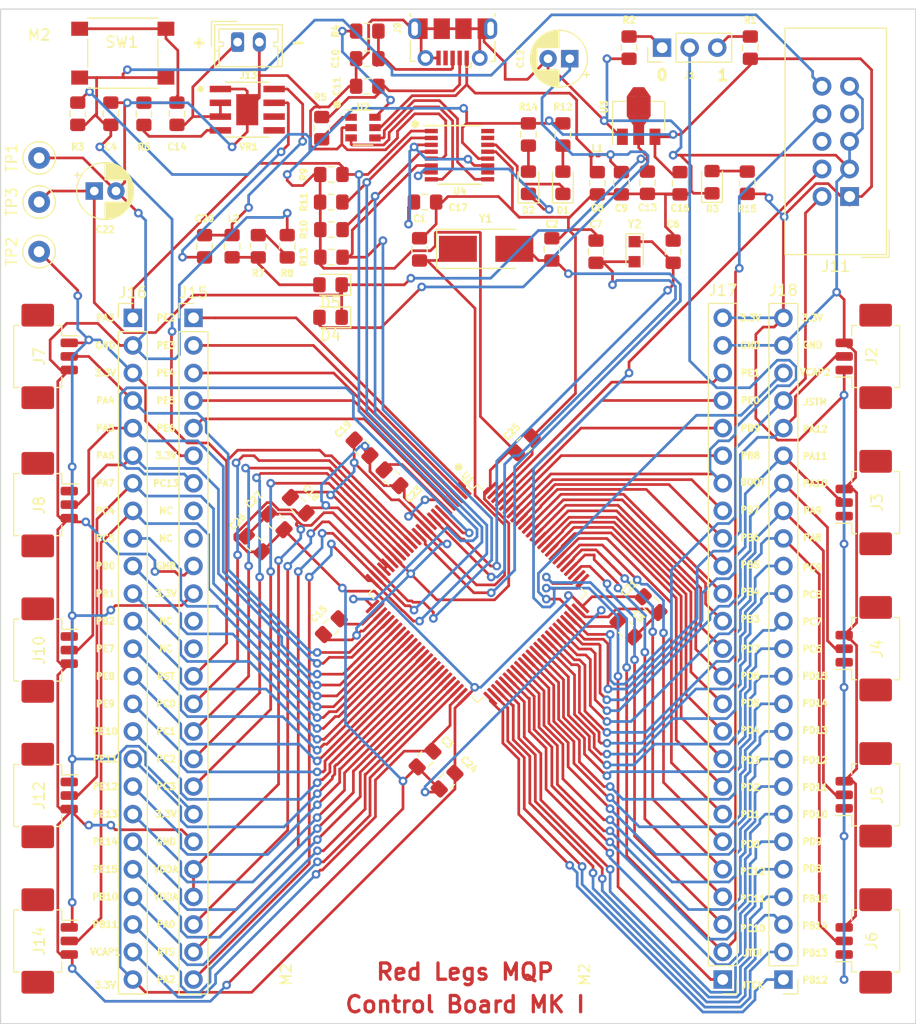
<source format=kicad_pcb>
(kicad_pcb (version 20171130) (host pcbnew "(5.1.5)-3")
  (layers (0 F.Cu signal) (31 B.Cu signal) (34 B.Paste user) (35 F.Paste user) (36 B.SilkS user) (37 F.SilkS user) (38 B.Mask user) (39 F.Mask user) (44 Edge.Cuts user))
  (net 0 "")
  (net 1 GND)
  (net 2 "Net-(C10-Pad1)")
  (net 3 "Net-(J9-Pad4)")
  (net 4 VBUS)
  (net 5 "Net-(C11-Pad1)")
  (net 6 nJRST)
  (net 7 JTDI)
  (net 8 JTDO)
  (net 9 JTCK)
  (net 10 JSTM)
  (net 11 3.3V)
  (net 12 PA12)
  (net 13 PA11)
  (net 14 PA10)
  (net 15 PA9)
  (net 16 PA8)
  (net 17 PA7)
  (net 18 PA6)
  (net 19 PA5)
  (net 20 PA4)
  (net 21 PA3-RX)
  (net 22 PA2-TX)
  (net 23 PA1-RTS)
  (net 24 PA0-CTS)
  (net 25 PD15)
  (net 26 PD14)
  (net 27 PD13)
  (net 28 PD12)
  (net 29 PD11)
  (net 30 PD10)
  (net 31 PD9)
  (net 32 PD8)
  (net 33 PD7)
  (net 34 PD6)
  (net 35 PD5)
  (net 36 PD4)
  (net 37 PD3)
  (net 38 PD2)
  (net 39 PD1)
  (net 40 PD0)
  (net 41 PC13)
  (net 42 PC12)
  (net 43 PC11)
  (net 44 PC10)
  (net 45 PC9)
  (net 46 PC8)
  (net 47 PC7)
  (net 48 PC6)
  (net 49 PC5)
  (net 50 PC4)
  (net 51 PC3)
  (net 52 PC2)
  (net 53 PC1)
  (net 54 PC0)
  (net 55 PB15)
  (net 56 PB14)
  (net 57 PB13)
  (net 58 PB12)
  (net 59 PB11)
  (net 60 PB10)
  (net 61 PB9)
  (net 62 PB8)
  (net 63 PB7)
  (net 64 PB6)
  (net 65 PB5)
  (net 66 PB4)
  (net 67 PB3)
  (net 68 PB2)
  (net 69 PB1)
  (net 70 PB0)
  (net 71 PE15)
  (net 72 PE14)
  (net 73 PE13)
  (net 74 PE12)
  (net 75 PE11)
  (net 76 PE10)
  (net 77 PE9)
  (net 78 PE8)
  (net 79 PE7)
  (net 80 PE6)
  (net 81 PE5)
  (net 82 PE4)
  (net 83 PE3)
  (net 84 PE2)
  (net 85 PE1)
  (net 86 PE0)
  (net 87 VDDA)
  (net 88 "Net-(C2-Pad1)")
  (net 89 "Net-(C1-Pad2)")
  (net 90 "Net-(C7-Pad2)")
  (net 91 "Net-(C6-Pad1)")
  (net 92 "Net-(R4-Pad1)")
  (net 93 "Net-(U2-Pad4)")
  (net 94 "Net-(U2-Pad3)")
  (net 95 "Net-(R5-Pad1)")
  (net 96 5V)
  (net 97 "Net-(U4-Pad16)")
  (net 98 "Net-(U4-Pad15)")
  (net 99 /TXLED)
  (net 100 RESET)
  (net 101 /RXLED)
  (net 102 "Net-(VR1-Pad6)")
  (net 103 "Net-(VR1-Pad5)")
  (net 104 "Net-(R6-Pad1)")
  (net 105 VCC)
  (net 106 "Net-(J1-Pad3)")
  (net 107 "Net-(J1-Pad1)")
  (net 108 "Net-(D1-Pad2)")
  (net 109 "Net-(D2-Pad2)")
  (net 110 "Net-(C12-Pad1)")
  (net 111 "Net-(J11-Pad7)")
  (net 112 VCAP1)
  (net 113 VCAP2)
  (net 114 BOOT0)
  (net 115 "Net-(J15-Pad13)")
  (net 116 "Net-(J15-Pad12)")
  (net 117 "Net-(J15-Pad9)")
  (net 118 "Net-(J15-Pad8)")
  (net 119 "Net-(C20-Pad2)")
  (net 120 "Net-(C20-Pad1)")
  (net 121 "Net-(R7-Pad2)")
  (net 122 "Net-(D3-Pad2)")
  (net 123 "Net-(D5-Pad2)")
  (module Diode_SMD:D_0805_2012Metric_Pad1.15x1.40mm_HandSolder (layer F.Cu) (at 169.6 76.2 180)
    (fp_text reference D5 (at 0 -1.65) (layer F.SilkS))
    (fp_text value SD0805)
    (pad 1 smd roundrect (at -1.025 0 180) (size 1.15 1.4) (layers F.Cu F.Paste F.Mask) (roundrect_rratio 0.217391) (net 96 5V))
    (pad 2 smd roundrect (at 1.025 0 180) (size 1.15 1.4) (layers F.Cu F.Paste F.Mask) (roundrect_rratio 0.217391) (net 123 "Net-(D5-Pad2)"))
  )
  (module Diode_SMD:D_0805_2012Metric_Pad1.15x1.40mm_HandSolder (layer F.Cu) (at 169.6 79.2 180)
    (fp_text reference D4 (at 0 -1.65) (layer F.SilkS))
    (fp_text value SD0805)
    (pad 2 smd roundrect (at 1.025 0 180) (size 1.15 1.4) (layers F.Cu F.Paste F.Mask) (roundrect_rratio 0.217391) (net 110 "Net-(C12-Pad1)"))
    (pad 1 smd roundrect (at -1.025 0 180) (size 1.15 1.4) (layers F.Cu F.Paste F.Mask) (roundrect_rratio 0.217391) (net 96 5V))
  )
  (module Resistor_SMD:R_0805_2012Metric_Pad1.15x1.40mm_HandSolder (layer F.Cu) (at 208 66.8 90)
    (fp_text reference R15 (at -2.4 0 180) (layer F.SilkS) (effects (font (size 0.6 0.6))))
    (fp_text value 220)
    (pad 2 smd roundrect (at 1.025 0 90) (size 1.15 1.4) (layers F.Cu F.Paste F.Mask) (roundrect_rratio 0.217391) (net 122 "Net-(D3-Pad2)"))
    (pad 1 smd roundrect (at -1.025 0 90) (size 1.15 1.4) (layers F.Cu F.Paste F.Mask) (roundrect_rratio 0.217391) (net 11 3.3V))
  )
  (module LED_SMD:LED_0805_2012Metric_Pad1.15x1.40mm_HandSolder (layer F.Cu) (at 204.75 66.75 90)
    (fp_text reference D3 (at -2.45 0.05 180) (layer F.SilkS) (effects (font (size 0.6 0.6))))
    (fp_text value LED)
    (pad 2 smd roundrect (at 1.025 0 90) (size 1.15 1.4) (layers F.Cu F.Paste F.Mask) (roundrect_rratio 0.217391) (net 122 "Net-(D3-Pad2)"))
    (pad 1 smd roundrect (at -1.025 0 90) (size 1.15 1.4) (layers F.Cu F.Paste F.Mask) (roundrect_rratio 0.217391) (net 1 GND))
  )
  (module MountingHole:MountingHole_2.2mm_M2 (layer F.Cu) (at 196.088 139.7)
    (fp_text reference M2 (at -3.088 0.05 90) (layer F.SilkS))
    (fp_text value MountingHole_2.2mm_M2)
    (pad 1 np_thru_hole circle (at 0 0) (size 2.2 2.2) (drill 2.2) (layers *.Cu *.Mask))
  )
  (module MountingHole:MountingHole_2.2mm_M2 (layer F.Cu) (at 168.656 139.7)
    (fp_text reference M2 (at -3.156 0.05 90) (layer F.SilkS))
    (fp_text value MountingHole_2.2mm_M2)
    (pad 1 np_thru_hole circle (at 0 0) (size 2.2 2.2) (drill 2.2) (layers *.Cu *.Mask))
  )
  (module MountingHole:MountingHole_2.2mm_M2 (layer F.Cu) (at 142.748 56.388)
    (fp_text reference M2 (at 0 -3.2) (layer F.SilkS))
    (fp_text value MountingHole_2.2mm_M2)
    (pad 1 np_thru_hole circle (at 0 0) (size 2.2 2.2) (drill 2.2) (layers *.Cu *.Mask))
  )
  (module TestPoint:TestPoint_Loop_D2.50mm_Drill1.0mm (layer F.Cu) (at 142.748 68.58)
    (fp_text reference TP3 (at -2.54 0 90) (layer F.SilkS))
    (fp_text value TestPoint)
    (pad 1 thru_hole circle (at 0 0) (size 2 2) (drill 1) (layers *.Cu *.Mask) (net 96 5V))
  )
  (module TestPoint:TestPoint_Loop_D2.50mm_Drill1.0mm (layer F.Cu) (at 142.748 73.152)
    (fp_text reference TP2 (at -2.54 0 90) (layer F.SilkS))
    (fp_text value TestPoint)
    (pad 1 thru_hole circle (at 0 0) (size 2 2) (drill 1) (layers *.Cu *.Mask) (net 11 3.3V))
  )
  (module TestPoint:TestPoint_Loop_D2.50mm_Drill1.0mm (layer F.Cu) (at 142.748 64.516)
    (fp_text reference TP1 (at -2.54 0 90) (layer F.SilkS))
    (fp_text value TestPoint)
    (pad 1 thru_hole circle (at 0 0) (size 2 2) (drill 1) (layers *.Cu *.Mask) (net 1 GND))
  )
  (module Connector_PinHeader_2.54mm:PinHeader_1x25_P2.54mm_Vertical (layer F.Cu) (at 211.328 140.208 180)
    (fp_text reference J18 (at 0 63.5) (layer F.SilkS))
    (fp_text value HEADER_R)
    (pad 25 thru_hole oval (at 0 60.96 180) (size 1.7 1.7) (drill 1) (layers *.Cu *.Mask) (net 11 3.3V))
    (pad 24 thru_hole oval (at 0 58.42 180) (size 1.7 1.7) (drill 1) (layers *.Cu *.Mask) (net 1 GND))
    (pad 23 thru_hole oval (at 0 55.88 180) (size 1.7 1.7) (drill 1) (layers *.Cu *.Mask) (net 113 VCAP2))
    (pad 22 thru_hole oval (at 0 53.34 180) (size 1.7 1.7) (drill 1) (layers *.Cu *.Mask) (net 10 JSTM))
    (pad 21 thru_hole oval (at 0 50.8 180) (size 1.7 1.7) (drill 1) (layers *.Cu *.Mask) (net 12 PA12))
    (pad 20 thru_hole oval (at 0 48.26 180) (size 1.7 1.7) (drill 1) (layers *.Cu *.Mask) (net 13 PA11))
    (pad 19 thru_hole oval (at 0 45.72 180) (size 1.7 1.7) (drill 1) (layers *.Cu *.Mask) (net 14 PA10))
    (pad 18 thru_hole oval (at 0 43.18 180) (size 1.7 1.7) (drill 1) (layers *.Cu *.Mask) (net 15 PA9))
    (pad 17 thru_hole oval (at 0 40.64 180) (size 1.7 1.7) (drill 1) (layers *.Cu *.Mask) (net 16 PA8))
    (pad 16 thru_hole oval (at 0 38.1 180) (size 1.7 1.7) (drill 1) (layers *.Cu *.Mask) (net 45 PC9))
    (pad 15 thru_hole oval (at 0 35.56 180) (size 1.7 1.7) (drill 1) (layers *.Cu *.Mask) (net 46 PC8))
    (pad 14 thru_hole oval (at 0 33.02 180) (size 1.7 1.7) (drill 1) (layers *.Cu *.Mask) (net 47 PC7))
    (pad 13 thru_hole oval (at 0 30.48 180) (size 1.7 1.7) (drill 1) (layers *.Cu *.Mask) (net 48 PC6))
    (pad 12 thru_hole oval (at 0 27.94 180) (size 1.7 1.7) (drill 1) (layers *.Cu *.Mask) (net 25 PD15))
    (pad 11 thru_hole oval (at 0 25.4 180) (size 1.7 1.7) (drill 1) (layers *.Cu *.Mask) (net 26 PD14))
    (pad 10 thru_hole oval (at 0 22.86 180) (size 1.7 1.7) (drill 1) (layers *.Cu *.Mask) (net 27 PD13))
    (pad 9 thru_hole oval (at 0 20.32 180) (size 1.7 1.7) (drill 1) (layers *.Cu *.Mask) (net 28 PD12))
    (pad 8 thru_hole oval (at 0 17.78 180) (size 1.7 1.7) (drill 1) (layers *.Cu *.Mask) (net 29 PD11))
    (pad 7 thru_hole oval (at 0 15.24 180) (size 1.7 1.7) (drill 1) (layers *.Cu *.Mask) (net 30 PD10))
    (pad 6 thru_hole oval (at 0 12.7 180) (size 1.7 1.7) (drill 1) (layers *.Cu *.Mask) (net 31 PD9))
    (pad 5 thru_hole oval (at 0 10.16 180) (size 1.7 1.7) (drill 1) (layers *.Cu *.Mask) (net 32 PD8))
    (pad 4 thru_hole oval (at 0 7.62 180) (size 1.7 1.7) (drill 1) (layers *.Cu *.Mask) (net 55 PB15))
    (pad 3 thru_hole oval (at 0 5.08 180) (size 1.7 1.7) (drill 1) (layers *.Cu *.Mask) (net 56 PB14))
    (pad 2 thru_hole oval (at 0 2.54 180) (size 1.7 1.7) (drill 1) (layers *.Cu *.Mask) (net 57 PB13))
    (pad 1 thru_hole rect (at 0 0 180) (size 1.7 1.7) (drill 1) (layers *.Cu *.Mask) (net 58 PB12))
  )
  (module Capacitor_SMD:C_0805_2012Metric_Pad1.15x1.40mm_HandSolder (layer F.Cu) (at 172.503216 91.223216 315)
    (fp_text reference C19 (at -2.458209 0.021213 225) (layer F.SilkS) (effects (font (size 0.6 0.6))))
    (fp_text value 100nF)
    (pad 2 smd roundrect (at 1.025 0 315) (size 1.15 1.4) (layers F.Cu F.Paste F.Mask) (roundrect_rratio 0.217391) (net 1 GND))
    (pad 1 smd roundrect (at -1.025 0 315) (size 1.15 1.4) (layers F.Cu F.Paste F.Mask) (roundrect_rratio 0.217391) (net 11 3.3V))
  )
  (module Capacitor_SMD:C_0805_2012Metric_Pad1.15x1.40mm_HandSolder (layer F.Cu) (at 175.26 93.98 315)
    (fp_text reference C23 (at 2.481945 -0.33234 225) (layer F.SilkS) (effects (font (size 0.6 0.6))))
    (fp_text value 100nF)
    (pad 2 smd roundrect (at 1.025 0 315) (size 1.15 1.4) (layers F.Cu F.Paste F.Mask) (roundrect_rratio 0.217391) (net 1 GND))
    (pad 1 smd roundrect (at -1.025 0 315) (size 1.15 1.4) (layers F.Cu F.Paste F.Mask) (roundrect_rratio 0.217391) (net 11 3.3V))
  )
  (module Package_QFP:LQFP-100_14x14mm_P0.5mm (layer F.Cu) (at 183.134 104.648 315)
    (fp_text reference U1 (at -8.154355 -6.904191 315) (layer F.SilkS) (effects (font (size 0.6 0.6))))
    (fp_text value STM32F427VGTx)
    (pad 100 smd roundrect (at -6 -7.675 315) (size 0.3 1.6) (layers F.Cu F.Paste F.Mask) (net 11 3.3V))
    (pad 99 smd roundrect (at -5.5 -7.675 315) (size 0.3 1.6) (layers F.Cu F.Paste F.Mask) (net 1 GND))
    (pad 98 smd roundrect (at -5 -7.675 315) (size 0.3 1.6) (layers F.Cu F.Paste F.Mask) (net 85 PE1))
    (pad 97 smd roundrect (at -4.5 -7.675 315) (size 0.3 1.6) (layers F.Cu F.Paste F.Mask) (net 86 PE0))
    (pad 96 smd roundrect (at -4 -7.675 315) (size 0.3 1.6) (layers F.Cu F.Paste F.Mask) (net 61 PB9))
    (pad 95 smd roundrect (at -3.5 -7.675 315) (size 0.3 1.6) (layers F.Cu F.Paste F.Mask) (net 62 PB8))
    (pad 94 smd roundrect (at -3 -7.675 315) (size 0.3 1.6) (layers F.Cu F.Paste F.Mask) (net 114 BOOT0))
    (pad 93 smd roundrect (at -2.5 -7.675 315) (size 0.3 1.6) (layers F.Cu F.Paste F.Mask) (net 63 PB7))
    (pad 92 smd roundrect (at -2 -7.675 315) (size 0.3 1.6) (layers F.Cu F.Paste F.Mask) (net 64 PB6))
    (pad 91 smd roundrect (at -1.5 -7.675 315) (size 0.3 1.6) (layers F.Cu F.Paste F.Mask) (net 65 PB5))
    (pad 90 smd roundrect (at -1 -7.675 315) (size 0.3 1.6) (layers F.Cu F.Paste F.Mask) (net 66 PB4))
    (pad 89 smd roundrect (at -0.5 -7.675 315) (size 0.3 1.6) (layers F.Cu F.Paste F.Mask) (net 67 PB3))
    (pad 88 smd roundrect (at 0 -7.675 315) (size 0.3 1.6) (layers F.Cu F.Paste F.Mask) (net 33 PD7))
    (pad 87 smd roundrect (at 0.5 -7.675 315) (size 0.3 1.6) (layers F.Cu F.Paste F.Mask) (net 34 PD6))
    (pad 86 smd roundrect (at 1 -7.675 315) (size 0.3 1.6) (layers F.Cu F.Paste F.Mask) (net 35 PD5))
    (pad 85 smd roundrect (at 1.5 -7.675 315) (size 0.3 1.6) (layers F.Cu F.Paste F.Mask) (net 36 PD4))
    (pad 84 smd roundrect (at 2 -7.675 315) (size 0.3 1.6) (layers F.Cu F.Paste F.Mask) (net 37 PD3))
    (pad 83 smd roundrect (at 2.5 -7.675 315) (size 0.3 1.6) (layers F.Cu F.Paste F.Mask) (net 38 PD2))
    (pad 82 smd roundrect (at 3 -7.675 315) (size 0.3 1.6) (layers F.Cu F.Paste F.Mask) (net 39 PD1))
    (pad 81 smd roundrect (at 3.5 -7.675 315) (size 0.3 1.6) (layers F.Cu F.Paste F.Mask) (net 40 PD0))
    (pad 80 smd roundrect (at 4 -7.675 315) (size 0.3 1.6) (layers F.Cu F.Paste F.Mask) (net 42 PC12))
    (pad 79 smd roundrect (at 4.5 -7.675 315) (size 0.3 1.6) (layers F.Cu F.Paste F.Mask) (net 43 PC11))
    (pad 78 smd roundrect (at 5 -7.675 315) (size 0.3 1.6) (layers F.Cu F.Paste F.Mask) (net 44 PC10))
    (pad 77 smd roundrect (at 5.5 -7.675 315) (size 0.3 1.6) (layers F.Cu F.Paste F.Mask) (net 7 JTDI))
    (pad 76 smd roundrect (at 6 -7.675 315) (size 0.3 1.6) (layers F.Cu F.Paste F.Mask) (net 9 JTCK))
    (pad 75 smd roundrect (at 7.675 -6 315) (size 1.6 0.3) (layers F.Cu F.Paste F.Mask) (net 11 3.3V))
    (pad 74 smd roundrect (at 7.675 -5.5 315) (size 1.6 0.3) (layers F.Cu F.Paste F.Mask) (net 1 GND))
    (pad 73 smd roundrect (at 7.675 -5 315) (size 1.6 0.3) (layers F.Cu F.Paste F.Mask) (net 113 VCAP2))
    (pad 72 smd roundrect (at 7.675 -4.5 315) (size 1.6 0.3) (layers F.Cu F.Paste F.Mask) (net 10 JSTM))
    (pad 71 smd roundrect (at 7.675 -4 315) (size 1.6 0.3) (layers F.Cu F.Paste F.Mask) (net 12 PA12))
    (pad 70 smd roundrect (at 7.675 -3.5 315) (size 1.6 0.3) (layers F.Cu F.Paste F.Mask) (net 13 PA11))
    (pad 69 smd roundrect (at 7.675 -3 315) (size 1.6 0.3) (layers F.Cu F.Paste F.Mask) (net 14 PA10))
    (pad 68 smd roundrect (at 7.675 -2.5 315) (size 1.6 0.3) (layers F.Cu F.Paste F.Mask) (net 15 PA9))
    (pad 67 smd roundrect (at 7.675 -2 315) (size 1.6 0.3) (layers F.Cu F.Paste F.Mask) (net 16 PA8))
    (pad 66 smd roundrect (at 7.675 -1.5 315) (size 1.6 0.3) (layers F.Cu F.Paste F.Mask) (net 45 PC9))
    (pad 65 smd roundrect (at 7.675 -1 315) (size 1.6 0.3) (layers F.Cu F.Paste F.Mask) (net 46 PC8))
    (pad 64 smd roundrect (at 7.675 -0.5 315) (size 1.6 0.3) (layers F.Cu F.Paste F.Mask) (net 47 PC7))
    (pad 63 smd roundrect (at 7.675 0 315) (size 1.6 0.3) (layers F.Cu F.Paste F.Mask) (net 48 PC6))
    (pad 62 smd roundrect (at 7.675 0.5 315) (size 1.6 0.3) (layers F.Cu F.Paste F.Mask) (net 25 PD15))
    (pad 61 smd roundrect (at 7.675 1 315) (size 1.6 0.3) (layers F.Cu F.Paste F.Mask) (net 26 PD14))
    (pad 60 smd roundrect (at 7.675 1.5 315) (size 1.6 0.3) (layers F.Cu F.Paste F.Mask) (net 27 PD13))
    (pad 59 smd roundrect (at 7.675 2 315) (size 1.6 0.3) (layers F.Cu F.Paste F.Mask) (net 28 PD12))
    (pad 58 smd roundrect (at 7.675 2.5 315) (size 1.6 0.3) (layers F.Cu F.Paste F.Mask) (net 29 PD11))
    (pad 57 smd roundrect (at 7.675 3 315) (size 1.6 0.3) (layers F.Cu F.Paste F.Mask) (net 30 PD10))
    (pad 56 smd roundrect (at 7.675 3.5 315) (size 1.6 0.3) (layers F.Cu F.Paste F.Mask) (net 31 PD9))
    (pad 55 smd roundrect (at 7.675 4 315) (size 1.6 0.3) (layers F.Cu F.Paste F.Mask) (net 32 PD8))
    (pad 54 smd roundrect (at 7.675 4.5 315) (size 1.6 0.3) (layers F.Cu F.Paste F.Mask) (net 55 PB15))
    (pad 53 smd roundrect (at 7.675 5 315) (size 1.6 0.3) (layers F.Cu F.Paste F.Mask) (net 56 PB14))
    (pad 52 smd roundrect (at 7.675 5.5 315) (size 1.6 0.3) (layers F.Cu F.Paste F.Mask) (net 57 PB13))
    (pad 51 smd roundrect (at 7.675 6 315) (size 1.6 0.3) (layers F.Cu F.Paste F.Mask) (net 58 PB12))
    (pad 50 smd roundrect (at 6 7.675 315) (size 0.3 1.6) (layers F.Cu F.Paste F.Mask) (net 11 3.3V))
    (pad 49 smd roundrect (at 5.5 7.675 315) (size 0.3 1.6) (layers F.Cu F.Paste F.Mask) (net 112 VCAP1))
    (pad 48 smd roundrect (at 5 7.675 315) (size 0.3 1.6) (layers F.Cu F.Paste F.Mask) (net 59 PB11))
    (pad 47 smd roundrect (at 4.5 7.675 315) (size 0.3 1.6) (layers F.Cu F.Paste F.Mask) (net 60 PB10))
    (pad 46 smd roundrect (at 4 7.675 315) (size 0.3 1.6) (layers F.Cu F.Paste F.Mask) (net 71 PE15))
    (pad 45 smd roundrect (at 3.5 7.675 315) (size 0.3 1.6) (layers F.Cu F.Paste F.Mask) (net 72 PE14))
    (pad 44 smd roundrect (at 3 7.675 315) (size 0.3 1.6) (layers F.Cu F.Paste F.Mask) (net 73 PE13))
    (pad 43 smd roundrect (at 2.5 7.675 315) (size 0.3 1.6) (layers F.Cu F.Paste F.Mask) (net 74 PE12))
    (pad 42 smd roundrect (at 2 7.675 315) (size 0.3 1.6) (layers F.Cu F.Paste F.Mask) (net 75 PE11))
    (pad 41 smd roundrect (at 1.5 7.675 315) (size 0.3 1.6) (layers F.Cu F.Paste F.Mask) (net 76 PE10))
    (pad 40 smd roundrect (at 1 7.675 315) (size 0.3 1.6) (layers F.Cu F.Paste F.Mask) (net 77 PE9))
    (pad 39 smd roundrect (at 0.5 7.675 315) (size 0.3 1.6) (layers F.Cu F.Paste F.Mask) (net 78 PE8))
    (pad 38 smd roundrect (at 0 7.675 315) (size 0.3 1.6) (layers F.Cu F.Paste F.Mask) (net 79 PE7))
    (pad 37 smd roundrect (at -0.5 7.675 315) (size 0.3 1.6) (layers F.Cu F.Paste F.Mask) (net 68 PB2))
    (pad 36 smd roundrect (at -1 7.675 315) (size 0.3 1.6) (layers F.Cu F.Paste F.Mask) (net 69 PB1))
    (pad 35 smd roundrect (at -1.5 7.675 315) (size 0.3 1.6) (layers F.Cu F.Paste F.Mask) (net 70 PB0))
    (pad 34 smd roundrect (at -2 7.675 315) (size 0.3 1.6) (layers F.Cu F.Paste F.Mask) (net 49 PC5))
    (pad 33 smd roundrect (at -2.5 7.675 315) (size 0.3 1.6) (layers F.Cu F.Paste F.Mask) (net 50 PC4))
    (pad 32 smd roundrect (at -3 7.675 315) (size 0.3 1.6) (layers F.Cu F.Paste F.Mask) (net 17 PA7))
    (pad 31 smd roundrect (at -3.5 7.675 315) (size 0.3 1.6) (layers F.Cu F.Paste F.Mask) (net 18 PA6))
    (pad 30 smd roundrect (at -4 7.675 315) (size 0.3 1.6) (layers F.Cu F.Paste F.Mask) (net 19 PA5))
    (pad 29 smd roundrect (at -4.5 7.675 315) (size 0.3 1.6) (layers F.Cu F.Paste F.Mask) (net 20 PA4))
    (pad 28 smd roundrect (at -5 7.675 315) (size 0.3 1.6) (layers F.Cu F.Paste F.Mask) (net 11 3.3V))
    (pad 27 smd roundrect (at -5.5 7.675 315) (size 0.3 1.6) (layers F.Cu F.Paste F.Mask) (net 1 GND))
    (pad 26 smd roundrect (at -6 7.675 315) (size 0.3 1.6) (layers F.Cu F.Paste F.Mask) (net 21 PA3-RX))
    (pad 25 smd roundrect (at -7.675 6 315) (size 1.6 0.3) (layers F.Cu F.Paste F.Mask) (net 22 PA2-TX))
    (pad 24 smd roundrect (at -7.675 5.5 315) (size 1.6 0.3) (layers F.Cu F.Paste F.Mask) (net 23 PA1-RTS))
    (pad 23 smd roundrect (at -7.675 5 315) (size 1.6 0.3) (layers F.Cu F.Paste F.Mask) (net 24 PA0-CTS))
    (pad 22 smd roundrect (at -7.675 4.5 315) (size 1.6 0.3) (layers F.Cu F.Paste F.Mask) (net 87 VDDA))
    (pad 21 smd roundrect (at -7.675 4 315) (size 1.6 0.3) (layers F.Cu F.Paste F.Mask) (net 87 VDDA))
    (pad 20 smd roundrect (at -7.675 3.5 315) (size 1.6 0.3) (layers F.Cu F.Paste F.Mask) (net 1 GND))
    (pad 19 smd roundrect (at -7.675 3 315) (size 1.6 0.3) (layers F.Cu F.Paste F.Mask) (net 11 3.3V))
    (pad 18 smd roundrect (at -7.675 2.5 315) (size 1.6 0.3) (layers F.Cu F.Paste F.Mask) (net 51 PC3))
    (pad 17 smd roundrect (at -7.675 2 315) (size 1.6 0.3) (layers F.Cu F.Paste F.Mask) (net 52 PC2))
    (pad 16 smd roundrect (at -7.675 1.5 315) (size 1.6 0.3) (layers F.Cu F.Paste F.Mask) (net 53 PC1))
    (pad 15 smd roundrect (at -7.675 1 315) (size 1.6 0.3) (layers F.Cu F.Paste F.Mask) (net 54 PC0))
    (pad 14 smd roundrect (at -7.675 0.5 315) (size 1.6 0.3) (layers F.Cu F.Paste F.Mask) (net 6 nJRST))
    (pad 13 smd roundrect (at -7.675 0 315) (size 1.6 0.3) (layers F.Cu F.Paste F.Mask) (net 88 "Net-(C2-Pad1)"))
    (pad 12 smd roundrect (at -7.675 -0.5 315) (size 1.6 0.3) (layers F.Cu F.Paste F.Mask) (net 89 "Net-(C1-Pad2)"))
    (pad 11 smd roundrect (at -7.675 -1 315) (size 1.6 0.3) (layers F.Cu F.Paste F.Mask) (net 11 3.3V))
    (pad 10 smd roundrect (at -7.675 -1.5 315) (size 1.6 0.3) (layers F.Cu F.Paste F.Mask) (net 1 GND))
    (pad 9 smd roundrect (at -7.675 -2 315) (size 1.6 0.3) (layers F.Cu F.Paste F.Mask) (net 90 "Net-(C7-Pad2)"))
    (pad 8 smd roundrect (at -7.675 -2.5 315) (size 1.6 0.3) (layers F.Cu F.Paste F.Mask) (net 91 "Net-(C6-Pad1)"))
    (pad 7 smd roundrect (at -7.675 -3 315) (size 1.6 0.3) (layers F.Cu F.Paste F.Mask) (net 41 PC13))
    (pad 6 smd roundrect (at -7.675 -3.5 315) (size 1.6 0.3) (layers F.Cu F.Paste F.Mask) (net 11 3.3V))
    (pad 5 smd roundrect (at -7.675 -4 315) (size 1.6 0.3) (layers F.Cu F.Paste F.Mask) (net 80 PE6))
    (pad 4 smd roundrect (at -7.675 -4.5 315) (size 1.6 0.3) (layers F.Cu F.Paste F.Mask) (net 81 PE5))
    (pad 3 smd roundrect (at -7.675 -5 315) (size 1.6 0.3) (layers F.Cu F.Paste F.Mask) (net 82 PE4))
    (pad 2 smd roundrect (at -7.675 -5.5 315) (size 1.6 0.3) (layers F.Cu F.Paste F.Mask) (net 83 PE3))
    (pad 1 smd roundrect (at -7.675 -6 315) (size 1.6 0.3) (layers F.Cu F.Paste F.Mask) (net 84 PE2))
  )
  (module Connector_PinHeader_2.54mm:PinHeader_1x25_P2.54mm_Vertical (layer F.Cu) (at 151.384 79.248)
    (fp_text reference J16 (at 0 -2.33) (layer F.SilkS))
    (fp_text value HEADER_D)
    (pad 25 thru_hole oval (at 0 60.96) (size 1.7 1.7) (drill 1) (layers *.Cu *.Mask) (net 11 3.3V))
    (pad 24 thru_hole oval (at 0 58.42) (size 1.7 1.7) (drill 1) (layers *.Cu *.Mask) (net 112 VCAP1))
    (pad 23 thru_hole oval (at 0 55.88) (size 1.7 1.7) (drill 1) (layers *.Cu *.Mask) (net 59 PB11))
    (pad 22 thru_hole oval (at 0 53.34) (size 1.7 1.7) (drill 1) (layers *.Cu *.Mask) (net 60 PB10))
    (pad 21 thru_hole oval (at 0 50.8) (size 1.7 1.7) (drill 1) (layers *.Cu *.Mask) (net 71 PE15))
    (pad 20 thru_hole oval (at 0 48.26) (size 1.7 1.7) (drill 1) (layers *.Cu *.Mask) (net 72 PE14))
    (pad 19 thru_hole oval (at 0 45.72) (size 1.7 1.7) (drill 1) (layers *.Cu *.Mask) (net 73 PE13))
    (pad 18 thru_hole oval (at 0 43.18) (size 1.7 1.7) (drill 1) (layers *.Cu *.Mask) (net 74 PE12))
    (pad 17 thru_hole oval (at 0 40.64) (size 1.7 1.7) (drill 1) (layers *.Cu *.Mask) (net 75 PE11))
    (pad 16 thru_hole oval (at 0 38.1) (size 1.7 1.7) (drill 1) (layers *.Cu *.Mask) (net 76 PE10))
    (pad 15 thru_hole oval (at 0 35.56) (size 1.7 1.7) (drill 1) (layers *.Cu *.Mask) (net 77 PE9))
    (pad 14 thru_hole oval (at 0 33.02) (size 1.7 1.7) (drill 1) (layers *.Cu *.Mask) (net 78 PE8))
    (pad 13 thru_hole oval (at 0 30.48) (size 1.7 1.7) (drill 1) (layers *.Cu *.Mask) (net 79 PE7))
    (pad 12 thru_hole oval (at 0 27.94) (size 1.7 1.7) (drill 1) (layers *.Cu *.Mask) (net 68 PB2))
    (pad 11 thru_hole oval (at 0 25.4) (size 1.7 1.7) (drill 1) (layers *.Cu *.Mask) (net 69 PB1))
    (pad 10 thru_hole oval (at 0 22.86) (size 1.7 1.7) (drill 1) (layers *.Cu *.Mask) (net 70 PB0))
    (pad 9 thru_hole oval (at 0 20.32) (size 1.7 1.7) (drill 1) (layers *.Cu *.Mask) (net 49 PC5))
    (pad 8 thru_hole oval (at 0 17.78) (size 1.7 1.7) (drill 1) (layers *.Cu *.Mask) (net 50 PC4))
    (pad 7 thru_hole oval (at 0 15.24) (size 1.7 1.7) (drill 1) (layers *.Cu *.Mask) (net 17 PA7))
    (pad 6 thru_hole oval (at 0 12.7) (size 1.7 1.7) (drill 1) (layers *.Cu *.Mask) (net 18 PA6))
    (pad 5 thru_hole oval (at 0 10.16) (size 1.7 1.7) (drill 1) (layers *.Cu *.Mask) (net 19 PA5))
    (pad 4 thru_hole oval (at 0 7.62) (size 1.7 1.7) (drill 1) (layers *.Cu *.Mask) (net 20 PA4))
    (pad 3 thru_hole oval (at 0 5.08) (size 1.7 1.7) (drill 1) (layers *.Cu *.Mask) (net 11 3.3V))
    (pad 2 thru_hole oval (at 0 2.54) (size 1.7 1.7) (drill 1) (layers *.Cu *.Mask) (net 1 GND))
    (pad 1 thru_hole rect (at 0 0) (size 1.7 1.7) (drill 1) (layers *.Cu *.Mask) (net 21 PA3-RX))
  )
  (module Resistor_SMD:R_0805_2012Metric_Pad1.15x1.40mm_HandSolder (layer F.Cu) (at 197.104 54.356 270)
    (fp_text reference R2 (at -2.549 0 180) (layer F.SilkS) (effects (font (size 0.6 0.6))))
    (fp_text value 10K)
    (pad 2 smd roundrect (at 1.025 0 270) (size 1.15 1.4) (layers F.Cu F.Paste F.Mask) (roundrect_rratio 0.217391) (net 1 GND))
    (pad 1 smd roundrect (at -1.025 0 270) (size 1.15 1.4) (layers F.Cu F.Paste F.Mask) (roundrect_rratio 0.217391) (net 107 "Net-(J1-Pad1)"))
  )
  (module Connector_Molex:Molex_Micro-Latch_53253-0270_1x02_P2.00mm_Vertical (layer F.Cu) (at 161.036 53.848)
    (fp_text reference J13 (at 1 3.048) (layer F.SilkS) (effects (font (size 0.6 0.6))))
    (fp_text value PWR)
    (pad 2 thru_hole oval (at 2 0) (size 1.2 1.8) (drill 0.8) (layers *.Cu *.Mask) (net 1 GND))
    (pad 1 thru_hole roundrect (at 0 0) (size 1.2 1.8) (drill 0.8) (layers *.Cu *.Mask) (roundrect_rratio 0.208333) (net 105 VCC))
  )
  (module Connector_IDC:IDC-Header_2x05_P2.54mm_Vertical (layer F.Cu) (at 217.424 68.072 180)
    (fp_text reference J11 (at 1.27 -6.428) (layer F.SilkS))
    (fp_text value JTAG-SWD)
    (pad 10 thru_hole oval (at 2.54 10.16 180) (size 1.7272 1.7272) (drill 1.016) (layers *.Cu *.Mask) (net 6 nJRST))
    (pad 9 thru_hole oval (at 0 10.16 180) (size 1.7272 1.7272) (drill 1.016) (layers *.Cu *.Mask) (net 1 GND))
    (pad 8 thru_hole oval (at 2.54 7.62 180) (size 1.7272 1.7272) (drill 1.016) (layers *.Cu *.Mask) (net 7 JTDI))
    (pad 7 thru_hole oval (at 0 7.62 180) (size 1.7272 1.7272) (drill 1.016) (layers *.Cu *.Mask) (net 111 "Net-(J11-Pad7)"))
    (pad 6 thru_hole oval (at 2.54 5.08 180) (size 1.7272 1.7272) (drill 1.016) (layers *.Cu *.Mask) (net 8 JTDO))
    (pad 5 thru_hole oval (at 0 5.08 180) (size 1.7272 1.7272) (drill 1.016) (layers *.Cu *.Mask) (net 1 GND))
    (pad 4 thru_hole oval (at 2.54 2.54 180) (size 1.7272 1.7272) (drill 1.016) (layers *.Cu *.Mask) (net 9 JTCK))
    (pad 3 thru_hole oval (at 0 2.54 180) (size 1.7272 1.7272) (drill 1.016) (layers *.Cu *.Mask) (net 1 GND))
    (pad 2 thru_hole oval (at 2.54 0 180) (size 1.7272 1.7272) (drill 1.016) (layers *.Cu *.Mask) (net 10 JSTM))
    (pad 1 thru_hole rect (at 0 0 180) (size 1.7272 1.7272) (drill 1.016) (layers *.Cu *.Mask) (net 11 3.3V))
  )
  (module Connector_PinHeader_2.54mm:PinHeader_1x25_P2.54mm_Vertical (layer F.Cu) (at 205.74 140.202 180)
    (fp_text reference J17 (at 0 63.494) (layer F.SilkS))
    (fp_text value HEADER_U)
    (pad 25 thru_hole oval (at 0 60.96 180) (size 1.7 1.7) (drill 1) (layers *.Cu *.Mask) (net 11 3.3V))
    (pad 24 thru_hole oval (at 0 58.42 180) (size 1.7 1.7) (drill 1) (layers *.Cu *.Mask) (net 1 GND))
    (pad 23 thru_hole oval (at 0 55.88 180) (size 1.7 1.7) (drill 1) (layers *.Cu *.Mask) (net 85 PE1))
    (pad 22 thru_hole oval (at 0 53.34 180) (size 1.7 1.7) (drill 1) (layers *.Cu *.Mask) (net 86 PE0))
    (pad 21 thru_hole oval (at 0 50.8 180) (size 1.7 1.7) (drill 1) (layers *.Cu *.Mask) (net 61 PB9))
    (pad 20 thru_hole oval (at 0 48.26 180) (size 1.7 1.7) (drill 1) (layers *.Cu *.Mask) (net 62 PB8))
    (pad 19 thru_hole oval (at 0 45.72 180) (size 1.7 1.7) (drill 1) (layers *.Cu *.Mask) (net 114 BOOT0))
    (pad 18 thru_hole oval (at 0 43.18 180) (size 1.7 1.7) (drill 1) (layers *.Cu *.Mask) (net 63 PB7))
    (pad 17 thru_hole oval (at 0 40.64 180) (size 1.7 1.7) (drill 1) (layers *.Cu *.Mask) (net 64 PB6))
    (pad 16 thru_hole oval (at 0 38.1 180) (size 1.7 1.7) (drill 1) (layers *.Cu *.Mask) (net 65 PB5))
    (pad 15 thru_hole oval (at 0 35.56 180) (size 1.7 1.7) (drill 1) (layers *.Cu *.Mask) (net 66 PB4))
    (pad 14 thru_hole oval (at 0 33.02 180) (size 1.7 1.7) (drill 1) (layers *.Cu *.Mask) (net 67 PB3))
    (pad 13 thru_hole oval (at 0 30.48 180) (size 1.7 1.7) (drill 1) (layers *.Cu *.Mask) (net 33 PD7))
    (pad 12 thru_hole oval (at 0 27.94 180) (size 1.7 1.7) (drill 1) (layers *.Cu *.Mask) (net 34 PD6))
    (pad 11 thru_hole oval (at 0 25.4 180) (size 1.7 1.7) (drill 1) (layers *.Cu *.Mask) (net 35 PD5))
    (pad 10 thru_hole oval (at 0 22.86 180) (size 1.7 1.7) (drill 1) (layers *.Cu *.Mask) (net 36 PD4))
    (pad 9 thru_hole oval (at 0 20.32 180) (size 1.7 1.7) (drill 1) (layers *.Cu *.Mask) (net 37 PD3))
    (pad 8 thru_hole oval (at 0 17.78 180) (size 1.7 1.7) (drill 1) (layers *.Cu *.Mask) (net 38 PD2))
    (pad 7 thru_hole oval (at 0 15.24 180) (size 1.7 1.7) (drill 1) (layers *.Cu *.Mask) (net 39 PD1))
    (pad 6 thru_hole oval (at 0 12.7 180) (size 1.7 1.7) (drill 1) (layers *.Cu *.Mask) (net 40 PD0))
    (pad 5 thru_hole oval (at 0 10.16 180) (size 1.7 1.7) (drill 1) (layers *.Cu *.Mask) (net 42 PC12))
    (pad 4 thru_hole oval (at 0 7.62 180) (size 1.7 1.7) (drill 1) (layers *.Cu *.Mask) (net 43 PC11))
    (pad 3 thru_hole oval (at 0 5.08 180) (size 1.7 1.7) (drill 1) (layers *.Cu *.Mask) (net 44 PC10))
    (pad 2 thru_hole oval (at 0 2.54 180) (size 1.7 1.7) (drill 1) (layers *.Cu *.Mask) (net 7 JTDI))
    (pad 1 thru_hole rect (at 0 0 180) (size 1.7 1.7) (drill 1) (layers *.Cu *.Mask) (net 9 JTCK))
  )
  (module Connector_PinHeader_2.54mm:PinHeader_1x25_P2.54mm_Vertical (layer F.Cu) (at 156.972 79.248)
    (fp_text reference J15 (at 0 -2.33) (layer F.SilkS))
    (fp_text value HEADER_L)
    (pad 25 thru_hole oval (at 0 60.96) (size 1.7 1.7) (drill 1) (layers *.Cu *.Mask) (net 22 PA2-TX))
    (pad 24 thru_hole oval (at 0 58.42) (size 1.7 1.7) (drill 1) (layers *.Cu *.Mask) (net 23 PA1-RTS))
    (pad 23 thru_hole oval (at 0 55.88) (size 1.7 1.7) (drill 1) (layers *.Cu *.Mask) (net 24 PA0-CTS))
    (pad 22 thru_hole oval (at 0 53.34) (size 1.7 1.7) (drill 1) (layers *.Cu *.Mask) (net 87 VDDA))
    (pad 21 thru_hole oval (at 0 50.8) (size 1.7 1.7) (drill 1) (layers *.Cu *.Mask) (net 87 VDDA))
    (pad 20 thru_hole oval (at 0 48.26) (size 1.7 1.7) (drill 1) (layers *.Cu *.Mask) (net 1 GND))
    (pad 19 thru_hole oval (at 0 45.72) (size 1.7 1.7) (drill 1) (layers *.Cu *.Mask) (net 11 3.3V))
    (pad 18 thru_hole oval (at 0 43.18) (size 1.7 1.7) (drill 1) (layers *.Cu *.Mask) (net 51 PC3))
    (pad 17 thru_hole oval (at 0 40.64) (size 1.7 1.7) (drill 1) (layers *.Cu *.Mask) (net 52 PC2))
    (pad 16 thru_hole oval (at 0 38.1) (size 1.7 1.7) (drill 1) (layers *.Cu *.Mask) (net 53 PC1))
    (pad 15 thru_hole oval (at 0 35.56) (size 1.7 1.7) (drill 1) (layers *.Cu *.Mask) (net 54 PC0))
    (pad 14 thru_hole oval (at 0 33.02) (size 1.7 1.7) (drill 1) (layers *.Cu *.Mask) (net 6 nJRST))
    (pad 13 thru_hole oval (at 0 30.48) (size 1.7 1.7) (drill 1) (layers *.Cu *.Mask) (net 115 "Net-(J15-Pad13)"))
    (pad 12 thru_hole oval (at 0 27.94) (size 1.7 1.7) (drill 1) (layers *.Cu *.Mask) (net 116 "Net-(J15-Pad12)"))
    (pad 11 thru_hole oval (at 0 25.4) (size 1.7 1.7) (drill 1) (layers *.Cu *.Mask) (net 11 3.3V))
    (pad 10 thru_hole oval (at 0 22.86) (size 1.7 1.7) (drill 1) (layers *.Cu *.Mask) (net 1 GND))
    (pad 9 thru_hole oval (at 0 20.32) (size 1.7 1.7) (drill 1) (layers *.Cu *.Mask) (net 117 "Net-(J15-Pad9)"))
    (pad 8 thru_hole oval (at 0 17.78) (size 1.7 1.7) (drill 1) (layers *.Cu *.Mask) (net 118 "Net-(J15-Pad8)"))
    (pad 7 thru_hole oval (at 0 15.24) (size 1.7 1.7) (drill 1) (layers *.Cu *.Mask) (net 41 PC13))
    (pad 6 thru_hole oval (at 0 12.7) (size 1.7 1.7) (drill 1) (layers *.Cu *.Mask) (net 11 3.3V))
    (pad 5 thru_hole oval (at 0 10.16) (size 1.7 1.7) (drill 1) (layers *.Cu *.Mask) (net 80 PE6))
    (pad 4 thru_hole oval (at 0 7.62) (size 1.7 1.7) (drill 1) (layers *.Cu *.Mask) (net 81 PE5))
    (pad 3 thru_hole oval (at 0 5.08) (size 1.7 1.7) (drill 1) (layers *.Cu *.Mask) (net 82 PE4))
    (pad 2 thru_hole oval (at 0 2.54) (size 1.7 1.7) (drill 1) (layers *.Cu *.Mask) (net 83 PE3))
    (pad 1 thru_hole rect (at 0 0) (size 1.7 1.7) (drill 1) (layers *.Cu *.Mask) (net 84 PE2))
  )
  (module Capacitor_SMD:C_0805_2012Metric_Pad1.15x1.40mm_HandSolder (layer F.Cu) (at 180.34 121.92 225)
    (fp_text reference C24 (at -2.514472 -0.35921 135) (layer F.SilkS) (effects (font (size 0.6 0.6))))
    (fp_text value 100nF)
    (pad 1 smd roundrect (at -1.025 0 225) (size 1.15 1.4) (layers F.Cu F.Paste F.Mask) (roundrect_rratio 0.217391) (net 11 3.3V))
    (pad 2 smd roundrect (at 1.025 0 225) (size 1.15 1.4) (layers F.Cu F.Paste F.Mask) (roundrect_rratio 0.217391) (net 1 GND))
  )
  (module Package_SO:SSOP-16_3.9x4.9mm_P0.635mm (layer F.Cu) (at 181.483 64.262)
    (fp_text reference U4 (at 0 3.302 180) (layer F.SilkS) (effects (font (size 0.6 0.6))))
    (fp_text value FT230XS)
    (pad 16 smd rect (at 2.6 -2.2225) (size 1.2 0.4) (layers F.Cu F.Paste F.Mask) (net 97 "Net-(U4-Pad16)"))
    (pad 15 smd rect (at 2.6 -1.5875) (size 1.2 0.4) (layers F.Cu F.Paste F.Mask) (net 98 "Net-(U4-Pad15)"))
    (pad 14 smd rect (at 2.6 -0.9525) (size 1.2 0.4) (layers F.Cu F.Paste F.Mask) (net 99 /TXLED))
    (pad 13 smd rect (at 2.6 -0.3175) (size 1.2 0.4) (layers F.Cu F.Paste F.Mask) (net 1 GND))
    (pad 12 smd rect (at 2.6 0.3175) (size 1.2 0.4) (layers F.Cu F.Paste F.Mask) (net 11 3.3V))
    (pad 11 smd rect (at 2.6 0.9525) (size 1.2 0.4) (layers F.Cu F.Paste F.Mask) (net 100 RESET))
    (pad 10 smd rect (at 2.6 1.5875) (size 1.2 0.4) (layers F.Cu F.Paste F.Mask) (net 100 RESET))
    (pad 9 smd rect (at 2.6 2.2225) (size 1.2 0.4) (layers F.Cu F.Paste F.Mask) (net 93 "Net-(U2-Pad4)"))
    (pad 8 smd rect (at -2.6 2.2225) (size 1.2 0.4) (layers F.Cu F.Paste F.Mask) (net 94 "Net-(U2-Pad3)"))
    (pad 7 smd rect (at -2.6 1.5875) (size 1.2 0.4) (layers F.Cu F.Paste F.Mask) (net 101 /RXLED))
    (pad 6 smd rect (at -2.6 0.9525) (size 1.2 0.4) (layers F.Cu F.Paste F.Mask) (net 24 PA0-CTS))
    (pad 5 smd rect (at -2.6 0.3175) (size 1.2 0.4) (layers F.Cu F.Paste F.Mask) (net 1 GND))
    (pad 4 smd rect (at -2.6 -0.3175) (size 1.2 0.4) (layers F.Cu F.Paste F.Mask) (net 22 PA2-TX))
    (pad 3 smd rect (at -2.6 -0.9525) (size 1.2 0.4) (layers F.Cu F.Paste F.Mask) (net 100 RESET))
    (pad 2 smd rect (at -2.6 -1.5875) (size 1.2 0.4) (layers F.Cu F.Paste F.Mask) (net 23 PA1-RTS))
    (pad 1 smd rect (at -2.6 -2.2225) (size 1.2 0.4) (layers F.Cu F.Paste F.Mask) (net 21 PA3-RX))
  )
  (module LED_SMD:LED_0805_2012Metric_Pad1.15x1.40mm_HandSolder (layer F.Cu) (at 191.008 66.802 90)
    (fp_text reference D1 (at -2.54 0 180) (layer F.SilkS) (effects (font (size 0.6 0.6))))
    (fp_text value LED)
    (pad 1 smd roundrect (at -1.025 0 90) (size 1.15 1.4) (layers F.Cu F.Paste F.Mask) (roundrect_rratio 0.217391) (net 99 /TXLED))
    (pad 2 smd roundrect (at 1.025 0 90) (size 1.15 1.4) (layers F.Cu F.Paste F.Mask) (roundrect_rratio 0.217391) (net 108 "Net-(D1-Pad2)"))
  )
  (module Capacitor_SMD:C_0805_2012Metric_Pad1.15x1.40mm_HandSolder (layer F.Cu) (at 196.4 66.847 270)
    (fp_text reference C9 (at 2.295 0 180) (layer F.SilkS) (effects (font (size 0.6 0.6))))
    (fp_text value 100nF)
    (pad 1 smd roundrect (at -1.025 0 270) (size 1.15 1.4) (layers F.Cu F.Paste F.Mask) (roundrect_rratio 0.217391) (net 110 "Net-(C12-Pad1)"))
    (pad 2 smd roundrect (at 1.025 0 270) (size 1.15 1.4) (layers F.Cu F.Paste F.Mask) (roundrect_rratio 0.217391) (net 1 GND))
  )
  (module Capacitor_SMD:C_0805_2012Metric_Pad1.15x1.40mm_HandSolder (layer F.Cu) (at 198.8 66.8 270)
    (fp_text reference C13 (at 2.295 0 180) (layer F.SilkS) (effects (font (size 0.6 0.6))))
    (fp_text value 1uF)
    (pad 2 smd roundrect (at 1.025 0 270) (size 1.15 1.4) (layers F.Cu F.Paste F.Mask) (roundrect_rratio 0.217391) (net 1 GND))
    (pad 1 smd roundrect (at -1.025 0 270) (size 1.15 1.4) (layers F.Cu F.Paste F.Mask) (roundrect_rratio 0.217391) (net 96 5V))
  )
  (module Capacitor_SMD:C_0805_2012Metric_Pad1.15x1.40mm_HandSolder (layer F.Cu) (at 194.183 66.847 270)
    (fp_text reference C8 (at 2.295 0 180) (layer F.SilkS) (effects (font (size 0.6 0.6))))
    (fp_text value 10nF)
    (pad 2 smd roundrect (at 1.025 0 270) (size 1.15 1.4) (layers F.Cu F.Paste F.Mask) (roundrect_rratio 0.217391) (net 1 GND))
    (pad 1 smd roundrect (at -1.025 0 270) (size 1.15 1.4) (layers F.Cu F.Paste F.Mask) (roundrect_rratio 0.217391) (net 4 VBUS))
  )
  (module Capacitor_SMD:C_0805_2012Metric_Pad1.15x1.40mm_HandSolder (layer F.Cu) (at 162.56 100.076 315)
    (fp_text reference C26 (at -2.514472 -0.35921 225) (layer F.SilkS) (effects (font (size 0.6 0.6))))
    (fp_text value 100nF)
    (pad 2 smd roundrect (at 1.025 0 315) (size 1.15 1.4) (layers F.Cu F.Paste F.Mask) (roundrect_rratio 0.217391) (net 1 GND))
    (pad 1 smd roundrect (at -1.025 0 315) (size 1.15 1.4) (layers F.Cu F.Paste F.Mask) (roundrect_rratio 0.217391) (net 87 VDDA))
  )
  (module Inductor_SMD:L_0805_2012Metric_Pad1.15x1.40mm_HandSolder (layer F.Cu) (at 160.528 72.644 270)
    (fp_text reference L2 (at -2.54 -0.127 180) (layer F.SilkS) (effects (font (size 0.6 0.6))))
    (fp_text value 68uH)
    (pad 1 smd roundrect (at -1.025 0 270) (size 1.15 1.4) (layers F.Cu F.Paste F.Mask) (roundrect_rratio 0.217391) (net 120 "Net-(C20-Pad1)"))
    (pad 2 smd roundrect (at 1.025 0 270) (size 1.15 1.4) (layers F.Cu F.Paste F.Mask) (roundrect_rratio 0.217391) (net 123 "Net-(D5-Pad2)"))
  )
  (module Capacitor_THT:CP_Radial_D5.0mm_P2.00mm (layer F.Cu) (at 147.828 67.564)
    (fp_text reference C22 (at 1 3.556) (layer F.SilkS) (effects (font (size 0.6 0.6))))
    (fp_text value 47uF)
    (pad 2 thru_hole circle (at 2 0) (size 1.6 1.6) (drill 0.8) (layers *.Cu *.Mask) (net 1 GND))
    (pad 1 thru_hole rect (at 0 0) (size 1.6 1.6) (drill 0.8) (layers *.Cu *.Mask) (net 96 5V))
  )
  (module Capacitor_THT:CP_Radial_D5.0mm_P2.00mm (layer F.Cu) (at 191.643 55.372 180)
    (fp_text reference C12 (at 4.54 0 270) (layer F.SilkS) (effects (font (size 0.6 0.6))))
    (fp_text value 4.7uF)
    (pad 1 thru_hole rect (at 0 0 180) (size 1.6 1.6) (drill 0.8) (layers *.Cu *.Mask) (net 110 "Net-(C12-Pad1)"))
    (pad 2 thru_hole circle (at 2 0 180) (size 1.6 1.6) (drill 0.8) (layers *.Cu *.Mask) (net 1 GND))
  )
  (module Crystal:Crystal_SMD_2012-2Pin_2.0x1.2mm_HandSoldering (layer F.Cu) (at 197.612 73.152 270)
    (fp_text reference Y2 (at -2.54 0 180) (layer F.SilkS) (effects (font (size 0.7 0.7))))
    (fp_text value 32.768kHz)
    (pad 1 smd rect (at -0.925 0 270) (size 1.05 1.1) (layers F.Cu F.Paste F.Mask) (net 91 "Net-(C6-Pad1)"))
    (pad 2 smd rect (at 0.925 0 270) (size 1.05 1.1) (layers F.Cu F.Paste F.Mask) (net 90 "Net-(C7-Pad2)"))
  )
  (module Crystal:Crystal_SMD_5032-2Pin_5.0x3.2mm_HandSoldering (layer F.Cu) (at 183.934 72.89)
    (fp_text reference Y1 (at -0.038 -2.786) (layer F.SilkS) (effects (font (size 0.7 0.7))))
    (fp_text value 8MHz)
    (pad 1 smd rect (at -2.6 0) (size 3.5 2.4) (layers F.Cu F.Paste F.Mask) (net 89 "Net-(C1-Pad2)"))
    (pad 2 smd rect (at 2.6 0) (size 3.5 2.4) (layers F.Cu F.Paste F.Mask) (net 88 "Net-(C2-Pad1)"))
  )
  (module Inductor_SMD:L_0201_0603Metric (layer F.Cu) (at 193.933 64.262)
    (fp_text reference L1 (at 0.25 -0.635 180) (layer F.SilkS) (effects (font (size 0.6 0.6))))
    (fp_text value BK0603HS330-T)
    (pad 1 smd roundrect (at -0.32 0) (size 0.46 0.4) (layers F.Cu F.Mask) (net 4 VBUS))
    (pad 2 smd roundrect (at 0.32 0) (size 0.46 0.4) (layers F.Cu F.Mask) (net 110 "Net-(C12-Pad1)"))
  )
  (module LED_SMD:LED_0805_2012Metric_Pad1.15x1.40mm_HandSolder (layer F.Cu) (at 187.833 66.802 90)
    (fp_text reference D2 (at -2.54 0 180) (layer F.SilkS) (effects (font (size 0.6 0.6))))
    (fp_text value LED)
    (pad 1 smd roundrect (at -1.025 0 90) (size 1.15 1.4) (layers F.Cu F.Paste F.Mask) (roundrect_rratio 0.217391) (net 101 /RXLED))
    (pad 2 smd roundrect (at 1.025 0 90) (size 1.15 1.4) (layers F.Cu F.Paste F.Mask) (roundrect_rratio 0.217391) (net 109 "Net-(D2-Pad2)"))
  )
  (module Capacitor_SMD:C_0805_2012Metric_Pad1.15x1.40mm_HandSolder (layer F.Cu) (at 164.592 98.044 315)
    (fp_text reference C27 (at -2.873682 0 225) (layer F.SilkS) (effects (font (size 0.6 0.6))))
    (fp_text value 1uF)
    (pad 2 smd roundrect (at 1.025 0 315) (size 1.15 1.4) (layers F.Cu F.Paste F.Mask) (roundrect_rratio 0.217391) (net 1 GND))
    (pad 1 smd roundrect (at -1.025 0 315) (size 1.15 1.4) (layers F.Cu F.Paste F.Mask) (roundrect_rratio 0.217391) (net 87 VDDA))
  )
  (module Capacitor_SMD:C_0805_2012Metric_Pad1.15x1.40mm_HandSolder (layer F.Cu) (at 187.452 90.932 45)
    (fp_text reference C25 (at 0 -1.65 45) (layer F.SilkS) (effects (font (size 0.6 0.6))))
    (fp_text value 100nF)
    (pad 2 smd roundrect (at 1.025 0 45) (size 1.15 1.4) (layers F.Cu F.Paste F.Mask) (roundrect_rratio 0.217391) (net 1 GND))
    (pad 1 smd roundrect (at -1.025 0 45) (size 1.15 1.4) (layers F.Cu F.Paste F.Mask) (roundrect_rratio 0.217391) (net 11 3.3V))
  )
  (module Capacitor_SMD:C_0805_2012Metric_Pad1.15x1.40mm_HandSolder (layer F.Cu) (at 157.988 72.653 270)
    (fp_text reference C20 (at -2.549 0 180) (layer F.SilkS) (effects (font (size 0.6 0.6))))
    (fp_text value 2.2nF)
    (pad 2 smd roundrect (at 1.025 0 270) (size 1.15 1.4) (layers F.Cu F.Paste F.Mask) (roundrect_rratio 0.217391) (net 119 "Net-(C20-Pad2)"))
    (pad 1 smd roundrect (at -1.025 0 270) (size 1.15 1.4) (layers F.Cu F.Paste F.Mask) (roundrect_rratio 0.217391) (net 120 "Net-(C20-Pad1)"))
  )
  (module Capacitor_SMD:C_0805_2012Metric_Pad1.15x1.40mm_HandSolder (layer F.Cu) (at 199.136 105.664 315)
    (fp_text reference C21 (at -2.514472 0.35921 225) (layer F.SilkS) (effects (font (size 0.6 0.6))))
    (fp_text value 100nF)
    (pad 2 smd roundrect (at 1.025 0 315) (size 1.15 1.4) (layers F.Cu F.Paste F.Mask) (roundrect_rratio 0.217391) (net 1 GND))
    (pad 1 smd roundrect (at -1.025 0 315) (size 1.15 1.4) (layers F.Cu F.Paste F.Mask) (roundrect_rratio 0.217391) (net 11 3.3V))
  )
  (module Capacitor_SMD:C_0805_2012Metric_Pad1.15x1.40mm_HandSolder (layer F.Cu) (at 155.448 60.443 90)
    (fp_text reference C14 (at -3.057 0 180) (layer F.SilkS) (effects (font (size 0.6 0.6))))
    (fp_text value 2.2uF)
    (pad 2 smd roundrect (at 1.025 0 90) (size 1.15 1.4) (layers F.Cu F.Paste F.Mask) (roundrect_rratio 0.217391) (net 1 GND))
    (pad 1 smd roundrect (at -1.025 0 90) (size 1.15 1.4) (layers F.Cu F.Paste F.Mask) (roundrect_rratio 0.217391) (net 105 VCC))
  )
  (module Capacitor_SMD:C_0805_2012Metric_Pad1.15x1.40mm_HandSolder (layer F.Cu) (at 166.624 96.52 315)
    (fp_text reference C18 (at 0 -1.65 135) (layer F.SilkS) (effects (font (size 0.6 0.6))))
    (fp_text value 100nF)
    (pad 2 smd roundrect (at 1.025 0 315) (size 1.15 1.4) (layers F.Cu F.Paste F.Mask) (roundrect_rratio 0.217391) (net 1 GND))
    (pad 1 smd roundrect (at -1.025 0 315) (size 1.15 1.4) (layers F.Cu F.Paste F.Mask) (roundrect_rratio 0.217391) (net 11 3.3V))
  )
  (module Capacitor_SMD:C_0805_2012Metric_Pad1.15x1.40mm_HandSolder (layer F.Cu) (at 178.308 68.58)
    (fp_text reference C17 (at 3.048 0.508) (layer F.SilkS) (effects (font (size 0.6 0.6))))
    (fp_text value 100nF)
    (pad 1 smd roundrect (at -1.025 0) (size 1.15 1.4) (layers F.Cu F.Paste F.Mask) (roundrect_rratio 0.217391) (net 100 RESET))
    (pad 2 smd roundrect (at 1.025 0) (size 1.15 1.4) (layers F.Cu F.Paste F.Mask) (roundrect_rratio 0.217391) (net 1 GND))
  )
  (module Capacitor_SMD:C_0805_2012Metric_Pad1.15x1.40mm_HandSolder (layer F.Cu) (at 201.803 66.847 270)
    (fp_text reference C16 (at 2.295 0 180) (layer F.SilkS) (effects (font (size 0.6 0.6))))
    (fp_text value 1uF)
    (pad 2 smd roundrect (at 1.025 0 270) (size 1.15 1.4) (layers F.Cu F.Paste F.Mask) (roundrect_rratio 0.217391) (net 1 GND))
    (pad 1 smd roundrect (at -1.025 0 270) (size 1.15 1.4) (layers F.Cu F.Paste F.Mask) (roundrect_rratio 0.217391) (net 11 3.3V))
  )
  (module Capacitor_SMD:C_0805_2012Metric_Pad1.15x1.40mm_HandSolder (layer F.Cu) (at 169.672 107.696 45)
    (fp_text reference C15 (at 0 -1.65 45) (layer F.SilkS) (effects (font (size 0.6 0.6))))
    (fp_text value 100nF)
    (pad 1 smd roundrect (at -1.025 0 45) (size 1.15 1.4) (layers F.Cu F.Paste F.Mask) (roundrect_rratio 0.217391) (net 11 3.3V))
    (pad 2 smd roundrect (at 1.025 0 45) (size 1.15 1.4) (layers F.Cu F.Paste F.Mask) (roundrect_rratio 0.217391) (net 1 GND))
  )
  (module Capacitor_SMD:C_0805_2012Metric_Pad1.15x1.40mm_HandSolder (layer F.Cu) (at 172.983 57.912 180)
    (fp_text reference C11 (at 2.803 0 90) (layer F.SilkS) (effects (font (size 0.6 0.6))))
    (fp_text value 47pF)
    (pad 2 smd roundrect (at 1.025 0 180) (size 1.15 1.4) (layers F.Cu F.Paste F.Mask) (roundrect_rratio 0.217391) (net 1 GND))
    (pad 1 smd roundrect (at -1.025 0 180) (size 1.15 1.4) (layers F.Cu F.Paste F.Mask) (roundrect_rratio 0.217391) (net 5 "Net-(C11-Pad1)"))
  )
  (module Capacitor_SMD:C_0805_2012Metric_Pad1.15x1.40mm_HandSolder (layer F.Cu) (at 172.983 55.372 180)
    (fp_text reference C10 (at 2.93 0 90) (layer F.SilkS) (effects (font (size 0.6 0.6))))
    (fp_text value 47pF)
    (pad 1 smd roundrect (at -1.025 0 180) (size 1.15 1.4) (layers F.Cu F.Paste F.Mask) (roundrect_rratio 0.217391) (net 2 "Net-(C10-Pad1)"))
    (pad 2 smd roundrect (at 1.025 0 180) (size 1.15 1.4) (layers F.Cu F.Paste F.Mask) (roundrect_rratio 0.217391) (net 1 GND))
  )
  (module Capacitor_SMD:C_0805_2012Metric_Pad1.15x1.40mm_HandSolder (layer F.Cu) (at 194.056 73.152 270)
    (fp_text reference C7 (at -2.54 0 180) (layer F.SilkS) (effects (font (size 0.6 0.6))))
    (fp_text value 10p)
    (pad 1 smd roundrect (at -1.025 0 270) (size 1.15 1.4) (layers F.Cu F.Paste F.Mask) (roundrect_rratio 0.217391) (net 1 GND))
    (pad 2 smd roundrect (at 1.025 0 270) (size 1.15 1.4) (layers F.Cu F.Paste F.Mask) (roundrect_rratio 0.217391) (net 90 "Net-(C7-Pad2)"))
  )
  (module Capacitor_SMD:C_0805_2012Metric_Pad1.15x1.40mm_HandSolder (layer F.Cu) (at 201.168 73.152 90)
    (fp_text reference C6 (at 2.54 0 180) (layer F.SilkS) (effects (font (size 0.6 0.6))))
    (fp_text value 10p)
    (pad 1 smd roundrect (at -1.025 0 90) (size 1.15 1.4) (layers F.Cu F.Paste F.Mask) (roundrect_rratio 0.217391) (net 91 "Net-(C6-Pad1)"))
    (pad 2 smd roundrect (at 1.025 0 90) (size 1.15 1.4) (layers F.Cu F.Paste F.Mask) (roundrect_rratio 0.217391) (net 1 GND))
  )
  (module Capacitor_SMD:C_0805_2012Metric_Pad1.15x1.40mm_HandSolder (layer F.Cu) (at 196.812784 107.912784 315)
    (fp_text reference C5 (at 0 -1.65 135) (layer F.SilkS) (effects (font (size 0.6 0.6))))
    (fp_text value 2.2uF)
    (pad 1 smd roundrect (at -1.025 0 315) (size 1.15 1.4) (layers F.Cu F.Paste F.Mask) (roundrect_rratio 0.217391) (net 113 VCAP2))
    (pad 2 smd roundrect (at 1.025 0 315) (size 1.15 1.4) (layers F.Cu F.Paste F.Mask) (roundrect_rratio 0.217391) (net 1 GND))
  )
  (module Capacitor_SMD:C_0805_2012Metric_Pad1.15x1.40mm_HandSolder (layer F.Cu) (at 149.352 60.443 90)
    (fp_text reference C4 (at -3.057 0 180) (layer F.SilkS) (effects (font (size 0.6 0.6))))
    (fp_text value 0.1uF)
    (pad 2 smd roundrect (at 1.025 0 90) (size 1.15 1.4) (layers F.Cu F.Paste F.Mask) (roundrect_rratio 0.217391) (net 1 GND))
    (pad 1 smd roundrect (at -1.025 0 90) (size 1.15 1.4) (layers F.Cu F.Paste F.Mask) (roundrect_rratio 0.217391) (net 6 nJRST))
  )
  (module Capacitor_SMD:C_0805_2012Metric_Pad1.15x1.40mm_HandSolder (layer F.Cu) (at 178.308 119.888 225)
    (fp_text reference C3 (at -2.514472 -0.35921 135) (layer F.SilkS) (effects (font (size 0.6 0.6))))
    (fp_text value 2.2uF)
    (pad 1 smd roundrect (at -1.025 0 225) (size 1.15 1.4) (layers F.Cu F.Paste F.Mask) (roundrect_rratio 0.217391) (net 112 VCAP1))
    (pad 2 smd roundrect (at 1.025 0 225) (size 1.15 1.4) (layers F.Cu F.Paste F.Mask) (roundrect_rratio 0.217391) (net 1 GND))
  )
  (module Capacitor_SMD:C_0805_2012Metric_Pad1.15x1.40mm_HandSolder (layer F.Cu) (at 189.992 72.94 90)
    (fp_text reference C2 (at 2.328 0 180) (layer F.SilkS) (effects (font (size 0.6 0.6))))
    (fp_text value 22p)
    (pad 1 smd roundrect (at -1.025 0 90) (size 1.15 1.4) (layers F.Cu F.Paste F.Mask) (roundrect_rratio 0.217391) (net 88 "Net-(C2-Pad1)"))
    (pad 2 smd roundrect (at 1.025 0 90) (size 1.15 1.4) (layers F.Cu F.Paste F.Mask) (roundrect_rratio 0.217391) (net 1 GND))
  )
  (module Capacitor_SMD:C_0805_2012Metric_Pad1.15x1.40mm_HandSolder (layer F.Cu) (at 177.8 72.94 270)
    (fp_text reference C1 (at -2.836 0 180) (layer F.SilkS) (effects (font (size 0.6 0.6))))
    (fp_text value 22p)
    (pad 1 smd roundrect (at -1.025 0 270) (size 1.15 1.4) (layers F.Cu F.Paste F.Mask) (roundrect_rratio 0.217391) (net 1 GND))
    (pad 2 smd roundrect (at 1.025 0 270) (size 1.15 1.4) (layers F.Cu F.Paste F.Mask) (roundrect_rratio 0.217391) (net 89 "Net-(C1-Pad2)"))
  )
  (module Connector_Molex:Molex_PicoBlade_53261-0371_1x03-1MP_P1.25mm_Horizontal (layer F.Cu) (at 143.121 136.652 270)
    (fp_text reference J14 (at 0 0.373 90) (layer F.SilkS))
    (fp_text value Motor10)
    (pad 1 smd roundrect (at -1.25 -2.4 270) (size 0.8 1.6) (layers F.Cu F.Paste F.Mask) (net 11 3.3V))
    (pad 2 smd roundrect (at 0 -2.4 270) (size 0.8 1.6) (layers F.Cu F.Paste F.Mask) (net 50 PC4))
    (pad 3 smd roundrect (at 1.25 -2.4 270) (size 0.8 1.6) (layers F.Cu F.Paste F.Mask) (net 1 GND))
    (pad MP smd roundrect (at -3.8 0.5 270) (size 2.1 3) (layers F.Cu F.Paste F.Mask) (roundrect_rratio 0.119048))
    (pad MP smd roundrect (at 3.8 0.5 270) (size 2.1 3) (layers F.Cu F.Paste F.Mask) (roundrect_rratio 0.119048))
  )
  (module Connector_Molex:Molex_PicoBlade_53261-0371_1x03-1MP_P1.25mm_Horizontal (layer F.Cu) (at 143.121 123.2535 270)
    (fp_text reference J12 (at 0 0.373 90) (layer F.SilkS))
    (fp_text value Motor9)
    (pad 1 smd roundrect (at -1.25 -2.4 270) (size 0.8 1.6) (layers F.Cu F.Paste F.Mask) (net 11 3.3V))
    (pad 2 smd roundrect (at 0 -2.4 270) (size 0.8 1.6) (layers F.Cu F.Paste F.Mask) (net 17 PA7))
    (pad 3 smd roundrect (at 1.25 -2.4 270) (size 0.8 1.6) (layers F.Cu F.Paste F.Mask) (net 1 GND))
    (pad MP smd roundrect (at -3.8 0.5 270) (size 2.1 3) (layers F.Cu F.Paste F.Mask) (roundrect_rratio 0.119048))
    (pad MP smd roundrect (at 3.8 0.5 270) (size 2.1 3) (layers F.Cu F.Paste F.Mask) (roundrect_rratio 0.119048))
  )
  (module Connector_Molex:Molex_PicoBlade_53261-0371_1x03-1MP_P1.25mm_Horizontal (layer F.Cu) (at 143.121 109.855 270)
    (fp_text reference J10 (at 0 0.373 90) (layer F.SilkS))
    (fp_text value Motor8)
    (pad 1 smd roundrect (at -1.25 -2.4 270) (size 0.8 1.6) (layers F.Cu F.Paste F.Mask) (net 11 3.3V))
    (pad 2 smd roundrect (at 0 -2.4 270) (size 0.8 1.6) (layers F.Cu F.Paste F.Mask) (net 18 PA6))
    (pad 3 smd roundrect (at 1.25 -2.4 270) (size 0.8 1.6) (layers F.Cu F.Paste F.Mask) (net 1 GND))
    (pad MP smd roundrect (at -3.8 0.5 270) (size 2.1 3) (layers F.Cu F.Paste F.Mask) (roundrect_rratio 0.119048))
    (pad MP smd roundrect (at 3.8 0.5 270) (size 2.1 3) (layers F.Cu F.Paste F.Mask) (roundrect_rratio 0.119048))
  )
  (module Connector_Molex:Molex_PicoBlade_53261-0371_1x03-1MP_P1.25mm_Horizontal (layer F.Cu) (at 143.121 96.4565 270)
    (fp_text reference J8 (at 0.0635 0.373 90) (layer F.SilkS))
    (fp_text value Motor7)
    (pad 1 smd roundrect (at -1.25 -2.4 270) (size 0.8 1.6) (layers F.Cu F.Paste F.Mask) (net 11 3.3V))
    (pad 2 smd roundrect (at 0 -2.4 270) (size 0.8 1.6) (layers F.Cu F.Paste F.Mask) (net 19 PA5))
    (pad 3 smd roundrect (at 1.25 -2.4 270) (size 0.8 1.6) (layers F.Cu F.Paste F.Mask) (net 1 GND))
    (pad MP smd roundrect (at -3.8 0.5 270) (size 2.1 3) (layers F.Cu F.Paste F.Mask) (roundrect_rratio 0.119048))
    (pad MP smd roundrect (at 3.8 0.5 270) (size 2.1 3) (layers F.Cu F.Paste F.Mask) (roundrect_rratio 0.119048))
  )
  (module Connector_Molex:Molex_PicoBlade_53261-0371_1x03-1MP_P1.25mm_Horizontal (layer F.Cu) (at 143.121 82.802 270)
    (fp_text reference J7 (at 0 0.373 90) (layer F.SilkS))
    (fp_text value Motor6)
    (pad 1 smd roundrect (at -1.25 -2.4 270) (size 0.8 1.6) (layers F.Cu F.Paste F.Mask) (net 11 3.3V))
    (pad 2 smd roundrect (at 0 -2.4 270) (size 0.8 1.6) (layers F.Cu F.Paste F.Mask) (net 20 PA4))
    (pad 3 smd roundrect (at 1.25 -2.4 270) (size 0.8 1.6) (layers F.Cu F.Paste F.Mask) (net 1 GND))
    (pad MP smd roundrect (at -3.8 0.5 270) (size 2.1 3) (layers F.Cu F.Paste F.Mask) (roundrect_rratio 0.119048))
    (pad MP smd roundrect (at 3.8 0.5 270) (size 2.1 3) (layers F.Cu F.Paste F.Mask) (roundrect_rratio 0.119048))
  )
  (module Connector_Molex:Molex_PicoBlade_53261-0371_1x03-1MP_P1.25mm_Horizontal (layer F.Cu) (at 219.329 136.652 90)
    (fp_text reference J6 (at 0 0.127 90) (layer F.SilkS))
    (fp_text value Motor5)
    (pad 1 smd roundrect (at -1.25 -2.4 90) (size 0.8 1.6) (layers F.Cu F.Paste F.Mask) (net 11 3.3V))
    (pad 2 smd roundrect (at 0 -2.4 90) (size 0.8 1.6) (layers F.Cu F.Paste F.Mask) (net 16 PA8))
    (pad 3 smd roundrect (at 1.25 -2.4 90) (size 0.8 1.6) (layers F.Cu F.Paste F.Mask) (net 1 GND))
    (pad MP smd roundrect (at -3.8 0.5 90) (size 2.1 3) (layers F.Cu F.Paste F.Mask) (roundrect_rratio 0.119048))
    (pad MP smd roundrect (at 3.8 0.5 90) (size 2.1 3) (layers F.Cu F.Paste F.Mask) (roundrect_rratio 0.119048))
  )
  (module Connector_Molex:Molex_PicoBlade_53261-0371_1x03-1MP_P1.25mm_Horizontal (layer F.Cu) (at 219.329 123.1895 90)
    (fp_text reference J5 (at 0 0.635 90) (layer F.SilkS))
    (fp_text value Motor4)
    (pad 1 smd roundrect (at -1.25 -2.4 90) (size 0.8 1.6) (layers F.Cu F.Paste F.Mask) (net 11 3.3V))
    (pad 2 smd roundrect (at 0 -2.4 90) (size 0.8 1.6) (layers F.Cu F.Paste F.Mask) (net 15 PA9))
    (pad 3 smd roundrect (at 1.25 -2.4 90) (size 0.8 1.6) (layers F.Cu F.Paste F.Mask) (net 1 GND))
    (pad MP smd roundrect (at -3.8 0.5 90) (size 2.1 3) (layers F.Cu F.Paste F.Mask) (roundrect_rratio 0.119048))
    (pad MP smd roundrect (at 3.8 0.5 90) (size 2.1 3) (layers F.Cu F.Paste F.Mask) (roundrect_rratio 0.119048))
  )
  (module Connector_Molex:Molex_PicoBlade_53261-0371_1x03-1MP_P1.25mm_Horizontal (layer F.Cu) (at 219.329 109.727 90)
    (fp_text reference J4 (at 0 0.635 90) (layer F.SilkS))
    (fp_text value Motor3)
    (pad 1 smd roundrect (at -1.25 -2.4 90) (size 0.8 1.6) (layers F.Cu F.Paste F.Mask) (net 11 3.3V))
    (pad 2 smd roundrect (at 0 -2.4 90) (size 0.8 1.6) (layers F.Cu F.Paste F.Mask) (net 14 PA10))
    (pad 3 smd roundrect (at 1.25 -2.4 90) (size 0.8 1.6) (layers F.Cu F.Paste F.Mask) (net 1 GND))
    (pad MP smd roundrect (at -3.8 0.5 90) (size 2.1 3) (layers F.Cu F.Paste F.Mask) (roundrect_rratio 0.119048))
    (pad MP smd roundrect (at 3.8 0.5 90) (size 2.1 3) (layers F.Cu F.Paste F.Mask) (roundrect_rratio 0.119048))
  )
  (module Connector_Molex:Molex_PicoBlade_53261-0371_1x03-1MP_P1.25mm_Horizontal (layer F.Cu) (at 219.329 96.2645 90)
    (fp_text reference J3 (at 0 0.635 90) (layer F.SilkS))
    (fp_text value Motor2)
    (pad 1 smd roundrect (at -1.25 -2.4 90) (size 0.8 1.6) (layers F.Cu F.Paste F.Mask) (net 11 3.3V))
    (pad 2 smd roundrect (at 0 -2.4 90) (size 0.8 1.6) (layers F.Cu F.Paste F.Mask) (net 13 PA11))
    (pad 3 smd roundrect (at 1.25 -2.4 90) (size 0.8 1.6) (layers F.Cu F.Paste F.Mask) (net 1 GND))
    (pad MP smd roundrect (at -3.8 0.5 90) (size 2.1 3) (layers F.Cu F.Paste F.Mask) (roundrect_rratio 0.119048))
    (pad MP smd roundrect (at 3.8 0.5 90) (size 2.1 3) (layers F.Cu F.Paste F.Mask) (roundrect_rratio 0.119048))
  )
  (module Connector_Molex:Molex_PicoBlade_53261-0371_1x03-1MP_P1.25mm_Horizontal (layer F.Cu) (at 219.329 82.802 90)
    (fp_text reference J2 (at -0.002 0.127 270) (layer F.SilkS))
    (fp_text value Motor1)
    (pad 1 smd roundrect (at -1.25 -2.4 90) (size 0.8 1.6) (layers F.Cu F.Paste F.Mask) (net 11 3.3V))
    (pad 2 smd roundrect (at 0 -2.4 90) (size 0.8 1.6) (layers F.Cu F.Paste F.Mask) (net 12 PA12))
    (pad 3 smd roundrect (at 1.25 -2.4 90) (size 0.8 1.6) (layers F.Cu F.Paste F.Mask) (net 1 GND))
    (pad MP smd roundrect (at -3.8 0.5 90) (size 2.1 3) (layers F.Cu F.Paste F.Mask) (roundrect_rratio 0.119048))
    (pad MP smd roundrect (at 3.8 0.5 90) (size 2.1 3) (layers F.Cu F.Paste F.Mask) (roundrect_rratio 0.119048))
  )
  (module Button_Switch_SMD:SW_Push_1P1T_NO_6x6mm_H9.5mm (layer F.Cu) (at 150.457 54.864)
    (fp_text reference SW1 (at -0.089 -1.016) (layer F.SilkS))
    (fp_text value RST_BTN)
    (pad 2 smd rect (at 3.975 2.25) (size 1.55 1.3) (layers F.Cu F.Paste F.Mask) (net 6 nJRST))
    (pad 1 smd rect (at 3.975 -2.25) (size 1.55 1.3) (layers F.Cu F.Paste F.Mask) (net 1 GND))
    (pad 1 smd rect (at -3.975 -2.25) (size 1.55 1.3) (layers F.Cu F.Paste F.Mask) (net 1 GND))
    (pad 2 smd rect (at -3.975 2.25) (size 1.55 1.3) (layers F.Cu F.Paste F.Mask) (net 6 nJRST))
  )
  (module Resistor_SMD:R_0805_2012Metric_Pad1.15x1.40mm_HandSolder (layer F.Cu) (at 165.608 72.653 90)
    (fp_text reference R8 (at -2.49 0 180) (layer F.SilkS) (effects (font (size 0.6 0.6))))
    (fp_text value 31.6k)
    (pad 2 smd roundrect (at 1.025 0 90) (size 1.15 1.4) (layers F.Cu F.Paste F.Mask) (roundrect_rratio 0.217391) (net 1 GND))
    (pad 1 smd roundrect (at -1.025 0 90) (size 1.15 1.4) (layers F.Cu F.Paste F.Mask) (roundrect_rratio 0.217391) (net 121 "Net-(R7-Pad2)"))
  )
  (module Resistor_SMD:R_0805_2012Metric_Pad1.15x1.40mm_HandSolder (layer F.Cu) (at 162.941 72.653 90)
    (fp_text reference R7 (at -2.49 0 180) (layer F.SilkS) (effects (font (size 0.6 0.6))))
    (fp_text value 100k)
    (pad 1 smd roundrect (at -1.025 0 90) (size 1.15 1.4) (layers F.Cu F.Paste F.Mask) (roundrect_rratio 0.217391) (net 123 "Net-(D5-Pad2)"))
    (pad 2 smd roundrect (at 1.025 0 90) (size 1.15 1.4) (layers F.Cu F.Paste F.Mask) (roundrect_rratio 0.217391) (net 121 "Net-(R7-Pad2)"))
  )
  (module Resistor_SMD:R_0805_2012Metric_Pad1.15x1.40mm_HandSolder (layer F.Cu) (at 187.833 62.357 270)
    (fp_text reference R14 (at -2.54 0 180) (layer F.SilkS) (effects (font (size 0.6 0.6))))
    (fp_text value 220)
    (pad 2 smd roundrect (at 1.025 0 270) (size 1.15 1.4) (layers F.Cu F.Paste F.Mask) (roundrect_rratio 0.217391) (net 109 "Net-(D2-Pad2)"))
    (pad 1 smd roundrect (at -1.025 0 270) (size 1.15 1.4) (layers F.Cu F.Paste F.Mask) (roundrect_rratio 0.217391) (net 11 3.3V))
  )
  (module Resistor_SMD:R_0805_2012Metric_Pad1.15x1.40mm_HandSolder (layer F.Cu) (at 169.681 73.66)
    (fp_text reference R13 (at -2.549 0 270) (layer F.SilkS) (effects (font (size 0.6 0.6))))
    (fp_text value 10K)
    (pad 2 smd roundrect (at 1.025 0) (size 1.15 1.4) (layers F.Cu F.Paste F.Mask) (roundrect_rratio 0.217391) (net 24 PA0-CTS))
    (pad 1 smd roundrect (at -1.025 0) (size 1.15 1.4) (layers F.Cu F.Paste F.Mask) (roundrect_rratio 0.217391) (net 11 3.3V))
  )
  (module Resistor_SMD:R_0805_2012Metric_Pad1.15x1.40mm_HandSolder (layer F.Cu) (at 191.008 62.357 270)
    (fp_text reference R12 (at -2.54 0 180) (layer F.SilkS) (effects (font (size 0.6 0.6))))
    (fp_text value 220)
    (pad 2 smd roundrect (at 1.025 0 270) (size 1.15 1.4) (layers F.Cu F.Paste F.Mask) (roundrect_rratio 0.217391) (net 108 "Net-(D1-Pad2)"))
    (pad 1 smd roundrect (at -1.025 0 270) (size 1.15 1.4) (layers F.Cu F.Paste F.Mask) (roundrect_rratio 0.217391) (net 11 3.3V))
  )
  (module Resistor_SMD:R_0805_2012Metric_Pad1.15x1.40mm_HandSolder (layer F.Cu) (at 169.663 68.58)
    (fp_text reference R11 (at -2.531 0 270) (layer F.SilkS) (effects (font (size 0.6 0.6))))
    (fp_text value 10K)
    (pad 2 smd roundrect (at 1.025 0) (size 1.15 1.4) (layers F.Cu F.Paste F.Mask) (roundrect_rratio 0.217391) (net 23 PA1-RTS))
    (pad 1 smd roundrect (at -1.025 0) (size 1.15 1.4) (layers F.Cu F.Paste F.Mask) (roundrect_rratio 0.217391) (net 11 3.3V))
  )
  (module Resistor_SMD:R_0805_2012Metric_Pad1.15x1.40mm_HandSolder (layer F.Cu) (at 169.681 71.12)
    (fp_text reference R10 (at -2.549 0 270) (layer F.SilkS) (effects (font (size 0.6 0.6))))
    (fp_text value 10K)
    (pad 2 smd roundrect (at 1.025 0) (size 1.15 1.4) (layers F.Cu F.Paste F.Mask) (roundrect_rratio 0.217391) (net 22 PA2-TX))
    (pad 1 smd roundrect (at -1.025 0) (size 1.15 1.4) (layers F.Cu F.Paste F.Mask) (roundrect_rratio 0.217391) (net 11 3.3V))
  )
  (module Resistor_SMD:R_0805_2012Metric_Pad1.15x1.40mm_HandSolder (layer F.Cu) (at 169.672 66.04)
    (fp_text reference R9 (at -2.54 0 270) (layer F.SilkS) (effects (font (size 0.6 0.6))))
    (fp_text value 10K)
    (pad 2 smd roundrect (at 1.025 0) (size 1.15 1.4) (layers F.Cu F.Paste F.Mask) (roundrect_rratio 0.217391) (net 21 PA3-RX))
    (pad 1 smd roundrect (at -1.025 0) (size 1.15 1.4) (layers F.Cu F.Paste F.Mask) (roundrect_rratio 0.217391) (net 11 3.3V))
  )
  (module Resistor_SMD:R_0805_2012Metric_Pad1.15x1.40mm_HandSolder (layer F.Cu) (at 152.4 60.452 90)
    (fp_text reference R6 (at -3.048 0 180) (layer F.SilkS) (effects (font (size 0.6 0.6))))
    (fp_text value 2.5k)
    (pad 2 smd roundrect (at 1.025 0 90) (size 1.15 1.4) (layers F.Cu F.Paste F.Mask) (roundrect_rratio 0.217391) (net 1 GND))
    (pad 1 smd roundrect (at -1.025 0 90) (size 1.15 1.4) (layers F.Cu F.Paste F.Mask) (roundrect_rratio 0.217391) (net 104 "Net-(R6-Pad1)"))
  )
  (module Resistor_SMD:R_0805_2012Metric_Pad1.15x1.40mm_HandSolder (layer F.Cu) (at 168.783 61.772 90)
    (fp_text reference R5 (at 2.844 -0.127 180) (layer F.SilkS) (effects (font (size 0.6 0.6))))
    (fp_text value 27R)
    (pad 2 smd roundrect (at 1.025 0 90) (size 1.15 1.4) (layers F.Cu F.Paste F.Mask) (roundrect_rratio 0.217391) (net 5 "Net-(C11-Pad1)"))
    (pad 1 smd roundrect (at -1.025 0 90) (size 1.15 1.4) (layers F.Cu F.Paste F.Mask) (roundrect_rratio 0.217391) (net 95 "Net-(R5-Pad1)"))
  )
  (module Resistor_SMD:R_0805_2012Metric_Pad1.15x1.40mm_HandSolder (layer F.Cu) (at 172.983 52.832)
    (fp_text reference R4 (at -2.93 0 90) (layer F.SilkS) (effects (font (size 0.6 0.6))))
    (fp_text value 27R)
    (pad 2 smd roundrect (at 1.025 0) (size 1.15 1.4) (layers F.Cu F.Paste F.Mask) (roundrect_rratio 0.217391) (net 2 "Net-(C10-Pad1)"))
    (pad 1 smd roundrect (at -1.025 0) (size 1.15 1.4) (layers F.Cu F.Paste F.Mask) (roundrect_rratio 0.217391) (net 92 "Net-(R4-Pad1)"))
  )
  (module Resistor_SMD:R_0805_2012Metric_Pad1.15x1.40mm_HandSolder (layer F.Cu) (at 146.304 60.443 270)
    (fp_text reference R3 (at 3.057 0 180) (layer F.SilkS) (effects (font (size 0.6 0.6))))
    (fp_text value 10K)
    (pad 2 smd roundrect (at 1.025 0 270) (size 1.15 1.4) (layers F.Cu F.Paste F.Mask) (roundrect_rratio 0.217391) (net 6 nJRST))
    (pad 1 smd roundrect (at -1.025 0 270) (size 1.15 1.4) (layers F.Cu F.Paste F.Mask) (roundrect_rratio 0.217391) (net 11 3.3V))
  )
  (module Resistor_SMD:R_0805_2012Metric_Pad1.15x1.40mm_HandSolder (layer F.Cu) (at 208.28 54.356 90)
    (fp_text reference R1 (at 2.531 0 180) (layer F.SilkS) (effects (font (size 0.6 0.6))))
    (fp_text value 10K)
    (pad 2 smd roundrect (at 1.025 0 90) (size 1.15 1.4) (layers F.Cu F.Paste F.Mask) (roundrect_rratio 0.217391) (net 106 "Net-(J1-Pad3)"))
    (pad 1 smd roundrect (at -1.025 0 90) (size 1.15 1.4) (layers F.Cu F.Paste F.Mask) (roundrect_rratio 0.217391) (net 11 3.3V))
  )
  (module Connector_PinHeader_2.54mm:PinHeader_1x03_P2.54mm_Vertical (layer F.Cu) (at 200.152 54.356 90)
    (fp_text reference J1 (at -2.54 2.54 180) (layer F.SilkS) (effects (font (size 0.6 0.6))))
    (fp_text value BOOT0)
    (pad 3 thru_hole oval (at 0 5.08 90) (size 1.7 1.7) (drill 1) (layers *.Cu *.Mask) (net 106 "Net-(J1-Pad3)"))
    (pad 2 thru_hole oval (at 0 2.54 90) (size 1.7 1.7) (drill 1) (layers *.Cu *.Mask) (net 114 BOOT0))
    (pad 1 thru_hole rect (at 0 0 90) (size 1.7 1.7) (drill 1) (layers *.Cu *.Mask) (net 107 "Net-(J1-Pad1)"))
  )
  (module lib:SOIC127P600X170-9N (layer F.Cu) (at 161.925 60.071)
    (fp_text reference VR1 (at 0.127 3.429) (layer F.SilkS) (effects (font (size 0.6 0.6))))
    (fp_text value LM5164DDAR)
    (pad 9 smd rect (at 0 0) (size 2.025 2.875) (layers F.Cu F.Mask) (net 1 GND))
    (pad 8 smd rect (at 2.475 -1.905) (size 1.97 0.6) (layers F.Cu F.Paste F.Mask) (net 120 "Net-(C20-Pad1)"))
    (pad 7 smd rect (at 2.475 -0.635) (size 1.97 0.6) (layers F.Cu F.Paste F.Mask) (net 119 "Net-(C20-Pad2)"))
    (pad 6 smd rect (at 2.475 0.635) (size 1.97 0.6) (layers F.Cu F.Paste F.Mask) (net 102 "Net-(VR1-Pad6)"))
    (pad 5 smd rect (at 2.475 1.905) (size 1.97 0.6) (layers F.Cu F.Paste F.Mask) (net 103 "Net-(VR1-Pad5)"))
    (pad 4 smd rect (at -2.475 1.905) (size 1.97 0.6) (layers F.Cu F.Paste F.Mask) (net 104 "Net-(R6-Pad1)"))
    (pad 3 smd rect (at -2.475 0.635) (size 1.97 0.6) (layers F.Cu F.Paste F.Mask) (net 105 VCC))
    (pad 2 smd rect (at -2.475 -0.635) (size 1.97 0.6) (layers F.Cu F.Paste F.Mask) (net 105 VCC))
    (pad 1 smd rect (at -2.475 -1.905) (size 1.97 0.6) (layers F.Cu F.Paste F.Mask) (net 1 GND))
  )
  (module Package_TO_SOT_SMD:SOT-89-3 (layer F.Cu) (at 197.993 61.087 90)
    (fp_text reference U3 (at 1.27 -3.175 90) (layer F.SilkS) (effects (font (size 0.6 0.6))))
    (fp_text value MCP1700-3302E_SOT89)
    (pad 2 smd trapezoid (at -0.0762 0 180) (size 1.5 1) (rect_delta 0 0.7) (layers F.Cu F.Paste F.Mask) (net 96 5V))
    (pad 2 smd rect (at 1.3335 0) (size 2.2 1.84) (layers F.Cu F.Paste F.Mask) (net 96 5V))
    (pad 3 smd rect (at -1.48 1.5) (size 1 1.5) (layers F.Cu F.Paste F.Mask) (net 11 3.3V))
    (pad 2 smd rect (at -1.3335 0) (size 1 1.8) (layers F.Cu F.Paste F.Mask) (net 96 5V))
    (pad 1 smd rect (at -1.48 -1.5) (size 1 1.5) (layers F.Cu F.Paste F.Mask) (net 1 GND))
    (pad 2 smd trapezoid (at 2.667 0) (size 1.6 0.85) (rect_delta 0 0.6) (layers F.Cu F.Paste F.Mask) (net 96 5V))
  )
  (module Package_TO_SOT_SMD:SOT-23-6 (layer F.Cu) (at 172.593 61.722)
    (fp_text reference U2 (at 0 -1.905) (layer F.SilkS) (effects (font (size 0.6 0.6))))
    (fp_text value USBLC6-2SC6)
    (pad 5 smd rect (at 1.1 0) (size 1.06 0.65) (layers F.Cu F.Paste F.Mask) (net 4 VBUS))
    (pad 6 smd rect (at 1.1 -0.95) (size 1.06 0.65) (layers F.Cu F.Paste F.Mask) (net 92 "Net-(R4-Pad1)"))
    (pad 4 smd rect (at 1.1 0.95) (size 1.06 0.65) (layers F.Cu F.Paste F.Mask) (net 93 "Net-(U2-Pad4)"))
    (pad 3 smd rect (at -1.1 0.95) (size 1.06 0.65) (layers F.Cu F.Paste F.Mask) (net 94 "Net-(U2-Pad3)"))
    (pad 2 smd rect (at -1.1 0) (size 1.06 0.65) (layers F.Cu F.Paste F.Mask) (net 1 GND))
    (pad 1 smd rect (at -1.1 -0.95) (size 1.06 0.65) (layers F.Cu F.Paste F.Mask) (net 95 "Net-(R5-Pad1)"))
  )
  (module Connector_USB:USB_Micro-B_Molex-105017-0001 (layer F.Cu) (at 180.848 53.848 180)
    (fp_text reference J9 (at 5.08 1.27 90) (layer F.SilkS) (effects (font (size 0.6 0.6))))
    (fp_text value USB_B_Micro)
    (pad 6 smd rect (at 1 1.2375 180) (size 1.5 1.9) (layers F.Cu F.Paste F.Mask) (net 1 GND))
    (pad 6 thru_hole circle (at -2.5 -1.4625 180) (size 1.45 1.45) (drill 0.85) (layers *.Cu *.Mask) (net 1 GND))
    (pad 2 smd rect (at -0.65 -1.4625 180) (size 0.4 1.35) (layers F.Cu F.Paste F.Mask) (net 5 "Net-(C11-Pad1)"))
    (pad 1 smd rect (at -1.3 -1.4625 180) (size 0.4 1.35) (layers F.Cu F.Paste F.Mask) (net 4 VBUS))
    (pad 5 smd rect (at 1.3 -1.4625 180) (size 0.4 1.35) (layers F.Cu F.Paste F.Mask) (net 1 GND))
    (pad 4 smd rect (at 0.65 -1.4625 180) (size 0.4 1.35) (layers F.Cu F.Paste F.Mask) (net 3 "Net-(J9-Pad4)"))
    (pad 3 smd rect (at 0 -1.4625 180) (size 0.4 1.35) (layers F.Cu F.Paste F.Mask) (net 2 "Net-(C10-Pad1)"))
    (pad 6 thru_hole circle (at 2.5 -1.4625 180) (size 1.45 1.45) (drill 0.85) (layers *.Cu *.Mask) (net 1 GND))
    (pad 6 smd rect (at -1 1.2375 180) (size 1.5 1.9) (layers F.Cu F.Paste F.Mask) (net 1 GND))
    (pad 6 thru_hole oval (at -3.5 1.2375) (size 1.2 1.9) (drill oval 0.6 1.3) (layers *.Cu *.Mask) (net 1 GND))
    (pad 6 thru_hole oval (at 3.5 1.2375 180) (size 1.2 1.9) (drill oval 0.6 1.3) (layers *.Cu *.Mask) (net 1 GND))
    (pad 6 smd rect (at 2.9 1.2375 180) (size 1.2 1.9) (layers F.Cu F.Mask) (net 1 GND))
    (pad 6 smd rect (at -2.9 1.2375 180) (size 1.2 1.9) (layers F.Cu F.Mask) (net 1 GND))
  )
  (gr_circle (center 170.2 59.6) (end 170.4 59.6) (layer F.SilkS) (width 0.3))
  (gr_circle (center 177.4 61.4) (end 177.6 61.4) (layer F.SilkS) (width 0.3))
  (gr_circle (center 181.4 93) (end 181.6 93) (layer F.SilkS) (width 0.3))
  (gr_text "Control Board MK I" (at 182 142.5) (layer F.Cu) (effects (font (size 1.5 1.5) (thickness 0.3))))
  (gr_text "Red Legs MQP" (at 182 139.5) (layer F.Cu) (effects (font (size 1.5 1.5) (thickness 0.3))))
  (gr_text PB12 (at 214.25 140.25) (layer F.SilkS) (effects (font (size 0.6 0.6))))
  (gr_text PB13 (at 214.25 137.75) (layer F.SilkS) (effects (font (size 0.6 0.6))))
  (gr_text PB14 (at 214.25 135.25) (layer F.SilkS) (effects (font (size 0.6 0.6))))
  (gr_text PB15 (at 214.25 132.75) (layer F.SilkS) (effects (font (size 0.6 0.6))))
  (gr_text PD8 (at 214 130) (layer F.SilkS) (effects (font (size 0.6 0.6))))
  (gr_text PD9 (at 214 127.5) (layer F.SilkS) (effects (font (size 0.6 0.6))))
  (gr_text PD10 (at 214.25 125) (layer F.SilkS) (effects (font (size 0.6 0.6))))
  (gr_text PD11 (at 214.25 122.5) (layer F.SilkS) (effects (font (size 0.6 0.6))))
  (gr_text PD12 (at 214.25 120) (layer F.SilkS) (effects (font (size 0.6 0.6))))
  (gr_text PD13 (at 214.25 117.25) (layer F.SilkS) (effects (font (size 0.6 0.6))))
  (gr_text PD14 (at 214.25 114.75) (layer F.SilkS) (effects (font (size 0.6 0.6))))
  (gr_text PD15 (at 214.25 112.25) (layer F.SilkS) (effects (font (size 0.6 0.6))))
  (gr_text PC6 (at 214 109.75) (layer F.SilkS) (effects (font (size 0.6 0.6))))
  (gr_text PC7 (at 214 107.25) (layer F.SilkS) (effects (font (size 0.6 0.6))))
  (gr_text PC8 (at 214 104.75) (layer F.SilkS) (effects (font (size 0.6 0.6))))
  (gr_text PC9 (at 214 102.25) (layer F.SilkS) (effects (font (size 0.6 0.6))))
  (gr_text PA8 (at 214 99.5) (layer F.SilkS) (effects (font (size 0.6 0.6))))
  (gr_text PA9 (at 214 97) (layer F.SilkS) (effects (font (size 0.6 0.6))))
  (gr_text PA10 (at 214.25 94.5) (layer F.SilkS) (effects (font (size 0.6 0.6))))
  (gr_text PA11 (at 214.25 92) (layer F.SilkS) (effects (font (size 0.6 0.6))))
  (gr_text PA12 (at 214.25 89.5) (layer F.SilkS) (effects (font (size 0.6 0.6))))
  (gr_text JSTM (at 214.25 87) (layer F.SilkS) (effects (font (size 0.6 0.6))))
  (gr_text VCAP2 (at 214.25 84.25) (layer F.SilkS) (effects (font (size 0.6 0.6))))
  (gr_text GND (at 214 81.75) (layer F.SilkS) (effects (font (size 0.6 0.6))))
  (gr_text 3.3V (at 214 79.25) (layer F.SilkS) (effects (font (size 0.6 0.6))))
  (gr_text JTCK (at 208.5 140.75) (layer F.SilkS) (effects (font (size 0.6 0.6))))
  (gr_text JTDI (at 208.5 137.75) (layer F.SilkS) (effects (font (size 0.6 0.6))))
  (gr_text PC10 (at 208.5 135.5) (layer F.SilkS) (effects (font (size 0.6 0.6))))
  (gr_text PC11 (at 208.5 132.75) (layer F.SilkS) (effects (font (size 0.6 0.6))))
  (gr_text PC12 (at 208.5 130.25) (layer F.SilkS) (effects (font (size 0.6 0.6))))
  (gr_text PD0 (at 208.25 127.75) (layer F.SilkS) (effects (font (size 0.6 0.6))))
  (gr_text PD1 (at 208.25 125) (layer F.SilkS) (effects (font (size 0.6 0.6))))
  (gr_text PD2 (at 208.25 122.5) (layer F.SilkS) (effects (font (size 0.6 0.6))))
  (gr_text PD3 (at 208.25 120) (layer F.SilkS) (effects (font (size 0.6 0.6))))
  (gr_text PD4 (at 208.25 117.25) (layer F.SilkS) (effects (font (size 0.6 0.6))))
  (gr_text PD5 (at 208.25 114.75) (layer F.SilkS) (effects (font (size 0.6 0.6))))
  (gr_text PD6 (at 208.25 112.25) (layer F.SilkS) (effects (font (size 0.6 0.6))))
  (gr_text PD7 (at 208.25 109.75) (layer F.SilkS) (effects (font (size 0.6 0.6))))
  (gr_text PB3 (at 208.25 107) (layer F.SilkS) (effects (font (size 0.6 0.6))))
  (gr_text PB4 (at 208.25 104.5) (layer F.SilkS) (effects (font (size 0.6 0.6))))
  (gr_text PB5 (at 208.25 102) (layer F.SilkS) (effects (font (size 0.6 0.6))))
  (gr_text PB6 (at 208.25 99.5) (layer F.SilkS) (effects (font (size 0.6 0.6))))
  (gr_text PB7 (at 208.25 96.94672) (layer F.SilkS) (effects (font (size 0.6 0.6))))
  (gr_text BOOT (at 208.5 94.3864) (layer F.SilkS) (effects (font (size 0.6 0.6))))
  (gr_text PB8 (at 208.28 91.948) (layer F.SilkS) (effects (font (size 0.6 0.6))))
  (gr_text PB9 (at 208.28 89.408) (layer F.SilkS) (effects (font (size 0.6 0.6))))
  (gr_text PE0 (at 208.28 86.868) (layer F.SilkS) (effects (font (size 0.6 0.6))))
  (gr_text PE1 (at 208.28 84.328) (layer F.SilkS) (effects (font (size 0.6 0.6))))
  (gr_text GND (at 208.28 81.788) (layer F.SilkS) (effects (font (size 0.6 0.6))))
  (gr_text 3.3V (at 208.28 79.248) (layer F.SilkS) (effects (font (size 0.6 0.6))))
  (gr_text 3.3V (at 148.844 140.716) (layer F.SilkS) (effects (font (size 0.6 0.6))))
  (gr_text VCAP1 (at 148.844 137.668) (layer F.SilkS) (effects (font (size 0.6 0.6))))
  (gr_text PB11 (at 148.844 135.128) (layer F.SilkS) (effects (font (size 0.6 0.6))))
  (gr_text PB10 (at 148.844 132.588) (layer F.SilkS) (effects (font (size 0.6 0.6))))
  (gr_text PE15 (at 148.844 130.048) (layer F.SilkS) (effects (font (size 0.6 0.6))))
  (gr_text PE14 (at 148.844 127.508) (layer F.SilkS) (effects (font (size 0.6 0.6))))
  (gr_text PE13 (at 148.844 124.968) (layer F.SilkS) (effects (font (size 0.6 0.6))))
  (gr_text PE12 (at 148.844 122.428) (layer F.SilkS) (effects (font (size 0.6 0.6))))
  (gr_text PE11 (at 148.844 119.888) (layer F.SilkS) (effects (font (size 0.6 0.6))))
  (gr_text PE10 (at 148.844 117.348) (layer F.SilkS) (effects (font (size 0.6 0.6))))
  (gr_text PE9 (at 148.844 114.808) (layer F.SilkS) (effects (font (size 0.6 0.6))))
  (gr_text PE8 (at 148.844 112.268) (layer F.SilkS) (effects (font (size 0.6 0.6))))
  (gr_text PE7 (at 148.844 109.728) (layer F.SilkS) (effects (font (size 0.6 0.6))))
  (gr_text PB2 (at 148.844 107.188) (layer F.SilkS) (effects (font (size 0.6 0.6))))
  (gr_text PB1 (at 148.844 104.648) (layer F.SilkS) (effects (font (size 0.6 0.6))))
  (gr_text PB0 (at 148.844 102.108) (layer F.SilkS) (effects (font (size 0.6 0.6))))
  (gr_text PC5 (at 148.844 99.568) (layer F.SilkS) (effects (font (size 0.6 0.6))))
  (gr_text PC4 (at 148.844 97.028) (layer F.SilkS) (effects (font (size 0.6 0.6))))
  (gr_text PA7 (at 148.844 94.488) (layer F.SilkS) (effects (font (size 0.6 0.6))))
  (gr_text PA6 (at 148.844 91.948) (layer F.SilkS) (effects (font (size 0.6 0.6))))
  (gr_text PA5 (at 148.844 89.408) (layer F.SilkS) (effects (font (size 0.6 0.6))))
  (gr_text PA4 (at 148.844 86.868) (layer F.SilkS) (effects (font (size 0.6 0.6))))
  (gr_text 3.3V (at 148.844 84.328) (layer F.SilkS) (effects (font (size 0.6 0.6))))
  (gr_text GND (at 148.844 81.788) (layer F.SilkS) (effects (font (size 0.6 0.6))))
  (gr_text PA3 (at 148.844 79.248) (layer F.SilkS) (effects (font (size 0.6 0.6))))
  (gr_text PA2 (at 154.432 140.208) (layer F.SilkS) (effects (font (size 0.6 0.6))))
  (gr_text RTS (at 154.432 137.668) (layer F.SilkS) (effects (font (size 0.6 0.6))))
  (gr_text PA0 (at 154.432 135.128) (layer F.SilkS) (effects (font (size 0.6 0.6))))
  (gr_text VDDA (at 154.432 132.588) (layer F.SilkS) (effects (font (size 0.6 0.6))))
  (gr_text VDDA (at 154.432 130.048) (layer F.SilkS) (effects (font (size 0.6 0.6))))
  (gr_text GND (at 154.432 127.508) (layer F.SilkS) (effects (font (size 0.6 0.6))))
  (gr_text 3.3V (at 154.432 124.968) (layer F.SilkS) (effects (font (size 0.6 0.6))))
  (gr_text PC3 (at 154.432 122.428) (layer F.SilkS) (effects (font (size 0.6 0.6))))
  (gr_text PC2 (at 154.432 119.888) (layer F.SilkS) (effects (font (size 0.6 0.6))))
  (gr_text PC1 (at 154.432 117.348) (layer F.SilkS) (effects (font (size 0.6 0.6))))
  (gr_text PC0 (at 154.432 114.808) (layer F.SilkS) (effects (font (size 0.6 0.6))))
  (gr_text RST (at 154.432 112.268) (layer F.SilkS) (effects (font (size 0.6 0.6))))
  (gr_text NC (at 154.432 109.728) (layer F.SilkS) (effects (font (size 0.6 0.6))))
  (gr_text NC (at 154.432 107.188) (layer F.SilkS) (effects (font (size 0.6 0.6))))
  (gr_text 3.3V (at 154.432 104.648) (layer F.SilkS) (effects (font (size 0.6 0.6))))
  (gr_text GND (at 154.432 102.108) (layer F.SilkS) (effects (font (size 0.6 0.6))))
  (gr_text NC (at 154.432 99.568) (layer F.SilkS) (effects (font (size 0.6 0.6))))
  (gr_text NC (at 154.432 97.028) (layer F.SilkS) (effects (font (size 0.6 0.6))))
  (gr_text PC13 (at 154.432 94.488) (layer F.SilkS) (effects (font (size 0.6 0.6))))
  (gr_text 3.3V (at 154.432 91.948) (layer F.SilkS) (effects (font (size 0.6 0.6))))
  (gr_text PE6 (at 154.432 89.408) (layer F.SilkS) (effects (font (size 0.6 0.6))))
  (gr_text PE5 (at 154.432 86.868) (layer F.SilkS) (effects (font (size 0.6 0.6))))
  (gr_text PE4 (at 154.432 84.328) (layer F.SilkS) (effects (font (size 0.6 0.6))))
  (gr_text PE3 (at 154.432 81.788) (layer F.SilkS) (effects (font (size 0.6 0.6))))
  (gr_text PE2 (at 154.432 79.248) (layer F.SilkS) (effects (font (size 0.6 0.6))))
  (gr_poly (pts (xy 223.52 144.272) (xy 139.192 144.272) (xy 139.192 50.8) (xy 223.52 50.8)) (layer Edge.Cuts) (width 0.1))
  (gr_text - (at 166.624 53.848) (layer F.SilkS) (effects (font (size 1 1) (thickness 0.25))))
  (gr_text + (at 157.48 53.848) (layer F.SilkS) (effects (font (size 1 1) (thickness 0.25))))
  (gr_text 1 (at 205.74 56.896) (layer F.SilkS) (effects (font (size 1 1) (thickness 0.25))))
  (gr_text 0 (at 200.152 56.896) (layer F.SilkS) (effects (font (size 1 1) (thickness 0.25))))
  (segment (start 183.748 52.6105) (end 181.848 52.6105) (width 0.25) (layer F.Cu) (net 1))
  (segment (start 179.848 52.6105) (end 181.848 52.6105) (width 0.25) (layer F.Cu) (net 1))
  (segment (start 179.848 52.6105) (end 177.348 52.6105) (width 0.25) (layer F.Cu) (net 1))
  (segment (start 177.948 54.9105) (end 178.348 55.3105) (width 0.25) (layer F.Cu) (net 1))
  (segment (start 177.948 52.6105) (end 177.948 54.9105) (width 0.25) (layer F.Cu) (net 1))
  (segment (start 179.548 55.3105) (end 178.348 55.3105) (width 0.25) (layer F.Cu) (net 1))
  (segment (start 183.498 52.6105) (end 184.348 52.6105) (width 0.25) (layer F.Cu) (net 1))
  (segment (start 183.348 52.7605) (end 183.498 52.6105) (width 0.25) (layer F.Cu) (net 1))
  (segment (start 183.348 55.3105) (end 183.348 52.7605) (width 0.25) (layer F.Cu) (net 1))
  (segment (start 179.8955 64.5795) (end 178.883 64.5795) (width 0.25) (layer F.Cu) (net 1))
  (segment (start 180.213 64.262) (end 179.8955 64.5795) (width 0.25) (layer F.Cu) (net 1))
  (segment (start 171.153009 63.772011) (end 174.669402 63.77201) (width 0.25) (layer F.Cu) (net 1))
  (segment (start 170.713 61.722) (end 170.637999 61.797001) (width 0.25) (layer F.Cu) (net 1))
  (segment (start 179.57659 60.452) (end 180.213 61.08841) (width 0.25) (layer F.Cu) (net 1))
  (segment (start 170.637999 61.797001) (end 170.637999 63.257001) (width 0.25) (layer F.Cu) (net 1))
  (segment (start 175.768 62.673412) (end 175.768 62.046232) (width 0.25) (layer F.Cu) (net 1))
  (segment (start 170.637999 63.257001) (end 171.153009 63.772011) (width 0.25) (layer F.Cu) (net 1))
  (segment (start 174.669402 63.77201) (end 175.768 62.673412) (width 0.25) (layer F.Cu) (net 1))
  (segment (start 175.768 62.046232) (end 177.362232 60.452) (width 0.25) (layer F.Cu) (net 1))
  (segment (start 177.362232 60.452) (end 179.57659 60.452) (width 0.25) (layer F.Cu) (net 1))
  (segment (start 180.213 61.08841) (end 180.213 64.262) (width 0.25) (layer F.Cu) (net 1))
  (segment (start 171.958 55.372) (end 171.958 57.912) (width 0.25) (layer F.Cu) (net 1))
  (segment (start 184.083 63.9445) (end 184.831592 63.9445) (width 0.25) (layer F.Cu) (net 1))
  (segment (start 184.831592 63.9445) (end 186.35798 65.470888) (width 0.25) (layer F.Cu) (net 1))
  (segment (start 191.643 69.977) (end 193.548 68.072) (width 0.25) (layer F.Cu) (net 1))
  (segment (start 193.548 68.072) (end 194.183 68.072) (width 0.25) (layer F.Cu) (net 1))
  (segment (start 183.748 53.8105) (end 185.6905 55.753) (width 0.25) (layer F.Cu) (net 1))
  (segment (start 183.748 52.6105) (end 183.748 53.8105) (width 0.25) (layer F.Cu) (net 1))
  (segment (start 187.738 57.277) (end 189.643 55.372) (width 0.25) (layer F.Cu) (net 1))
  (segment (start 185.6905 57.277) (end 187.738 57.277) (width 0.25) (layer F.Cu) (net 1))
  (segment (start 196.493 62.567) (end 196.29941 62.567) (width 0.25) (layer F.Cu) (net 1))
  (segment (start 171.493 61.722) (end 170.713 61.722) (width 0.25) (layer F.Cu) (net 1))
  (segment (start 171.323 57.912) (end 169.418 59.817) (width 0.25) (layer F.Cu) (net 1))
  (segment (start 171.958 57.912) (end 171.323 57.912) (width 0.25) (layer F.Cu) (net 1))
  (segment (start 202.503 67.872) (end 202.82801 67.54699) (width 0.25) (layer F.Cu) (net 1))
  (segment (start 201.803 67.872) (end 202.503 67.872) (width 0.25) (layer F.Cu) (net 1))
  (segment (start 201.83119 64.262) (end 201.168 64.262) (width 0.25) (layer F.Cu) (net 1))
  (via (at 201.168 64.262) (size 0.8) (drill 0.4) (layers F.Cu B.Cu) (net 1))
  (segment (start 202.82801 67.54699) (end 202.82801 65.25882) (width 0.25) (layer F.Cu) (net 1))
  (segment (start 202.82801 65.25882) (end 201.83119 64.262) (width 0.25) (layer F.Cu) (net 1))
  (segment (start 200.971002 61.087) (end 194.818 61.087) (width 0.25) (layer B.Cu) (net 1))
  (segment (start 201.893001 62.008999) (end 200.971002 61.087) (width 0.25) (layer B.Cu) (net 1))
  (via (at 194.818 61.087) (size 0.8) (drill 0.4) (layers F.Cu B.Cu) (net 1))
  (segment (start 201.893001 63.536999) (end 201.893001 62.008999) (width 0.25) (layer B.Cu) (net 1))
  (segment (start 201.168 64.262) (end 201.893001 63.536999) (width 0.25) (layer B.Cu) (net 1))
  (segment (start 196.29941 62.567) (end 194.818 61.087) (width 0.25) (layer F.Cu) (net 1))
  (segment (start 155.439 59.427) (end 155.448 59.418) (width 0.25) (layer F.Cu) (net 1))
  (segment (start 161.7075 58.166) (end 161.925 58.3835) (width 0.25) (layer F.Cu) (net 1))
  (segment (start 161.925 58.3835) (end 161.925 60.071) (width 0.25) (layer F.Cu) (net 1))
  (segment (start 159.45 58.166) (end 161.7075 58.166) (width 0.25) (layer F.Cu) (net 1))
  (segment (start 152.4 59.427) (end 153.924 59.436) (width 0.25) (layer F.Cu) (net 1))
  (segment (start 153.924 59.436) (end 155.439 59.427) (width 0.25) (layer F.Cu) (net 1))
  (segment (start 146.482 52.614) (end 154.432 52.614) (width 0.25) (layer F.Cu) (net 1))
  (segment (start 152.391 59.418) (end 152.4 59.427) (width 0.25) (layer F.Cu) (net 1))
  (segment (start 155.532001 58.758999) (end 155.448 58.843) (width 0.25) (layer F.Cu) (net 1))
  (segment (start 155.532001 54.614001) (end 155.532001 58.758999) (width 0.25) (layer F.Cu) (net 1))
  (segment (start 155.448 58.843) (end 155.448 59.418) (width 0.25) (layer F.Cu) (net 1))
  (segment (start 154.432 53.514) (end 155.532001 54.614001) (width 0.25) (layer F.Cu) (net 1))
  (segment (start 154.432 52.614) (end 154.432 53.514) (width 0.25) (layer F.Cu) (net 1))
  (segment (start 185.6905 55.753) (end 185.6905 57.277) (width 0.25) (layer F.Cu) (net 1))
  (segment (start 172.533 55.372) (end 171.958 55.372) (width 0.25) (layer F.Cu) (net 1))
  (segment (start 173.10799 54.79701) (end 172.533 55.372) (width 0.25) (layer F.Cu) (net 1))
  (segment (start 173.10799 52.14382) (end 173.10799 54.79701) (width 0.25) (layer F.Cu) (net 1))
  (segment (start 173.44482 51.80699) (end 173.10799 52.14382) (width 0.25) (layer F.Cu) (net 1))
  (segment (start 176.29449 51.80699) (end 173.44482 51.80699) (width 0.25) (layer F.Cu) (net 1))
  (segment (start 177.098 52.6105) (end 176.29449 51.80699) (width 0.25) (layer F.Cu) (net 1))
  (segment (start 177.948 52.6105) (end 177.098 52.6105) (width 0.25) (layer F.Cu) (net 1))
  (segment (start 189.992 71.915) (end 190.721 71.915) (width 0.25) (layer F.Cu) (net 1))
  (segment (start 190.721 71.915) (end 191.516 71.12) (width 0.25) (layer F.Cu) (net 1))
  (segment (start 191.516 71.12) (end 191.516 70.104) (width 0.25) (layer F.Cu) (net 1))
  (segment (start 191.516 70.104) (end 191.643 69.977) (width 0.25) (layer F.Cu) (net 1))
  (segment (start 179.908 68.58) (end 180.416 68.072) (width 0.25) (layer F.Cu) (net 1))
  (segment (start 179.333 68.58) (end 179.908 68.58) (width 0.25) (layer F.Cu) (net 1))
  (segment (start 178.021 71.915) (end 177.8 71.915) (width 0.25) (layer F.Cu) (net 1))
  (segment (start 179.333 68.58) (end 179.333 70.603) (width 0.25) (layer F.Cu) (net 1))
  (segment (start 179.333 70.603) (end 178.021 71.915) (width 0.25) (layer F.Cu) (net 1))
  (segment (start 194.056 71.552) (end 193.624 71.12) (width 0.25) (layer F.Cu) (net 1))
  (segment (start 194.056 72.127) (end 194.056 71.552) (width 0.25) (layer F.Cu) (net 1))
  (segment (start 193.624 71.12) (end 191.516 71.12) (width 0.25) (layer F.Cu) (net 1))
  (segment (start 200.46 70.844) (end 200.46 67.872) (width 0.25) (layer F.Cu) (net 1))
  (segment (start 201.168 71.552) (end 200.46 70.844) (width 0.25) (layer F.Cu) (net 1))
  (segment (start 201.168 72.127) (end 201.168 71.552) (width 0.25) (layer F.Cu) (net 1))
  (segment (start 200.46 67.872) (end 201.803 67.872) (width 0.25) (layer F.Cu) (net 1))
  (segment (start 170.19799 63.69701) (end 170.637999 63.257001) (width 0.25) (layer F.Cu) (net 1))
  (segment (start 167.75799 63.36018) (end 168.09482 63.69701) (width 0.25) (layer F.Cu) (net 1))
  (segment (start 168.09482 63.69701) (end 170.19799 63.69701) (width 0.25) (layer F.Cu) (net 1))
  (segment (start 167.75799 60.18382) (end 167.75799 63.36018) (width 0.25) (layer F.Cu) (net 1))
  (segment (start 168.12481 59.817) (end 167.75799 60.18382) (width 0.25) (layer F.Cu) (net 1))
  (segment (start 169.418 59.817) (end 168.12481 59.817) (width 0.25) (layer F.Cu) (net 1))
  (segment (start 150.627999 59.684001) (end 150.876 59.436) (width 0.25) (layer F.Cu) (net 1))
  (segment (start 150.627999 66.764001) (end 150.627999 59.684001) (width 0.25) (layer F.Cu) (net 1))
  (segment (start 149.352 59.418) (end 150.876 59.436) (width 0.25) (layer F.Cu) (net 1))
  (segment (start 149.828 67.564) (end 150.627999 66.764001) (width 0.25) (layer F.Cu) (net 1))
  (segment (start 150.876 59.436) (end 152.391 59.418) (width 0.25) (layer F.Cu) (net 1))
  (segment (start 163.036 58.96) (end 161.925 60.071) (width 0.25) (layer F.Cu) (net 1))
  (via (at 160.528 63.5) (size 0.8) (drill 0.4) (layers F.Cu B.Cu) (net 1))
  (segment (start 161.925 60.071) (end 161.925 62.103) (width 0.25) (layer F.Cu) (net 1))
  (segment (start 161.925 62.103) (end 160.528 63.5) (width 0.25) (layer F.Cu) (net 1))
  (via (at 150.876 59.436) (size 0.8) (drill 0.4) (layers F.Cu B.Cu) (net 1))
  (segment (start 160.528 63.5) (end 156.464 59.436) (width 0.25) (layer B.Cu) (net 1))
  (segment (start 156.464 59.436) (end 150.876 59.436) (width 0.25) (layer B.Cu) (net 1))
  (segment (start 168.55899 59.84699) (end 168.656 59.84699) (width 0.25) (layer F.Cu) (net 1))
  (segment (start 163.036 56.928) (end 165.64 56.928) (width 0.25) (layer F.Cu) (net 1))
  (segment (start 163.036 56.928) (end 163.036 58.96) (width 0.25) (layer F.Cu) (net 1))
  (segment (start 165.64 56.928) (end 168.55899 59.84699) (width 0.25) (layer F.Cu) (net 1))
  (segment (start 163.036 53.848) (end 163.036 56.928) (width 0.25) (layer F.Cu) (net 1))
  (segment (start 205.746 81.788) (end 205.74 81.782) (width 0.25) (layer B.Cu) (net 1))
  (segment (start 174.43001 105.573815) (end 173.817868 106.185957) (width 0.25) (layer F.Cu) (net 1))
  (segment (start 174.43001 105.207093) (end 174.43001 105.573815) (width 0.25) (layer F.Cu) (net 1))
  (segment (start 170.977291 104.429291) (end 173.652208 104.429291) (width 0.25) (layer F.Cu) (net 1))
  (segment (start 173.652208 104.429291) (end 174.43001 105.207093) (width 0.25) (layer F.Cu) (net 1))
  (segment (start 163.779758 100.30581) (end 165.316784 98.768784) (width 0.25) (layer F.Cu) (net 1))
  (segment (start 163.284784 100.800784) (end 163.779758 100.30581) (width 0.25) (layer F.Cu) (net 1))
  (segment (start 170.286063 96.74981) (end 175.232082 101.695829) (width 0.25) (layer F.Cu) (net 1))
  (segment (start 167.348784 97.244784) (end 167.843758 96.74981) (width 0.25) (layer F.Cu) (net 1))
  (segment (start 172.537635 107.46619) (end 173.817868 106.185957) (width 0.25) (layer F.Cu) (net 1))
  (segment (start 170.891758 107.46619) (end 172.537635 107.46619) (width 0.25) (layer F.Cu) (net 1))
  (segment (start 170.396784 106.971216) (end 170.891758 107.46619) (width 0.25) (layer F.Cu) (net 1))
  (segment (start 178.07819 121.107758) (end 179.615216 122.644784) (width 0.25) (layer F.Cu) (net 1))
  (segment (start 188.176784 91.827041) (end 184.671957 95.331868) (width 0.25) (layer F.Cu) (net 1))
  (segment (start 188.176784 90.207216) (end 188.176784 91.827041) (width 0.25) (layer F.Cu) (net 1))
  (segment (start 176.39137 95.11137) (end 176.39137 95.784049) (width 0.25) (layer F.Cu) (net 1))
  (segment (start 176.39137 95.784049) (end 178.767616 98.160295) (width 0.25) (layer F.Cu) (net 1))
  (segment (start 175.984784 94.704784) (end 176.39137 95.11137) (width 0.25) (layer F.Cu) (net 1))
  (segment (start 175.203598 94.704784) (end 175.984784 94.704784) (width 0.25) (layer F.Cu) (net 1))
  (segment (start 174.5352 94.704784) (end 175.203598 94.704784) (width 0.25) (layer F.Cu) (net 1))
  (segment (start 173.228 93.397584) (end 174.5352 94.704784) (width 0.25) (layer F.Cu) (net 1))
  (segment (start 173.228 91.948) (end 173.228 93.397584) (width 0.25) (layer F.Cu) (net 1))
  (segment (start 199.079598 106.388784) (end 199.860784 106.388784) (width 0.25) (layer F.Cu) (net 1))
  (segment (start 198.755796 106.064982) (end 199.079598 106.388784) (width 0.25) (layer F.Cu) (net 1))
  (segment (start 195.93821 106.064982) (end 198.755796 106.064982) (width 0.25) (layer F.Cu) (net 1))
  (segment (start 195.205094 106.798098) (end 195.93821 106.064982) (width 0.25) (layer F.Cu) (net 1))
  (segment (start 192.450132 106.185957) (end 193.062273 106.798098) (width 0.25) (layer F.Cu) (net 1))
  (segment (start 197.612 108.637568) (end 197.537568 108.637568) (width 0.25) (layer F.Cu) (net 1))
  (segment (start 199.860784 106.388784) (end 197.612 108.637568) (width 0.25) (layer F.Cu) (net 1))
  (segment (start 197.104 55.381) (end 195.081 55.381) (width 0.25) (layer F.Cu) (net 1))
  (via (at 195.072 55.372) (size 0.8) (drill 0.4) (layers F.Cu B.Cu) (net 1))
  (segment (start 195.081 55.381) (end 195.072 55.372) (width 0.25) (layer F.Cu) (net 1))
  (segment (start 195.072 60.833) (end 194.818 61.087) (width 0.25) (layer B.Cu) (net 1))
  (segment (start 195.072 55.372) (end 195.072 60.833) (width 0.25) (layer B.Cu) (net 1))
  (via (at 165.608 69.596) (size 0.8) (drill 0.4) (layers F.Cu B.Cu) (net 1))
  (segment (start 165.608 71.628) (end 165.608 69.596) (width 0.25) (layer F.Cu) (net 1))
  (segment (start 152.617001 83.021001) (end 152.233999 82.637999) (width 0.25) (layer B.Cu) (net 1))
  (segment (start 155.665001 82.644001) (end 155.288001 83.021001) (width 0.25) (layer B.Cu) (net 1))
  (segment (start 155.665001 76.217995) (end 155.665001 82.644001) (width 0.25) (layer B.Cu) (net 1))
  (segment (start 152.233999 82.637999) (end 151.384 81.788) (width 0.25) (layer B.Cu) (net 1))
  (segment (start 161.886997 69.995999) (end 155.665001 76.217995) (width 0.25) (layer B.Cu) (net 1))
  (segment (start 155.288001 83.021001) (end 152.617001 83.021001) (width 0.25) (layer B.Cu) (net 1))
  (segment (start 165.208001 69.995999) (end 161.886997 69.995999) (width 0.25) (layer B.Cu) (net 1))
  (segment (start 165.608 69.596) (end 165.208001 69.995999) (width 0.25) (layer B.Cu) (net 1))
  (via (at 151.892 69.596) (size 0.8) (drill 0.4) (layers F.Cu B.Cu) (net 1))
  (segment (start 152.559001 70.263001) (end 151.892 69.596) (width 0.25) (layer B.Cu) (net 1))
  (segment (start 151.384 81.788) (end 152.559001 80.612999) (width 0.25) (layer B.Cu) (net 1))
  (segment (start 152.559001 80.612999) (end 152.559001 70.263001) (width 0.25) (layer B.Cu) (net 1))
  (segment (start 149.86 67.564) (end 149.828 67.564) (width 0.25) (layer F.Cu) (net 1))
  (segment (start 151.892 69.596) (end 149.86 67.564) (width 0.25) (layer F.Cu) (net 1))
  (segment (start 218.287599 62.128401) (end 217.424 62.992) (width 0.25) (layer B.Cu) (net 1))
  (segment (start 218.612601 61.803399) (end 218.287599 62.128401) (width 0.25) (layer B.Cu) (net 1))
  (segment (start 218.612601 59.100601) (end 218.612601 61.803399) (width 0.25) (layer B.Cu) (net 1))
  (segment (start 217.424 57.912) (end 218.612601 59.100601) (width 0.25) (layer B.Cu) (net 1))
  (segment (start 217.424 62.992) (end 217.424 65.532) (width 0.25) (layer B.Cu) (net 1))
  (segment (start 216.154 64.262) (end 201.168 64.262) (width 0.25) (layer F.Cu) (net 1))
  (segment (start 217.424 65.532) (end 216.154 64.262) (width 0.25) (layer F.Cu) (net 1))
  (segment (start 216.560401 66.395599) (end 217.424 65.532) (width 0.25) (layer B.Cu) (net 1))
  (segment (start 216.235399 66.720601) (end 216.560401 66.395599) (width 0.25) (layer B.Cu) (net 1))
  (segment (start 216.235399 76.880601) (end 216.235399 66.720601) (width 0.25) (layer B.Cu) (net 1))
  (via (at 176.276 121.92) (size 0.8) (drill 0.4) (layers F.Cu B.Cu) (net 1))
  (segment (start 177.583216 120.612784) (end 176.276 121.92) (width 0.25) (layer F.Cu) (net 1))
  (via (at 170.688 104.14) (size 0.8) (drill 0.4) (layers F.Cu B.Cu) (net 1))
  (segment (start 170.978999 116.622999) (end 170.978999 104.430999) (width 0.25) (layer B.Cu) (net 1))
  (segment (start 170.978999 104.430999) (end 170.688 104.14) (width 0.25) (layer B.Cu) (net 1))
  (segment (start 170.688 104.14) (end 170.977291 104.429291) (width 0.25) (layer F.Cu) (net 1))
  (segment (start 165.316784 98.768784) (end 170.688 104.14) (width 0.25) (layer F.Cu) (net 1))
  (segment (start 176.276 121.92) (end 170.978999 116.622999) (width 0.25) (layer B.Cu) (net 1))
  (segment (start 189.643 56.50337) (end 189.643 55.372) (width 0.25) (layer F.Cu) (net 1))
  (segment (start 189.850219 56.710589) (end 189.643 56.50337) (width 0.25) (layer F.Cu) (net 1))
  (segment (start 190.442999 56.710589) (end 189.850219 56.710589) (width 0.25) (layer F.Cu) (net 1))
  (segment (start 194.818 61.087) (end 190.442999 56.710589) (width 0.25) (layer F.Cu) (net 1))
  (via (at 216.235399 76.880601) (size 0.8) (drill 0.4) (layers F.Cu B.Cu) (net 1))
  (segment (start 216.929 81.552) (end 216.929 77.574202) (width 0.25) (layer F.Cu) (net 1))
  (segment (start 216.929 77.574202) (end 216.235399 76.880601) (width 0.25) (layer F.Cu) (net 1))
  (segment (start 217.329 94.6145) (end 216.929 95.0145) (width 0.25) (layer F.Cu) (net 1))
  (segment (start 217.98101 93.96249) (end 217.329 94.6145) (width 0.25) (layer F.Cu) (net 1))
  (segment (start 217.98101 82.41477) (end 217.98101 93.96249) (width 0.25) (layer F.Cu) (net 1))
  (segment (start 217.51824 81.952) (end 217.98101 82.41477) (width 0.25) (layer F.Cu) (net 1))
  (segment (start 217.329 81.952) (end 217.51824 81.952) (width 0.25) (layer F.Cu) (net 1))
  (segment (start 216.929 81.552) (end 217.329 81.952) (width 0.25) (layer F.Cu) (net 1))
  (segment (start 217.329 108.077) (end 216.929 108.477) (width 0.25) (layer F.Cu) (net 1))
  (segment (start 218.07699 107.32901) (end 217.329 108.077) (width 0.25) (layer F.Cu) (net 1))
  (segment (start 217.729 95.0145) (end 218.07699 95.36249) (width 0.25) (layer F.Cu) (net 1))
  (segment (start 218.07699 95.36249) (end 218.07699 107.32901) (width 0.25) (layer F.Cu) (net 1))
  (segment (start 216.929 95.0145) (end 217.729 95.0145) (width 0.25) (layer F.Cu) (net 1))
  (segment (start 217.329 121.5395) (end 216.929 121.9395) (width 0.25) (layer F.Cu) (net 1))
  (segment (start 218.07699 120.79151) (end 217.329 121.5395) (width 0.25) (layer F.Cu) (net 1))
  (segment (start 218.07699 109.43575) (end 218.07699 120.79151) (width 0.25) (layer F.Cu) (net 1))
  (segment (start 217.51824 108.877) (end 218.07699 109.43575) (width 0.25) (layer F.Cu) (net 1))
  (segment (start 217.329 108.877) (end 217.51824 108.877) (width 0.25) (layer F.Cu) (net 1))
  (segment (start 216.929 108.477) (end 217.329 108.877) (width 0.25) (layer F.Cu) (net 1))
  (segment (start 217.329 135.002) (end 216.929 135.402) (width 0.25) (layer F.Cu) (net 1))
  (segment (start 217.98101 134.34999) (end 217.329 135.002) (width 0.25) (layer F.Cu) (net 1))
  (segment (start 217.98101 122.19151) (end 217.98101 134.34999) (width 0.25) (layer F.Cu) (net 1))
  (segment (start 217.729 121.9395) (end 217.98101 122.19151) (width 0.25) (layer F.Cu) (net 1))
  (segment (start 216.929 121.9395) (end 217.729 121.9395) (width 0.25) (layer F.Cu) (net 1))
  (segment (start 144.46899 97.45449) (end 144.721 97.7065) (width 0.25) (layer F.Cu) (net 1))
  (segment (start 144.46899 85.10401) (end 144.46899 97.45449) (width 0.25) (layer F.Cu) (net 1))
  (segment (start 144.721 97.7065) (end 145.521 97.7065) (width 0.25) (layer F.Cu) (net 1))
  (segment (start 145.521 84.052) (end 144.46899 85.10401) (width 0.25) (layer F.Cu) (net 1))
  (segment (start 144.721 111.105) (end 145.521 111.105) (width 0.25) (layer F.Cu) (net 1))
  (segment (start 144.46899 110.85299) (end 144.721 111.105) (width 0.25) (layer F.Cu) (net 1))
  (segment (start 144.46899 98.75851) (end 144.46899 110.85299) (width 0.25) (layer F.Cu) (net 1))
  (segment (start 145.521 97.7065) (end 144.46899 98.75851) (width 0.25) (layer F.Cu) (net 1))
  (segment (start 144.721 124.5035) (end 145.521 124.5035) (width 0.25) (layer F.Cu) (net 1))
  (segment (start 144.46899 124.25149) (end 144.721 124.5035) (width 0.25) (layer F.Cu) (net 1))
  (segment (start 144.46899 112.15701) (end 144.46899 124.25149) (width 0.25) (layer F.Cu) (net 1))
  (segment (start 145.521 111.105) (end 144.46899 112.15701) (width 0.25) (layer F.Cu) (net 1))
  (segment (start 144.46899 125.95551) (end 144.46899 137.64999) (width 0.25) (layer F.Cu) (net 1))
  (segment (start 144.721 137.902) (end 145.521 137.902) (width 0.25) (layer F.Cu) (net 1))
  (segment (start 145.521 124.9035) (end 144.46899 125.95551) (width 0.25) (layer F.Cu) (net 1))
  (segment (start 144.46899 137.64999) (end 144.721 137.902) (width 0.25) (layer F.Cu) (net 1))
  (segment (start 145.521 124.5035) (end 145.521 124.9035) (width 0.25) (layer F.Cu) (net 1))
  (segment (start 212.430001 80.685999) (end 216.235399 76.880601) (width 0.25) (layer B.Cu) (net 1))
  (segment (start 211.328 81.788) (end 212.430001 80.685999) (width 0.25) (layer B.Cu) (net 1))
  (via (at 147.04501 98.044) (size 0.8) (drill 0.4) (layers F.Cu B.Cu) (net 1))
  (segment (start 150.007009 101.005999) (end 147.04501 98.044) (width 0.25) (layer B.Cu) (net 1))
  (segment (start 152.821999 101.005999) (end 150.007009 101.005999) (width 0.25) (layer B.Cu) (net 1))
  (segment (start 145.8585 98.044) (end 145.521 97.7065) (width 0.25) (layer F.Cu) (net 1))
  (segment (start 147.04501 98.044) (end 145.8585 98.044) (width 0.25) (layer F.Cu) (net 1))
  (segment (start 150.181919 81.788) (end 148.149919 79.756) (width 0.25) (layer F.Cu) (net 1))
  (segment (start 151.384 81.788) (end 150.181919 81.788) (width 0.25) (layer F.Cu) (net 1))
  (segment (start 148.149919 79.756) (end 145.288 79.756) (width 0.25) (layer F.Cu) (net 1))
  (segment (start 145.288 79.756) (end 143.764 81.28) (width 0.25) (layer F.Cu) (net 1))
  (segment (start 143.764 83.095) (end 144.721 84.052) (width 0.25) (layer F.Cu) (net 1))
  (segment (start 144.721 84.052) (end 145.521 84.052) (width 0.25) (layer F.Cu) (net 1))
  (segment (start 143.764 81.28) (end 143.764 83.095) (width 0.25) (layer F.Cu) (net 1))
  (segment (start 211.322 81.782) (end 211.328 81.788) (width 0.25) (layer B.Cu) (net 1))
  (segment (start 205.74 81.782) (end 211.322 81.782) (width 0.25) (layer B.Cu) (net 1))
  (segment (start 162.503598 100.800784) (end 163.284784 100.800784) (width 0.25) (layer F.Cu) (net 1))
  (segment (start 161.938438 100.800784) (end 162.503598 100.800784) (width 0.25) (layer F.Cu) (net 1))
  (segment (start 160.785198 99.647544) (end 161.938438 100.800784) (width 0.25) (layer F.Cu) (net 1))
  (segment (start 160.785198 99.231664) (end 160.785198 99.647544) (width 0.25) (layer F.Cu) (net 1))
  (segment (start 163.747664 96.269198) (end 160.785198 99.231664) (width 0.25) (layer F.Cu) (net 1))
  (segment (start 164.836552 96.942206) (end 164.163544 96.269198) (width 0.25) (layer F.Cu) (net 1))
  (segment (start 166.26502 96.942206) (end 164.836552 96.942206) (width 0.25) (layer F.Cu) (net 1))
  (segment (start 164.163544 96.269198) (end 163.747664 96.269198) (width 0.25) (layer F.Cu) (net 1))
  (segment (start 166.567598 97.244784) (end 166.26502 96.942206) (width 0.25) (layer F.Cu) (net 1))
  (segment (start 167.348784 97.244784) (end 166.567598 97.244784) (width 0.25) (layer F.Cu) (net 1))
  (segment (start 176.276 121.92) (end 176.276 124.46) (width 0.25) (layer F.Cu) (net 1))
  (via (at 160.02 140.716) (size 0.8) (drill 0.4) (layers F.Cu B.Cu) (net 1))
  (segment (start 176.276 124.46) (end 160.02 140.716) (width 0.25) (layer F.Cu) (net 1))
  (segment (start 160.02 140.716) (end 159.512 141.224) (width 0.25) (layer B.Cu) (net 1))
  (via (at 145.796 139.192) (size 0.8) (drill 0.4) (layers F.Cu B.Cu) (net 1))
  (segment (start 148.814019 142.210019) (end 145.796 139.192) (width 0.25) (layer B.Cu) (net 1))
  (segment (start 159.512 141.224) (end 158.525981 142.210019) (width 0.25) (layer B.Cu) (net 1))
  (segment (start 158.525981 142.210019) (end 148.814019 142.210019) (width 0.25) (layer B.Cu) (net 1))
  (segment (start 145.796 138.177) (end 145.521 137.902) (width 0.25) (layer F.Cu) (net 1))
  (segment (start 145.796 139.192) (end 145.796 138.177) (width 0.25) (layer F.Cu) (net 1))
  (segment (start 156.972 127.508) (end 155.869999 126.405999) (width 0.25) (layer F.Cu) (net 1))
  (segment (start 155.869999 126.405999) (end 150.454001 126.405999) (width 0.25) (layer F.Cu) (net 1))
  (via (at 147.32 125.984) (size 0.8) (drill 0.4) (layers F.Cu B.Cu) (net 1))
  (segment (start 147.828 125.984) (end 147.32 125.984) (width 0.25) (layer B.Cu) (net 1))
  (segment (start 147.0015 125.984) (end 145.521 124.5035) (width 0.25) (layer F.Cu) (net 1))
  (segment (start 147.32 125.984) (end 147.0015 125.984) (width 0.25) (layer F.Cu) (net 1))
  (segment (start 168.93419 96.74981) (end 169.164 96.52) (width 0.25) (layer F.Cu) (net 1))
  (segment (start 168.93419 96.74981) (end 170.286063 96.74981) (width 0.25) (layer F.Cu) (net 1))
  (via (at 169.164 96.52) (size 0.8) (drill 0.4) (layers F.Cu B.Cu) (net 1))
  (segment (start 167.843758 96.74981) (end 168.93419 96.74981) (width 0.25) (layer F.Cu) (net 1))
  (via (at 172.778835 91.056494) (size 0.8) (drill 0.4) (layers F.Cu B.Cu) (net 1))
  (segment (start 169.164 96.52) (end 168.764001 96.120001) (width 0.25) (layer B.Cu) (net 1))
  (segment (start 172.341402 91.056494) (end 172.778835 91.056494) (width 0.25) (layer B.Cu) (net 1))
  (segment (start 168.764001 94.633895) (end 172.341402 91.056494) (width 0.25) (layer B.Cu) (net 1))
  (segment (start 168.764001 96.120001) (end 168.764001 94.633895) (width 0.25) (layer B.Cu) (net 1))
  (segment (start 172.778835 91.498835) (end 173.228 91.948) (width 0.25) (layer F.Cu) (net 1))
  (segment (start 172.778835 91.056494) (end 172.778835 91.498835) (width 0.25) (layer F.Cu) (net 1))
  (segment (start 194.174098 106.561902) (end 194.546761 106.189239) (width 0.25) (layer F.Cu) (net 1))
  (segment (start 194.174098 106.798098) (end 194.174098 106.561902) (width 0.25) (layer F.Cu) (net 1))
  (via (at 194.546761 106.189239) (size 0.8) (drill 0.4) (layers F.Cu B.Cu) (net 1))
  (segment (start 194.174098 106.798098) (end 195.205094 106.798098) (width 0.25) (layer F.Cu) (net 1))
  (segment (start 193.062273 106.798098) (end 194.174098 106.798098) (width 0.25) (layer F.Cu) (net 1))
  (segment (start 194.546761 106.189239) (end 178.308 122.428) (width 0.25) (layer B.Cu) (net 1))
  (via (at 178.308 122.936) (size 0.8) (drill 0.4) (layers F.Cu B.Cu) (net 1))
  (segment (start 178.308 122.428) (end 178.308 122.936) (width 0.25) (layer B.Cu) (net 1))
  (segment (start 179.324 122.936) (end 179.615216 122.644784) (width 0.25) (layer F.Cu) (net 1))
  (segment (start 178.308 122.936) (end 179.324 122.936) (width 0.25) (layer F.Cu) (net 1))
  (segment (start 192.168001 86.215999) (end 192.168001 71.772001) (width 0.25) (layer F.Cu) (net 1))
  (segment (start 188.176784 90.207216) (end 192.168001 86.215999) (width 0.25) (layer F.Cu) (net 1))
  (segment (start 192.168001 71.772001) (end 191.516 71.12) (width 0.25) (layer F.Cu) (net 1))
  (segment (start 146.78 64.516) (end 149.828 67.564) (width 0.25) (layer F.Cu) (net 1))
  (segment (start 142.748 64.516) (end 146.78 64.516) (width 0.25) (layer F.Cu) (net 1))
  (via (at 149.352 125.984) (size 0.8) (drill 0.4) (layers F.Cu B.Cu) (net 1))
  (segment (start 150.454001 126.405999) (end 149.773999 126.405999) (width 0.25) (layer F.Cu) (net 1))
  (segment (start 149.773999 126.405999) (end 149.352 125.984) (width 0.25) (layer F.Cu) (net 1))
  (segment (start 149.352 125.984) (end 147.32 125.984) (width 0.25) (layer B.Cu) (net 1))
  (segment (start 156.122001 102.957999) (end 155.614001 102.957999) (width 0.25) (layer F.Cu) (net 1))
  (segment (start 156.972 102.108) (end 156.122001 102.957999) (width 0.25) (layer F.Cu) (net 1))
  (via (at 153.416 102.616) (size 0.8) (drill 0.4) (layers F.Cu B.Cu) (net 1))
  (segment (start 155.614001 102.957999) (end 155.272002 102.616) (width 0.25) (layer F.Cu) (net 1))
  (segment (start 155.272002 102.616) (end 153.416 102.616) (width 0.25) (layer F.Cu) (net 1))
  (segment (start 153.416 102.616) (end 153.416 101.6) (width 0.25) (layer B.Cu) (net 1))
  (segment (start 153.416 101.6) (end 152.908 101.092) (width 0.25) (layer B.Cu) (net 1))
  (segment (start 203.05602 67.775) (end 204.75 67.775) (width 0.25) (layer F.Cu) (net 1))
  (segment (start 202.82801 67.54699) (end 203.05602 67.775) (width 0.25) (layer F.Cu) (net 1))
  (segment (start 191.643 69.977) (end 186.977 69.977) (width 0.25) (layer F.Cu) (net 1))
  (segment (start 185.072 68.072) (end 187 70) (width 0.25) (layer F.Cu) (net 1))
  (segment (start 180.416 68.072) (end 185.072 68.072) (width 0.25) (layer F.Cu) (net 1))
  (segment (start 186.35798 69.35798) (end 187 70) (width 0.25) (layer F.Cu) (net 1))
  (segment (start 186.35798 65.470888) (end 186.35798 69.35798) (width 0.25) (layer F.Cu) (net 1))
  (segment (start 194.23 67.825) (end 194.183 67.872) (width 0.25) (layer F.Cu) (net 1))
  (segment (start 198.8 67.825) (end 194.23 67.825) (width 0.25) (layer F.Cu) (net 1))
  (segment (start 201.756 67.825) (end 201.803 67.872) (width 0.25) (layer F.Cu) (net 1))
  (segment (start 198.8 67.825) (end 201.756 67.825) (width 0.25) (layer F.Cu) (net 1))
  (segment (start 180.722999 56.360501) (end 177.010501 56.360501) (width 0.25) (layer F.Cu) (net 2))
  (segment (start 173.863 55.517) (end 174.008 55.372) (width 0.25) (layer F.Cu) (net 2))
  (segment (start 173.863 56.007) (end 173.863 55.517) (width 0.25) (layer F.Cu) (net 2))
  (segment (start 174.008 52.832) (end 174.008 55.372) (width 0.25) (layer F.Cu) (net 2))
  (segment (start 180.722999 56.360501) (end 180.848 56.2355) (width 0.25) (layer F.Cu) (net 2))
  (segment (start 175.571501 56.360501) (end 180.722999 56.360501) (width 0.25) (layer F.Cu) (net 2))
  (segment (start 180.848 56.2355) (end 180.848 55.3105) (width 0.25) (layer F.Cu) (net 2))
  (segment (start 174.583 55.372) (end 175.571501 56.360501) (width 0.25) (layer F.Cu) (net 2))
  (segment (start 174.008 55.372) (end 174.583 55.372) (width 0.25) (layer F.Cu) (net 2))
  (segment (start 174.183002 61.722) (end 173.693 61.722) (width 0.25) (layer F.Cu) (net 4))
  (segment (start 177.120482 58.78452) (end 174.183002 61.722) (width 0.25) (layer F.Cu) (net 4))
  (segment (start 181.12298 58.78452) (end 177.120482 58.78452) (width 0.25) (layer F.Cu) (net 4))
  (segment (start 193.613 64.262) (end 193.613 65.452) (width 0.25) (layer F.Cu) (net 4))
  (segment (start 182.148 57.7595) (end 181.12298 58.78452) (width 0.25) (layer F.Cu) (net 4))
  (segment (start 194.183 66.022) (end 193.613 65.452) (width 0.25) (layer F.Cu) (net 4))
  (segment (start 182.9355 58.547) (end 182.148 57.7595) (width 0.25) (layer F.Cu) (net 4))
  (segment (start 193.613 64.062) (end 192.278 62.727) (width 0.25) (layer F.Cu) (net 4))
  (segment (start 192.278 62.727) (end 192.278 59.182) (width 0.25) (layer F.Cu) (net 4))
  (segment (start 192.278 59.182) (end 191.643 58.547) (width 0.25) (layer F.Cu) (net 4))
  (segment (start 193.613 64.262) (end 193.613 64.062) (width 0.25) (layer F.Cu) (net 4))
  (segment (start 191.643 58.547) (end 182.9355 58.547) (width 0.25) (layer F.Cu) (net 4))
  (segment (start 182.148 56.2355) (end 182.148 55.3105) (width 0.25) (layer F.Cu) (net 4))
  (segment (start 182.148 57.7595) (end 182.148 56.2355) (width 0.25) (layer F.Cu) (net 4))
  (segment (start 174.008 58.612) (end 174.008 57.912) (width 0.25) (layer F.Cu) (net 5))
  (segment (start 171.29299 58.93701) (end 173.68299 58.93701) (width 0.25) (layer F.Cu) (net 5))
  (segment (start 173.68299 58.93701) (end 174.008 58.612) (width 0.25) (layer F.Cu) (net 5))
  (segment (start 169.483 60.747) (end 171.29299 58.93701) (width 0.25) (layer F.Cu) (net 5))
  (segment (start 168.783 60.747) (end 169.483 60.747) (width 0.25) (layer F.Cu) (net 5))
  (segment (start 174.583 57.912) (end 174.008 57.912) (width 0.25) (layer F.Cu) (net 5))
  (segment (start 175.00551 58.33451) (end 174.583 57.912) (width 0.25) (layer F.Cu) (net 5))
  (segment (start 180.92299 58.33451) (end 175.00551 58.33451) (width 0.25) (layer F.Cu) (net 5))
  (segment (start 181.498 55.3105) (end 181.498 57.7595) (width 0.25) (layer F.Cu) (net 5))
  (segment (start 181.498 57.7595) (end 180.92299 58.33451) (width 0.25) (layer F.Cu) (net 5))
  (segment (start 148.046 60.426) (end 147.004 61.468) (width 0.25) (layer F.Cu) (net 6))
  (segment (start 148.046 57.114) (end 148.046 60.426) (width 0.25) (layer F.Cu) (net 6))
  (segment (start 148.046 57.114) (end 146.482 57.114) (width 0.25) (layer F.Cu) (net 6))
  (segment (start 147.004 61.468) (end 146.304 61.468) (width 0.25) (layer F.Cu) (net 6))
  (segment (start 148.046 60.426) (end 148.046 60.67) (width 0.25) (layer F.Cu) (net 6))
  (segment (start 148.046 60.67) (end 148.844 61.468) (width 0.25) (layer F.Cu) (net 6))
  (segment (start 148.844 61.468) (end 149.352 61.468) (width 0.25) (layer F.Cu) (net 6))
  (segment (start 160.02 92.456) (end 160.02 109.22) (width 0.25) (layer F.Cu) (net 6))
  (segment (start 161.036 91.44) (end 160.02 92.456) (width 0.25) (layer F.Cu) (net 6))
  (segment (start 168.598782 91.44) (end 161.036 91.44) (width 0.25) (layer F.Cu) (net 6))
  (segment (start 160.02 109.22) (end 156.972 112.268) (width 0.25) (layer F.Cu) (net 6))
  (segment (start 169.106782 91.948) (end 168.598782 91.44) (width 0.25) (layer F.Cu) (net 6))
  (segment (start 175.26 97.536) (end 170.451894 92.673001) (width 0.25) (layer F.Cu) (net 6))
  (segment (start 177.353402 99.574509) (end 175.26 97.536) (width 0.25) (layer F.Cu) (net 6))
  (segment (start 169.672 91.948) (end 169.106782 91.948) (width 0.25) (layer F.Cu) (net 6))
  (segment (start 170.451894 92.673001) (end 170.397001 92.673001) (width 0.25) (layer F.Cu) (net 6))
  (segment (start 170.397001 92.673001) (end 169.672 91.948) (width 0.25) (layer F.Cu) (net 6))
  (via (at 148.336 63.5) (size 0.8) (drill 0.4) (layers F.Cu B.Cu) (net 6))
  (segment (start 149.352 61.468) (end 149.352 62.484) (width 0.25) (layer F.Cu) (net 6))
  (segment (start 149.352 62.484) (end 148.336 63.5) (width 0.25) (layer F.Cu) (net 6))
  (segment (start 148.336 63.5) (end 154.94 70.104) (width 0.25) (layer B.Cu) (net 6))
  (segment (start 158.336999 90.772999) (end 160.02 92.456) (width 0.25) (layer F.Cu) (net 6))
  (segment (start 156.407999 90.772999) (end 158.336999 90.772999) (width 0.25) (layer F.Cu) (net 6))
  (segment (start 154.94 89.305) (end 156.407999 90.772999) (width 0.25) (layer F.Cu) (net 6))
  (segment (start 214.020401 57.048401) (end 214.020401 56.540401) (width 0.25) (layer B.Cu) (net 6))
  (segment (start 214.884 57.912) (end 214.020401 57.048401) (width 0.25) (layer B.Cu) (net 6))
  (segment (start 214.020401 56.540401) (end 209.804 52.324) (width 0.25) (layer B.Cu) (net 6))
  (segment (start 208.81549 51.33549) (end 189.96451 51.33549) (width 0.25) (layer B.Cu) (net 6))
  (segment (start 209.804 52.324) (end 208.81549 51.33549) (width 0.25) (layer B.Cu) (net 6))
  (segment (start 189.96451 51.33549) (end 184.404 56.896) (width 0.25) (layer B.Cu) (net 6))
  (segment (start 184.404 56.896) (end 175.26 56.896) (width 0.25) (layer B.Cu) (net 6))
  (segment (start 175.26 56.330998) (end 170.745002 51.816) (width 0.25) (layer B.Cu) (net 6))
  (segment (start 175.26 56.896) (end 175.26 56.330998) (width 0.25) (layer B.Cu) (net 6))
  (segment (start 170.745002 51.816) (end 170.630998 51.816) (width 0.25) (layer B.Cu) (net 6))
  (segment (start 170.630998 51.816) (end 168.148 51.816) (width 0.25) (layer B.Cu) (net 6))
  (segment (start 168.148 51.816) (end 163.576 56.388) (width 0.25) (layer B.Cu) (net 6))
  (via (at 150.876 56.388) (size 0.8) (drill 0.4) (layers F.Cu B.Cu) (net 6))
  (segment (start 163.576 56.388) (end 150.876 56.388) (width 0.25) (layer B.Cu) (net 6))
  (segment (start 150.476001 57.004001) (end 150.586 57.114) (width 0.25) (layer F.Cu) (net 6))
  (segment (start 150.476001 56.787999) (end 150.476001 57.004001) (width 0.25) (layer F.Cu) (net 6))
  (segment (start 150.876 56.388) (end 150.476001 56.787999) (width 0.25) (layer F.Cu) (net 6))
  (segment (start 148.046 57.114) (end 150.586 57.114) (width 0.25) (layer F.Cu) (net 6))
  (segment (start 150.586 57.114) (end 154.432 57.114) (width 0.25) (layer F.Cu) (net 6))
  (via (at 155 80.5) (size 0.8) (drill 0.4) (layers F.Cu B.Cu) (net 6))
  (segment (start 154.94 89.305) (end 154.94 80.56) (width 0.25) (layer F.Cu) (net 6))
  (segment (start 154.94 80.56) (end 155 80.5) (width 0.25) (layer F.Cu) (net 6))
  (segment (start 155 70.164) (end 154.94 70.104) (width 0.25) (layer B.Cu) (net 6))
  (segment (start 155 80.5) (end 155 70.164) (width 0.25) (layer B.Cu) (net 6))
  (via (at 189.484 103.124) (size 0.8) (drill 0.4) (layers F.Cu B.Cu) (net 7))
  (segment (start 190.082184 103.722184) (end 189.484 103.124) (width 0.25) (layer F.Cu) (net 7))
  (segment (start 192.450132 103.110043) (end 191.837991 103.722184) (width 0.25) (layer F.Cu) (net 7))
  (segment (start 191.837991 103.722184) (end 190.082184 103.722184) (width 0.25) (layer F.Cu) (net 7))
  (segment (start 189.484 103.124) (end 189.992 103.632) (width 0.25) (layer B.Cu) (net 7))
  (segment (start 189.992 103.632) (end 193.548 103.632) (width 0.25) (layer B.Cu) (net 7))
  (via (at 196.887 111.451108) (size 0.8) (drill 0.4) (layers F.Cu B.Cu) (net 7))
  (segment (start 193.548 103.632) (end 196.887 106.971) (width 0.25) (layer B.Cu) (net 7))
  (segment (start 196.887 106.971) (end 196.887 111.451108) (width 0.25) (layer B.Cu) (net 7))
  (segment (start 196.887 128.809) (end 205.74 137.662) (width 0.25) (layer F.Cu) (net 7))
  (segment (start 196.887 111.451108) (end 196.887 128.809) (width 0.25) (layer F.Cu) (net 7))
  (segment (start 205.74 137.662) (end 206.915001 136.486999) (width 0.25) (layer F.Cu) (net 7))
  (via (at 207.264 74.676) (size 0.8) (drill 0.4) (layers F.Cu B.Cu) (net 7))
  (segment (start 206.915001 75.024999) (end 207.264 74.676) (width 0.25) (layer F.Cu) (net 7))
  (segment (start 206.915001 136.486999) (end 206.915001 75.024999) (width 0.25) (layer F.Cu) (net 7))
  (segment (start 207.264 68.072) (end 214.884 60.452) (width 0.25) (layer B.Cu) (net 7))
  (segment (start 207.264 74.676) (end 207.264 68.072) (width 0.25) (layer B.Cu) (net 7))
  (via (at 189.479347 104.144653) (size 0.8) (drill 0.4) (layers F.Cu B.Cu) (net 9))
  (segment (start 189.506888 104.172194) (end 189.479347 104.144653) (width 0.25) (layer F.Cu) (net 9))
  (segment (start 192.803685 103.463596) (end 192.803685 103.675728) (width 0.25) (layer F.Cu) (net 9))
  (segment (start 192.307219 104.172194) (end 189.506888 104.172194) (width 0.25) (layer F.Cu) (net 9))
  (segment (start 192.803685 103.675728) (end 192.307219 104.172194) (width 0.25) (layer F.Cu) (net 9))
  (segment (start 189.479347 104.144653) (end 193.424243 104.144653) (width 0.25) (layer B.Cu) (net 9))
  (via (at 196.088 112.268) (size 0.8) (drill 0.4) (layers F.Cu B.Cu) (net 9))
  (segment (start 193.424243 104.144653) (end 196.088 106.80841) (width 0.25) (layer B.Cu) (net 9))
  (segment (start 196.088 106.80841) (end 196.088 112.268) (width 0.25) (layer B.Cu) (net 9))
  (segment (start 204.64 140.202) (end 205.74 140.202) (width 0.25) (layer F.Cu) (net 9))
  (segment (start 196.088 131.65) (end 204.64 140.202) (width 0.25) (layer F.Cu) (net 9))
  (segment (start 196.088 112.268) (end 196.088 131.65) (width 0.25) (layer F.Cu) (net 9))
  (via (at 197.104 84.328) (size 0.8) (drill 0.4) (layers F.Cu B.Cu) (net 9))
  (segment (start 214.884 65.532) (end 197.104 83.312) (width 0.25) (layer F.Cu) (net 9))
  (segment (start 197.104 83.312) (end 197.104 84.328) (width 0.25) (layer F.Cu) (net 9))
  (segment (start 190.045032 104.144653) (end 189.479347 104.144653) (width 0.25) (layer B.Cu) (net 9))
  (segment (start 190.209001 105.504001) (end 190.209001 104.308622) (width 0.25) (layer B.Cu) (net 9))
  (segment (start 189.832001 105.881001) (end 190.209001 105.504001) (width 0.25) (layer B.Cu) (net 9))
  (segment (start 189.135999 105.881001) (end 189.832001 105.881001) (width 0.25) (layer B.Cu) (net 9))
  (segment (start 188.304336 105.049338) (end 189.135999 105.881001) (width 0.25) (layer B.Cu) (net 9))
  (segment (start 190.209001 104.308622) (end 190.045032 104.144653) (width 0.25) (layer B.Cu) (net 9))
  (segment (start 188.304336 93.127664) (end 188.304336 105.049338) (width 0.25) (layer B.Cu) (net 9))
  (segment (start 197.104 84.328) (end 188.304336 93.127664) (width 0.25) (layer B.Cu) (net 9))
  (segment (start 196.692696 112.993001) (end 195.739999 112.993001) (width 0.25) (layer B.Cu) (net 10))
  (segment (start 201.004726 108.680971) (end 196.692696 112.993001) (width 0.25) (layer B.Cu) (net 10))
  (segment (start 206.915001 91.280999) (end 206.915001 97.586001) (width 0.25) (layer B.Cu) (net 10))
  (segment (start 201.004726 102.475248) (end 201.004726 108.680971) (width 0.25) (layer B.Cu) (net 10))
  (segment (start 206.304001 98.197001) (end 205.282973 98.197001) (width 0.25) (layer B.Cu) (net 10))
  (via (at 195.363 108.407974) (size 0.8) (drill 0.4) (layers F.Cu B.Cu) (net 10))
  (segment (start 205.282973 98.197001) (end 201.004726 102.475248) (width 0.25) (layer B.Cu) (net 10))
  (segment (start 195.363 112.616002) (end 195.363 108.407974) (width 0.25) (layer B.Cu) (net 10))
  (segment (start 211.328 86.868) (end 206.915001 91.280999) (width 0.25) (layer B.Cu) (net 10))
  (segment (start 195.739999 112.993001) (end 195.363 112.616002) (width 0.25) (layer B.Cu) (net 10))
  (segment (start 206.915001 97.586001) (end 206.304001 98.197001) (width 0.25) (layer B.Cu) (net 10))
  (segment (start 195.363 108.407974) (end 193.293273 108.407974) (width 0.25) (layer F.Cu) (net 10))
  (segment (start 191.778363 106.893064) (end 191.743025 106.893064) (width 0.25) (layer F.Cu) (net 10))
  (segment (start 193.293273 108.407974) (end 191.778363 106.893064) (width 0.25) (layer F.Cu) (net 10))
  (segment (start 214.884 68.072) (end 213.36 69.596) (width 0.25) (layer F.Cu) (net 10))
  (segment (start 213.36 84.836) (end 211.328 86.868) (width 0.25) (layer F.Cu) (net 10))
  (segment (start 213.36 69.596) (end 213.36 84.836) (width 0.25) (layer F.Cu) (net 10))
  (segment (start 201.803 66.022) (end 201.103 66.022) (width 0.25) (layer F.Cu) (net 11))
  (segment (start 201.103 66.022) (end 199.493 64.412) (width 0.25) (layer F.Cu) (net 11))
  (segment (start 199.493 64.412) (end 199.493 62.567) (width 0.25) (layer F.Cu) (net 11))
  (segment (start 187.133 61.332) (end 187.833 61.332) (width 0.25) (layer F.Cu) (net 11))
  (segment (start 187.833 61.332) (end 182.13802 61.332) (width 0.25) (layer F.Cu) (net 11))
  (segment (start 182.13802 61.332) (end 181.74802 61.722) (width 0.25) (layer F.Cu) (net 11))
  (segment (start 183.233 64.5795) (end 184.083 64.5795) (width 0.25) (layer F.Cu) (net 11))
  (segment (start 181.74802 63.09452) (end 183.233 64.5795) (width 0.25) (layer F.Cu) (net 11))
  (segment (start 181.74802 61.722) (end 181.74802 63.09452) (width 0.25) (layer F.Cu) (net 11))
  (segment (start 199.493 62.567) (end 200.958 62.567) (width 0.25) (layer F.Cu) (net 11))
  (via (at 201.168 62.357) (size 0.8) (drill 0.4) (layers F.Cu B.Cu) (net 11))
  (segment (start 200.958 62.567) (end 201.168 62.357) (width 0.25) (layer F.Cu) (net 11))
  (segment (start 191.008 62.357) (end 189.738 61.087) (width 0.25) (layer B.Cu) (net 11))
  (via (at 189.738 61.087) (size 0.8) (drill 0.4) (layers F.Cu B.Cu) (net 11))
  (segment (start 201.168 62.357) (end 191.008 62.357) (width 0.25) (layer B.Cu) (net 11))
  (segment (start 189.983 61.332) (end 189.738 61.087) (width 0.25) (layer F.Cu) (net 11))
  (segment (start 191.008 61.332) (end 189.983 61.332) (width 0.25) (layer F.Cu) (net 11))
  (segment (start 189.493 61.332) (end 189.738 61.087) (width 0.25) (layer F.Cu) (net 11))
  (segment (start 187.833 61.332) (end 189.493 61.332) (width 0.25) (layer F.Cu) (net 11))
  (segment (start 168.656 73.66) (end 168.656 71.12) (width 0.25) (layer F.Cu) (net 11))
  (segment (start 168.656 68.598) (end 168.638 68.58) (width 0.25) (layer F.Cu) (net 11))
  (segment (start 168.656 71.12) (end 168.656 68.598) (width 0.25) (layer F.Cu) (net 11))
  (segment (start 168.647 66.04) (end 168.656 66.04) (width 0.25) (layer F.Cu) (net 11))
  (segment (start 168.638 66.058) (end 168.638 68.58) (width 0.25) (layer F.Cu) (net 11))
  (segment (start 168.656 66.04) (end 168.638 66.058) (width 0.25) (layer F.Cu) (net 11))
  (segment (start 205.746 79.248) (end 205.74 79.242) (width 0.25) (layer B.Cu) (net 11))
  (segment (start 168.072 66.04) (end 167.056 67.056) (width 0.25) (layer F.Cu) (net 11))
  (segment (start 168.647 66.04) (end 168.072 66.04) (width 0.25) (layer F.Cu) (net 11))
  (segment (start 169.543601 95.300242) (end 175.585635 101.342276) (width 0.25) (layer F.Cu) (net 11))
  (segment (start 166.39419 95.300242) (end 169.543601 95.300242) (width 0.25) (layer F.Cu) (net 11))
  (segment (start 165.899216 95.795216) (end 166.39419 95.300242) (width 0.25) (layer F.Cu) (net 11))
  (segment (start 168.947216 108.420784) (end 169.44219 108.915758) (width 0.25) (layer F.Cu) (net 11))
  (segment (start 181.064784 115.202497) (end 181.949596 114.317685) (width 0.25) (layer F.Cu) (net 11))
  (segment (start 181.064784 121.195216) (end 181.064784 115.202497) (width 0.25) (layer F.Cu) (net 11))
  (segment (start 152.233999 141.057999) (end 151.384 140.208) (width 0.25) (layer F.Cu) (net 11))
  (segment (start 152.559001 141.383001) (end 152.233999 141.057999) (width 0.25) (layer F.Cu) (net 11))
  (segment (start 162.326583 141.383001) (end 152.559001 141.383001) (width 0.25) (layer F.Cu) (net 11))
  (segment (start 181.064784 122.6448) (end 162.326583 141.383001) (width 0.25) (layer F.Cu) (net 11))
  (segment (start 181.064784 121.195216) (end 181.064784 122.6448) (width 0.25) (layer F.Cu) (net 11))
  (segment (start 184.318404 94.766183) (end 184.318404 94.978315) (width 0.25) (layer F.Cu) (net 11))
  (segment (start 184.318404 93.28441) (end 184.318404 94.766183) (width 0.25) (layer F.Cu) (net 11))
  (segment (start 185.94603 91.656784) (end 184.318404 93.28441) (width 0.25) (layer F.Cu) (net 11))
  (segment (start 186.727216 91.656784) (end 185.94603 91.656784) (width 0.25) (layer F.Cu) (net 11))
  (segment (start 175.03019 92.760242) (end 176.195989 92.760242) (width 0.25) (layer F.Cu) (net 11))
  (segment (start 176.195989 92.760242) (end 180.181829 96.746082) (width 0.25) (layer F.Cu) (net 11))
  (segment (start 174.535216 93.255216) (end 175.03019 92.760242) (width 0.25) (layer F.Cu) (net 11))
  (segment (start 171.778432 92.584426) (end 175.206006 96.012) (width 0.25) (layer F.Cu) (net 11))
  (segment (start 171.778432 90.498432) (end 171.778432 92.584426) (width 0.25) (layer F.Cu) (net 11))
  (segment (start 175.206006 96.012) (end 175.912213 96.012) (width 0.25) (layer F.Cu) (net 11))
  (segment (start 193.696873 104.939216) (end 192.803685 105.832404) (width 0.25) (layer F.Cu) (net 11))
  (segment (start 198.411216 104.939216) (end 193.696873 104.939216) (width 0.25) (layer F.Cu) (net 11))
  (via (at 181.864 59.944) (size 0.8) (drill 0.4) (layers F.Cu B.Cu) (net 11))
  (segment (start 182.13802 61.332) (end 182.13802 60.21802) (width 0.25) (layer F.Cu) (net 11))
  (segment (start 182.13802 60.21802) (end 181.864 59.944) (width 0.25) (layer F.Cu) (net 11))
  (via (at 165.608 66.04) (size 0.8) (drill 0.4) (layers F.Cu B.Cu) (net 11))
  (segment (start 181.864 59.944) (end 171.704 59.944) (width 0.25) (layer B.Cu) (net 11))
  (segment (start 171.704 59.944) (end 165.608 66.04) (width 0.25) (layer B.Cu) (net 11))
  (segment (start 201.879 62.357) (end 201.733685 62.357) (width 0.25) (layer F.Cu) (net 11))
  (segment (start 208.28 55.956) (end 201.879 62.357) (width 0.25) (layer F.Cu) (net 11))
  (segment (start 201.733685 62.357) (end 201.168 62.357) (width 0.25) (layer F.Cu) (net 11))
  (segment (start 208.28 55.381) (end 208.28 55.956) (width 0.25) (layer F.Cu) (net 11))
  (segment (start 211.328 78.045919) (end 211.328 79.248) (width 0.25) (layer F.Cu) (net 11))
  (segment (start 214.313471 66.883399) (end 211.328 69.86887) (width 0.25) (layer F.Cu) (net 11))
  (segment (start 215.454529 66.883399) (end 214.313471 66.883399) (width 0.25) (layer F.Cu) (net 11))
  (segment (start 217.424 68.85287) (end 215.454529 66.883399) (width 0.25) (layer F.Cu) (net 11))
  (segment (start 217.424 68.072) (end 217.424 68.85287) (width 0.25) (layer F.Cu) (net 11))
  (segment (start 211.328 69.86887) (end 211.328 78.045919) (width 0.25) (layer F.Cu) (net 11))
  (segment (start 208.28 55.381) (end 218.431 55.381) (width 0.25) (layer F.Cu) (net 11))
  (segment (start 218.431 55.381) (end 219.456 56.406) (width 0.25) (layer F.Cu) (net 11))
  (segment (start 218.5376 68.072) (end 217.424 68.072) (width 0.25) (layer F.Cu) (net 11))
  (segment (start 219.456 67.1536) (end 218.5376 68.072) (width 0.25) (layer F.Cu) (net 11))
  (segment (start 219.456 56.406) (end 219.456 67.1536) (width 0.25) (layer F.Cu) (net 11))
  (segment (start 152.233999 85.177999) (end 151.384 84.328) (width 0.25) (layer F.Cu) (net 11))
  (segment (start 152.559001 85.503001) (end 152.233999 85.177999) (width 0.25) (layer F.Cu) (net 11))
  (segment (start 152.559001 88.737082) (end 152.559001 85.503001) (width 0.25) (layer F.Cu) (net 11))
  (segment (start 155.769919 91.948) (end 152.559001 88.737082) (width 0.25) (layer F.Cu) (net 11))
  (segment (start 156.972 91.948) (end 155.769919 91.948) (width 0.25) (layer F.Cu) (net 11))
  (segment (start 183.409001 88.338569) (end 186.727216 91.656784) (width 0.25) (layer F.Cu) (net 11))
  (segment (start 183.409001 71.429999) (end 183.409001 88.338569) (width 0.25) (layer F.Cu) (net 11))
  (segment (start 183.344001 71.364999) (end 183.409001 71.429999) (width 0.25) (layer F.Cu) (net 11))
  (segment (start 179.323999 71.364999) (end 183.344001 71.364999) (width 0.25) (layer F.Cu) (net 11))
  (segment (start 178.808999 73.06499) (end 179.258999 72.61499) (width 0.25) (layer F.Cu) (net 11))
  (segment (start 177.11182 73.06499) (end 178.808999 73.06499) (width 0.25) (layer F.Cu) (net 11))
  (segment (start 179.258999 71.429999) (end 179.323999 71.364999) (width 0.25) (layer F.Cu) (net 11))
  (segment (start 176.77499 73.40182) (end 177.11182 73.06499) (width 0.25) (layer F.Cu) (net 11))
  (segment (start 179.258999 72.61499) (end 179.258999 71.429999) (width 0.25) (layer F.Cu) (net 11))
  (segment (start 168.656 74.36) (end 168.656 73.66) (width 0.25) (layer F.Cu) (net 11))
  (segment (start 168.98101 74.68501) (end 168.656 74.36) (width 0.25) (layer F.Cu) (net 11))
  (segment (start 175.4918 74.68501) (end 168.98101 74.68501) (width 0.25) (layer F.Cu) (net 11))
  (segment (start 176.77499 73.40182) (end 175.4918 74.68501) (width 0.25) (layer F.Cu) (net 11))
  (segment (start 150.534001 139.358001) (end 151.384 140.208) (width 0.25) (layer B.Cu) (net 11))
  (segment (start 150.208999 119.323999) (end 150.208999 139.032999) (width 0.25) (layer B.Cu) (net 11))
  (segment (start 152.559001 119.323999) (end 151.948001 118.712999) (width 0.25) (layer B.Cu) (net 11))
  (segment (start 150.208999 139.032999) (end 150.534001 139.358001) (width 0.25) (layer B.Cu) (net 11))
  (segment (start 152.559001 120.426591) (end 152.559001 119.323999) (width 0.25) (layer B.Cu) (net 11))
  (segment (start 156.972 124.83959) (end 152.559001 120.426591) (width 0.25) (layer B.Cu) (net 11))
  (segment (start 151.948001 118.712999) (end 150.819999 118.712999) (width 0.25) (layer B.Cu) (net 11))
  (segment (start 156.972 124.968) (end 156.972 124.83959) (width 0.25) (layer B.Cu) (net 11))
  (segment (start 155.014 66.04) (end 147.394 58.42) (width 0.25) (layer B.Cu) (net 11))
  (segment (start 161.994722 66.04) (end 155.014 66.04) (width 0.25) (layer B.Cu) (net 11))
  (segment (start 167.684991 63.963009) (end 167.684991 62.679039) (width 0.25) (layer B.Cu) (net 11))
  (segment (start 167.345951 62.339999) (end 165.694723 62.339999) (width 0.25) (layer B.Cu) (net 11))
  (segment (start 165.694723 62.339999) (end 161.994722 66.04) (width 0.25) (layer B.Cu) (net 11))
  (via (at 147.394 58.42) (size 0.8) (drill 0.4) (layers F.Cu B.Cu) (net 11))
  (segment (start 165.608 66.04) (end 167.684991 63.963009) (width 0.25) (layer B.Cu) (net 11))
  (segment (start 167.684991 62.679039) (end 167.345951 62.339999) (width 0.25) (layer B.Cu) (net 11))
  (segment (start 147.302 58.42) (end 146.304 59.418) (width 0.25) (layer F.Cu) (net 11))
  (segment (start 147.394 58.42) (end 147.302 58.42) (width 0.25) (layer F.Cu) (net 11))
  (via (at 176.991034 102.823034) (size 0.8) (drill 0.4) (layers F.Cu B.Cu) (net 11))
  (segment (start 175.585635 101.342276) (end 175.585635 101.417635) (width 0.25) (layer F.Cu) (net 11))
  (segment (start 175.585635 101.417635) (end 176.991034 102.823034) (width 0.25) (layer F.Cu) (net 11))
  (via (at 171.997985 108.497985) (size 0.8) (drill 0.4) (layers F.Cu B.Cu) (net 11))
  (segment (start 171.997985 107.816083) (end 171.997985 108.497985) (width 0.25) (layer B.Cu) (net 11))
  (segment (start 174.705034 105.109034) (end 182.88 113.284) (width 0.25) (layer B.Cu) (net 11))
  (via (at 182.88 113.284) (size 0.8) (drill 0.4) (layers F.Cu B.Cu) (net 11))
  (segment (start 174.705034 105.109034) (end 171.997985 107.816083) (width 0.25) (layer B.Cu) (net 11))
  (segment (start 176.991034 102.823034) (end 174.705034 105.109034) (width 0.25) (layer B.Cu) (net 11))
  (segment (start 182.88 113.387281) (end 181.949596 114.317685) (width 0.25) (layer F.Cu) (net 11))
  (segment (start 182.88 113.284) (end 182.88 113.387281) (width 0.25) (layer F.Cu) (net 11))
  (via (at 147.32 81.28) (size 0.8) (drill 0.4) (layers F.Cu B.Cu) (net 11))
  (segment (start 145.521 81.552) (end 147.048 81.552) (width 0.25) (layer F.Cu) (net 11))
  (segment (start 147.048 81.552) (end 147.32 81.28) (width 0.25) (layer F.Cu) (net 11))
  (via (at 145.796 92.964) (size 0.8) (drill 0.4) (layers F.Cu B.Cu) (net 11))
  (segment (start 147.32 81.28) (end 145.796 82.804) (width 0.25) (layer B.Cu) (net 11))
  (segment (start 145.796 82.804) (end 145.796 92.964) (width 0.25) (layer B.Cu) (net 11))
  (segment (start 145.796 94.9315) (end 145.521 95.2065) (width 0.25) (layer F.Cu) (net 11))
  (segment (start 145.796 92.964) (end 145.796 94.9315) (width 0.25) (layer F.Cu) (net 11))
  (via (at 145.796 106.68) (size 0.8) (drill 0.4) (layers F.Cu B.Cu) (net 11))
  (segment (start 145.796 92.964) (end 145.796 106.68) (width 0.25) (layer B.Cu) (net 11))
  (segment (start 145.796 108.33) (end 145.521 108.605) (width 0.25) (layer F.Cu) (net 11))
  (segment (start 145.796 106.68) (end 145.796 108.33) (width 0.25) (layer F.Cu) (net 11))
  (via (at 145.796 119.888) (size 0.8) (drill 0.4) (layers F.Cu B.Cu) (net 11))
  (segment (start 145.796 106.68) (end 145.796 119.888) (width 0.25) (layer B.Cu) (net 11))
  (segment (start 145.796 121.7285) (end 145.521 122.0035) (width 0.25) (layer F.Cu) (net 11))
  (segment (start 145.796 119.888) (end 145.796 121.7285) (width 0.25) (layer F.Cu) (net 11))
  (via (at 145.796 133.096) (size 0.8) (drill 0.4) (layers F.Cu B.Cu) (net 11))
  (segment (start 145.796 119.888) (end 145.796 133.096) (width 0.25) (layer B.Cu) (net 11))
  (segment (start 145.796 135.127) (end 145.521 135.402) (width 0.25) (layer F.Cu) (net 11))
  (segment (start 145.796 133.096) (end 145.796 135.127) (width 0.25) (layer F.Cu) (net 11))
  (segment (start 216.929 84.052) (end 216.929 86.347) (width 0.25) (layer F.Cu) (net 11))
  (via (at 216.916 86.36) (size 0.8) (drill 0.4) (layers F.Cu B.Cu) (net 11))
  (segment (start 216.929 86.347) (end 216.916 86.36) (width 0.25) (layer F.Cu) (net 11))
  (via (at 216.916 100.076) (size 0.8) (drill 0.4) (layers F.Cu B.Cu) (net 11))
  (segment (start 216.916 86.36) (end 216.916 100.076) (width 0.25) (layer B.Cu) (net 11))
  (segment (start 216.916 97.5275) (end 216.929 97.5145) (width 0.25) (layer F.Cu) (net 11))
  (segment (start 216.916 100.076) (end 216.916 97.5275) (width 0.25) (layer F.Cu) (net 11))
  (via (at 216.916 113.284) (size 0.8) (drill 0.4) (layers F.Cu B.Cu) (net 11))
  (segment (start 216.916 100.076) (end 216.916 113.284) (width 0.25) (layer B.Cu) (net 11))
  (segment (start 216.916 110.99) (end 216.929 110.977) (width 0.25) (layer F.Cu) (net 11))
  (segment (start 216.916 113.284) (end 216.916 110.99) (width 0.25) (layer F.Cu) (net 11))
  (via (at 216.916 127) (size 0.8) (drill 0.4) (layers F.Cu B.Cu) (net 11))
  (segment (start 216.916 113.284) (end 216.916 127) (width 0.25) (layer B.Cu) (net 11))
  (segment (start 216.916 124.4525) (end 216.929 124.4395) (width 0.25) (layer F.Cu) (net 11))
  (segment (start 216.916 127) (end 216.916 124.4525) (width 0.25) (layer F.Cu) (net 11))
  (segment (start 216.916 127) (end 216.916 140.208) (width 0.25) (layer B.Cu) (net 11))
  (via (at 216.916 140.208) (size 0.8) (drill 0.4) (layers F.Cu B.Cu) (net 11))
  (segment (start 216.916 137.915) (end 216.929 137.902) (width 0.25) (layer F.Cu) (net 11))
  (segment (start 216.916 140.208) (end 216.916 137.915) (width 0.25) (layer F.Cu) (net 11))
  (segment (start 210.478001 80.097999) (end 209.462001 80.097999) (width 0.25) (layer F.Cu) (net 11))
  (segment (start 211.328 79.248) (end 210.478001 80.097999) (width 0.25) (layer F.Cu) (net 11))
  (segment (start 209.462001 80.097999) (end 208.788 80.772) (width 0.25) (layer F.Cu) (net 11))
  (segment (start 216.516001 86.759999) (end 216.916 86.36) (width 0.25) (layer F.Cu) (net 11))
  (segment (start 212.765999 90.510001) (end 216.516001 86.759999) (width 0.25) (layer F.Cu) (net 11))
  (segment (start 210.799039 90.510001) (end 212.765999 90.510001) (width 0.25) (layer F.Cu) (net 11))
  (segment (start 208.788 88.498962) (end 210.799039 90.510001) (width 0.25) (layer F.Cu) (net 11))
  (segment (start 208.788 80.772) (end 208.788 88.498962) (width 0.25) (layer F.Cu) (net 11))
  (segment (start 148.336 81.28) (end 151.384 84.328) (width 0.25) (layer B.Cu) (net 11))
  (segment (start 147.32 81.28) (end 148.336 81.28) (width 0.25) (layer B.Cu) (net 11))
  (via (at 149.352 106.172) (size 0.8) (drill 0.4) (layers F.Cu B.Cu) (net 11))
  (segment (start 149.773999 105.750001) (end 149.352 106.172) (width 0.25) (layer F.Cu) (net 11))
  (segment (start 156.972 104.648) (end 155.869999 105.750001) (width 0.25) (layer F.Cu) (net 11))
  (segment (start 155.869999 105.750001) (end 149.773999 105.750001) (width 0.25) (layer F.Cu) (net 11))
  (segment (start 148.844 106.68) (end 145.796 106.68) (width 0.25) (layer B.Cu) (net 11))
  (segment (start 149.352 106.172) (end 148.844 106.68) (width 0.25) (layer B.Cu) (net 11))
  (segment (start 211.322 79.242) (end 211.328 79.248) (width 0.25) (layer B.Cu) (net 11))
  (segment (start 205.74 79.242) (end 211.322 79.242) (width 0.25) (layer B.Cu) (net 11))
  (segment (start 145.796 119.888) (end 149.644998 119.888) (width 0.25) (layer B.Cu) (net 11))
  (segment (start 150.819999 118.712999) (end 150.260499 119.272499) (width 0.25) (layer B.Cu) (net 11))
  (segment (start 149.644998 119.888) (end 150.260499 119.272499) (width 0.25) (layer B.Cu) (net 11))
  (segment (start 150.260499 119.272499) (end 150.208999 119.323999) (width 0.25) (layer B.Cu) (net 11))
  (via (at 169.602199 95.573801) (size 0.8) (drill 0.4) (layers F.Cu B.Cu) (net 11))
  (segment (start 169.543601 95.300242) (end 169.543601 95.515203) (width 0.25) (layer F.Cu) (net 11))
  (segment (start 169.543601 95.515203) (end 169.602199 95.573801) (width 0.25) (layer F.Cu) (net 11))
  (via (at 171.778432 92.584426) (size 0.8) (drill 0.4) (layers F.Cu B.Cu) (net 11))
  (segment (start 169.602199 95.573801) (end 171.778432 93.397568) (width 0.25) (layer B.Cu) (net 11))
  (segment (start 171.778432 93.397568) (end 171.778432 92.584426) (width 0.25) (layer B.Cu) (net 11))
  (segment (start 171.580212 108.915758) (end 171.997985 108.497985) (width 0.25) (layer F.Cu) (net 11))
  (segment (start 169.44219 108.915758) (end 171.580212 108.915758) (width 0.25) (layer F.Cu) (net 11))
  (segment (start 172.397984 108.097986) (end 171.997985 108.497985) (width 0.25) (layer F.Cu) (net 11))
  (segment (start 172.612947 108.097986) (end 172.397984 108.097986) (width 0.25) (layer F.Cu) (net 11))
  (segment (start 174.171422 106.539511) (end 172.612947 108.097986) (width 0.25) (layer F.Cu) (net 11))
  (via (at 191.516 104.824194) (size 0.8) (drill 0.4) (layers F.Cu B.Cu) (net 11))
  (segment (start 191.516 105.213685) (end 191.516 104.824194) (width 0.25) (layer B.Cu) (net 11))
  (segment (start 182.88 113.284) (end 183.445685 113.284) (width 0.25) (layer B.Cu) (net 11))
  (segment (start 183.445685 113.284) (end 191.516 105.213685) (width 0.25) (layer B.Cu) (net 11))
  (segment (start 191.795475 104.824194) (end 192.803685 105.832404) (width 0.25) (layer F.Cu) (net 11))
  (segment (start 191.516 104.824194) (end 191.795475 104.824194) (width 0.25) (layer F.Cu) (net 11))
  (segment (start 184.106272 94.978315) (end 184.318404 94.978315) (width 0.25) (layer F.Cu) (net 11))
  (segment (start 183.779262 95.305325) (end 184.106272 94.978315) (width 0.25) (layer F.Cu) (net 11))
  (segment (start 183.779262 95.934425) (end 183.779262 95.305325) (width 0.25) (layer F.Cu) (net 11))
  (segment (start 186.018424 103.924539) (end 186.018424 98.173587) (width 0.25) (layer F.Cu) (net 11))
  (segment (start 179.394002 105.226002) (end 184.716961 105.226002) (width 0.25) (layer F.Cu) (net 11))
  (segment (start 184.716961 105.226002) (end 186.018424 103.924539) (width 0.25) (layer F.Cu) (net 11))
  (segment (start 176.991034 102.823034) (end 179.394002 105.226002) (width 0.25) (layer F.Cu) (net 11))
  (segment (start 186.018424 98.173587) (end 183.779262 95.934425) (width 0.25) (layer F.Cu) (net 11))
  (segment (start 177.110107 97.209893) (end 179.976214 100.076) (width 0.25) (layer F.Cu) (net 11))
  (via (at 180.34 100.076) (size 0.8) (drill 0.4) (layers F.Cu B.Cu) (net 11))
  (segment (start 177.110107 97.209893) (end 178.414062 98.513849) (width 0.25) (layer F.Cu) (net 11))
  (segment (start 179.976214 100.076) (end 180.34 100.076) (width 0.25) (layer F.Cu) (net 11))
  (segment (start 175.912213 96.012) (end 177.110107 97.209893) (width 0.25) (layer F.Cu) (net 11))
  (segment (start 179.738068 100.076) (end 176.991034 102.823034) (width 0.25) (layer B.Cu) (net 11))
  (segment (start 180.34 100.076) (end 179.738068 100.076) (width 0.25) (layer B.Cu) (net 11))
  (via (at 178.308 96.012) (size 0.8) (drill 0.4) (layers F.Cu B.Cu) (net 11))
  (segment (start 180.181829 96.746082) (end 179.447747 96.012) (width 0.25) (layer F.Cu) (net 11))
  (segment (start 179.447747 96.012) (end 178.308 96.012) (width 0.25) (layer F.Cu) (net 11))
  (via (at 176.784 97.536) (size 0.8) (drill 0.4) (layers F.Cu B.Cu) (net 11))
  (segment (start 178.308 96.012) (end 176.784 97.536) (width 0.25) (layer B.Cu) (net 11))
  (segment (start 176.784 97.536) (end 177.110107 97.209893) (width 0.25) (layer F.Cu) (net 11))
  (via (at 146.304 77.216) (size 0.8) (drill 0.4) (layers F.Cu B.Cu) (net 11))
  (segment (start 142.748 73.152) (end 146.304 76.708) (width 0.25) (layer F.Cu) (net 11))
  (segment (start 146.304 76.708) (end 146.304 77.216) (width 0.25) (layer F.Cu) (net 11))
  (segment (start 146.304 80.264) (end 147.32 81.28) (width 0.25) (layer B.Cu) (net 11))
  (segment (start 146.304 77.216) (end 146.304 80.264) (width 0.25) (layer B.Cu) (net 11))
  (via (at 210 68.2) (size 0.8) (drill 0.4) (layers F.Cu B.Cu) (net 11))
  (segment (start 208 67.825) (end 209.625 67.825) (width 0.25) (layer F.Cu) (net 11))
  (segment (start 209.625 67.825) (end 210 68.2) (width 0.25) (layer F.Cu) (net 11))
  (via (at 211.398599 69.939469) (size 0.8) (drill 0.4) (layers F.Cu B.Cu) (net 11))
  (segment (start 210 68.2) (end 210 68.54087) (width 0.25) (layer B.Cu) (net 11))
  (segment (start 210 68.54087) (end 211.398599 69.939469) (width 0.25) (layer B.Cu) (net 11))
  (segment (start 165.608 66.04) (end 165.608 66.592) (width 0.25) (layer F.Cu) (net 11))
  (segment (start 166.072 67.056) (end 167.056 67.056) (width 0.25) (layer F.Cu) (net 11))
  (segment (start 165.608 66.592) (end 166.072 67.056) (width 0.25) (layer F.Cu) (net 11))
  (segment (start 208.954001 90.257999) (end 207.365011 91.846989) (width 0.25) (layer B.Cu) (net 12))
  (segment (start 211.328 89.408) (end 210.478001 90.257999) (width 0.25) (layer B.Cu) (net 12))
  (segment (start 210.478001 90.257999) (end 208.954001 90.257999) (width 0.25) (layer B.Cu) (net 12))
  (segment (start 206.915001 99.408999) (end 206.915001 100.126001) (width 0.25) (layer B.Cu) (net 12))
  (segment (start 207.365011 91.846989) (end 207.365011 98.958989) (width 0.25) (layer B.Cu) (net 12))
  (segment (start 207.365011 98.958989) (end 206.915001 99.408999) (width 0.25) (layer B.Cu) (net 12))
  (segment (start 206.915001 100.126001) (end 206.304001 100.737001) (width 0.25) (layer B.Cu) (net 12))
  (via (at 195.161886 113.440194) (size 0.8) (drill 0.4) (layers F.Cu B.Cu) (net 12))
  (segment (start 195.164703 113.443011) (end 195.161886 113.440194) (width 0.25) (layer B.Cu) (net 12))
  (segment (start 196.879096 113.443011) (end 195.164703 113.443011) (width 0.25) (layer B.Cu) (net 12))
  (segment (start 203.379383 106.942724) (end 196.879096 113.443011) (width 0.25) (layer B.Cu) (net 12))
  (segment (start 195.161886 113.440194) (end 195.161886 109.279862) (width 0.25) (layer F.Cu) (net 12))
  (segment (start 193.000839 108.857984) (end 191.389472 107.246617) (width 0.25) (layer F.Cu) (net 12))
  (segment (start 194.740008 108.857984) (end 193.000839 108.857984) (width 0.25) (layer F.Cu) (net 12))
  (segment (start 195.161886 109.279862) (end 194.740008 108.857984) (width 0.25) (layer F.Cu) (net 12))
  (segment (start 204.877001 100.737001) (end 203.379383 102.234619) (width 0.25) (layer B.Cu) (net 12))
  (segment (start 203.379383 102.234619) (end 203.379383 106.942724) (width 0.25) (layer B.Cu) (net 12))
  (segment (start 206.304001 100.737001) (end 204.877001 100.737001) (width 0.25) (layer B.Cu) (net 12))
  (segment (start 212.177999 88.558001) (end 211.328 89.408) (width 0.25) (layer F.Cu) (net 12))
  (segment (start 212.430001 88.305999) (end 212.177999 88.558001) (width 0.25) (layer F.Cu) (net 12))
  (segment (start 212.430001 86.500999) (end 212.430001 88.305999) (width 0.25) (layer F.Cu) (net 12))
  (segment (start 216.129 82.802) (end 212.430001 86.500999) (width 0.25) (layer F.Cu) (net 12))
  (segment (start 216.929 82.802) (end 216.129 82.802) (width 0.25) (layer F.Cu) (net 12))
  (via (at 195.057911 114.434776) (size 0.8) (drill 0.4) (layers F.Cu B.Cu) (net 13))
  (segment (start 196.523741 114.434776) (end 203.829393 107.129124) (width 0.25) (layer B.Cu) (net 13))
  (segment (start 195.057911 114.434776) (end 196.523741 114.434776) (width 0.25) (layer B.Cu) (net 13))
  (segment (start 205.175999 103.277001) (end 206.304001 103.277001) (width 0.25) (layer B.Cu) (net 13))
  (segment (start 203.829393 107.129124) (end 203.829393 104.623607) (width 0.25) (layer B.Cu) (net 13))
  (segment (start 203.829393 104.623607) (end 205.175999 103.277001) (width 0.25) (layer B.Cu) (net 13))
  (segment (start 207.815021 95.460979) (end 211.328 91.948) (width 0.25) (layer B.Cu) (net 13))
  (segment (start 194.436885 113.81375) (end 195.057911 114.434776) (width 0.25) (layer F.Cu) (net 13))
  (segment (start 191.64806 108.212313) (end 191.718758 108.212313) (width 0.25) (layer F.Cu) (net 13))
  (segment (start 191.035918 107.600171) (end 191.64806 108.212313) (width 0.25) (layer F.Cu) (net 13))
  (segment (start 191.718758 108.212313) (end 192.814439 109.307994) (width 0.25) (layer F.Cu) (net 13))
  (segment (start 194.436885 109.424717) (end 194.436885 113.81375) (width 0.25) (layer F.Cu) (net 13))
  (segment (start 192.814439 109.307994) (end 194.320162 109.307994) (width 0.25) (layer F.Cu) (net 13))
  (segment (start 194.320162 109.307994) (end 194.436885 109.424717) (width 0.25) (layer F.Cu) (net 13))
  (segment (start 206.915001 102.666001) (end 206.915001 101.251001) (width 0.25) (layer B.Cu) (net 13))
  (segment (start 206.304001 103.277001) (end 206.915001 102.666001) (width 0.25) (layer B.Cu) (net 13))
  (segment (start 206.915001 101.251001) (end 207.815021 100.350981) (width 0.25) (layer B.Cu) (net 13))
  (segment (start 207.815021 100.350981) (end 207.815021 95.460979) (width 0.25) (layer B.Cu) (net 13))
  (segment (start 216.33976 95.8645) (end 214.884 94.40874) (width 0.25) (layer F.Cu) (net 13))
  (segment (start 216.929 96.2645) (end 216.529 95.8645) (width 0.25) (layer F.Cu) (net 13))
  (segment (start 216.529 95.8645) (end 216.33976 95.8645) (width 0.25) (layer F.Cu) (net 13))
  (segment (start 213.78874 94.40874) (end 211.328 91.948) (width 0.25) (layer F.Cu) (net 13))
  (segment (start 214.884 94.40874) (end 213.78874 94.40874) (width 0.25) (layer F.Cu) (net 13))
  (segment (start 190.682365 107.953724) (end 192.486645 109.758004) (width 0.25) (layer F.Cu) (net 14))
  (segment (start 193.578004 109.758004) (end 193.986875 110.166875) (width 0.25) (layer F.Cu) (net 14))
  (segment (start 192.486645 109.758004) (end 193.578004 109.758004) (width 0.25) (layer F.Cu) (net 14))
  (via (at 195.073896 115.43465) (size 0.8) (drill 0.4) (layers F.Cu B.Cu) (net 14))
  (segment (start 194.984783 115.43465) (end 195.073896 115.43465) (width 0.25) (layer F.Cu) (net 14))
  (segment (start 193.986875 110.166875) (end 193.986875 114.436742) (width 0.25) (layer F.Cu) (net 14))
  (segment (start 193.986875 114.436742) (end 194.984783 115.43465) (width 0.25) (layer F.Cu) (net 14))
  (segment (start 204.564999 106.617999) (end 205.365997 105.817001) (width 0.25) (layer B.Cu) (net 14))
  (segment (start 204.564999 107.029928) (end 204.564999 106.617999) (width 0.25) (layer B.Cu) (net 14))
  (segment (start 195.073896 115.43465) (end 196.160277 115.43465) (width 0.25) (layer B.Cu) (net 14))
  (segment (start 196.160277 115.43465) (end 204.564999 107.029928) (width 0.25) (layer B.Cu) (net 14))
  (segment (start 205.365997 105.817001) (end 206.304001 105.817001) (width 0.25) (layer B.Cu) (net 14))
  (segment (start 208.28 97.536) (end 211.328 94.488) (width 0.25) (layer B.Cu) (net 14))
  (segment (start 206.304001 105.817001) (end 207.365011 104.755991) (width 0.25) (layer B.Cu) (net 14))
  (segment (start 207.365011 104.755991) (end 207.365011 102.852401) (width 0.25) (layer B.Cu) (net 14))
  (segment (start 207.365011 102.852401) (end 207.365011 101.6) (width 0.25) (layer B.Cu) (net 14))
  (segment (start 207.365011 101.6) (end 208.28 100.685011) (width 0.25) (layer B.Cu) (net 14))
  (segment (start 208.28 100.685011) (end 208.28 97.536) (width 0.25) (layer B.Cu) (net 14))
  (segment (start 216.129 109.727) (end 215.392 108.99) (width 0.25) (layer F.Cu) (net 14))
  (segment (start 216.929 109.727) (end 216.129 109.727) (width 0.25) (layer F.Cu) (net 14))
  (segment (start 215.392 98.552) (end 211.328 94.488) (width 0.25) (layer F.Cu) (net 14))
  (segment (start 215.392 108.99) (end 215.392 98.552) (width 0.25) (layer F.Cu) (net 14))
  (segment (start 190.328811 108.307278) (end 192.321738 110.300205) (width 0.25) (layer F.Cu) (net 15))
  (segment (start 193.104205 110.300205) (end 193.536865 110.732865) (width 0.25) (layer F.Cu) (net 15))
  (segment (start 192.321738 110.300205) (end 193.104205 110.300205) (width 0.25) (layer F.Cu) (net 15))
  (segment (start 193.536865 110.732865) (end 193.536865 114.796865) (width 0.25) (layer F.Cu) (net 15))
  (via (at 195.071784 116.434649) (size 0.8) (drill 0.4) (layers F.Cu B.Cu) (net 15))
  (segment (start 195.000893 116.434649) (end 195.071784 116.434649) (width 0.25) (layer F.Cu) (net 15))
  (segment (start 193.536865 114.796865) (end 193.536865 114.970621) (width 0.25) (layer F.Cu) (net 15))
  (segment (start 193.536865 114.970621) (end 195.000893 116.434649) (width 0.25) (layer F.Cu) (net 15))
  (segment (start 208.73001 99.62599) (end 211.328 97.028) (width 0.25) (layer B.Cu) (net 15))
  (segment (start 195.071784 116.434649) (end 197.288349 116.434649) (width 0.25) (layer B.Cu) (net 15))
  (segment (start 205.365997 108.357001) (end 206.304001 108.357001) (width 0.25) (layer B.Cu) (net 15))
  (segment (start 197.288349 116.434649) (end 205.365997 108.357001) (width 0.25) (layer B.Cu) (net 15))
  (segment (start 206.915001 107.746001) (end 206.915001 105.842411) (width 0.25) (layer B.Cu) (net 15))
  (segment (start 206.304001 108.357001) (end 206.915001 107.746001) (width 0.25) (layer B.Cu) (net 15))
  (segment (start 207.815021 104.942391) (end 207.815021 103.038801) (width 0.25) (layer B.Cu) (net 15))
  (segment (start 206.915001 105.842411) (end 207.815021 104.942391) (width 0.25) (layer B.Cu) (net 15))
  (segment (start 207.815021 103.038801) (end 207.815021 101.7864) (width 0.25) (layer B.Cu) (net 15))
  (segment (start 208.73001 100.871411) (end 208.73001 99.62599) (width 0.25) (layer B.Cu) (net 15))
  (segment (start 207.815021 101.7864) (end 208.73001 100.871411) (width 0.25) (layer B.Cu) (net 15))
  (segment (start 215.01499 122.07549) (end 216.129 123.1895) (width 0.25) (layer F.Cu) (net 15))
  (segment (start 216.129 123.1895) (end 216.929 123.1895) (width 0.25) (layer F.Cu) (net 15))
  (segment (start 215.01499 100.71499) (end 215.01499 122.07549) (width 0.25) (layer F.Cu) (net 15))
  (segment (start 211.328 97.028) (end 215.01499 100.71499) (width 0.25) (layer F.Cu) (net 15))
  (segment (start 189.975258 108.660831) (end 192.064642 110.750215) (width 0.25) (layer F.Cu) (net 16))
  (segment (start 192.064642 110.750215) (end 192.538215 110.750215) (width 0.25) (layer F.Cu) (net 16))
  (segment (start 192.538215 110.750215) (end 193.04 111.252) (width 0.25) (layer F.Cu) (net 16))
  (via (at 195.07202 117.43465) (size 0.8) (drill 0.4) (layers F.Cu B.Cu) (net 16))
  (segment (start 194.998783 117.43465) (end 195.07202 117.43465) (width 0.25) (layer F.Cu) (net 16))
  (segment (start 193.04 111.252) (end 193.04 115.475867) (width 0.25) (layer F.Cu) (net 16))
  (segment (start 193.04 115.475867) (end 194.998783 117.43465) (width 0.25) (layer F.Cu) (net 16))
  (segment (start 209.804 99.568) (end 211.328 99.568) (width 0.25) (layer B.Cu) (net 16))
  (segment (start 209.296 100.076) (end 209.804 99.568) (width 0.25) (layer B.Cu) (net 16))
  (segment (start 206.304001 110.897001) (end 206.915001 110.286001) (width 0.25) (layer B.Cu) (net 16))
  (segment (start 206.915001 110.286001) (end 206.915001 108.382411) (width 0.25) (layer B.Cu) (net 16))
  (segment (start 208.28 105.257011) (end 208.28 101.957831) (width 0.25) (layer B.Cu) (net 16))
  (segment (start 198.63835 117.43465) (end 205.175999 110.897001) (width 0.25) (layer B.Cu) (net 16))
  (segment (start 205.175999 110.897001) (end 206.304001 110.897001) (width 0.25) (layer B.Cu) (net 16))
  (segment (start 207.365011 107.932401) (end 207.365011 106.172) (width 0.25) (layer B.Cu) (net 16))
  (segment (start 195.07202 117.43465) (end 198.63835 117.43465) (width 0.25) (layer B.Cu) (net 16))
  (segment (start 207.365011 106.172) (end 208.28 105.257011) (width 0.25) (layer B.Cu) (net 16))
  (segment (start 206.915001 108.382411) (end 207.365011 107.932401) (width 0.25) (layer B.Cu) (net 16))
  (segment (start 208.28 101.957831) (end 209.296 100.941831) (width 0.25) (layer B.Cu) (net 16))
  (segment (start 209.296 100.941831) (end 209.296 100.076) (width 0.25) (layer B.Cu) (net 16))
  (segment (start 214.637981 135.160981) (end 216.129 136.652) (width 0.25) (layer F.Cu) (net 16))
  (segment (start 214.637981 102.877981) (end 214.637981 135.160981) (width 0.25) (layer F.Cu) (net 16))
  (segment (start 216.129 136.652) (end 216.929 136.652) (width 0.25) (layer F.Cu) (net 16))
  (segment (start 211.328 99.568) (end 214.637981 102.877981) (width 0.25) (layer F.Cu) (net 16))
  (segment (start 152.559001 95.663001) (end 157.639001 95.663001) (width 0.25) (layer B.Cu) (net 17))
  (segment (start 151.384 94.488) (end 152.559001 95.663001) (width 0.25) (layer B.Cu) (net 17))
  (segment (start 168.162908 113.076227) (end 168.365 113.076227) (width 0.25) (layer B.Cu) (net 17))
  (segment (start 158.820124 103.733443) (end 168.162908 113.076227) (width 0.25) (layer B.Cu) (net 17))
  (via (at 168.365 113.076227) (size 0.8) (drill 0.4) (layers F.Cu B.Cu) (net 17))
  (segment (start 157.639001 95.663001) (end 158.820124 96.844124) (width 0.25) (layer B.Cu) (net 17))
  (segment (start 158.820124 96.844124) (end 158.820124 103.733443) (width 0.25) (layer B.Cu) (net 17))
  (segment (start 170.463132 113.076227) (end 175.585635 107.953724) (width 0.25) (layer F.Cu) (net 17))
  (segment (start 168.365 113.076227) (end 170.463132 113.076227) (width 0.25) (layer F.Cu) (net 17))
  (segment (start 148.07402 121.50048) (end 146.321 123.2535) (width 0.25) (layer F.Cu) (net 17))
  (segment (start 148.07402 97.79798) (end 148.07402 121.50048) (width 0.25) (layer F.Cu) (net 17))
  (segment (start 146.321 123.2535) (end 145.521 123.2535) (width 0.25) (layer F.Cu) (net 17))
  (segment (start 151.384 94.488) (end 148.07402 97.79798) (width 0.25) (layer F.Cu) (net 17))
  (segment (start 175.232082 107.600171) (end 171.856015 110.976238) (width 0.25) (layer F.Cu) (net 18))
  (via (at 168.365 112.076224) (size 0.8) (drill 0.4) (layers F.Cu B.Cu) (net 18))
  (segment (start 171.856015 110.976238) (end 170.756029 112.076224) (width 0.25) (layer F.Cu) (net 18))
  (segment (start 170.756029 112.076224) (end 168.365 112.076224) (width 0.25) (layer F.Cu) (net 18))
  (segment (start 152.233999 92.797999) (end 151.384 91.948) (width 0.25) (layer B.Cu) (net 18))
  (segment (start 152.559001 93.123001) (end 152.233999 92.797999) (width 0.25) (layer B.Cu) (net 18))
  (segment (start 159.270134 95.047132) (end 157.346003 93.123001) (width 0.25) (layer B.Cu) (net 18))
  (segment (start 157.346003 93.123001) (end 152.559001 93.123001) (width 0.25) (layer B.Cu) (net 18))
  (segment (start 168.365 112.076224) (end 167.799315 112.076224) (width 0.25) (layer B.Cu) (net 18))
  (segment (start 165.1 109.376909) (end 165.1 108.649723) (width 0.25) (layer B.Cu) (net 18))
  (segment (start 159.270134 102.819855) (end 159.270134 95.047132) (width 0.25) (layer B.Cu) (net 18))
  (segment (start 167.799315 112.076224) (end 165.1 109.376909) (width 0.25) (layer B.Cu) (net 18))
  (segment (start 165.1 108.649723) (end 159.270134 102.819855) (width 0.25) (layer B.Cu) (net 18))
  (segment (start 150.534001 92.797999) (end 149.010001 92.797999) (width 0.25) (layer F.Cu) (net 18))
  (segment (start 151.384 91.948) (end 150.534001 92.797999) (width 0.25) (layer F.Cu) (net 18))
  (segment (start 147.69701 108.47899) (end 146.321 109.855) (width 0.25) (layer F.Cu) (net 18))
  (segment (start 147.69701 94.11099) (end 147.69701 108.47899) (width 0.25) (layer F.Cu) (net 18))
  (segment (start 146.321 109.855) (end 145.521 109.855) (width 0.25) (layer F.Cu) (net 18))
  (segment (start 149.010001 92.797999) (end 147.69701 94.11099) (width 0.25) (layer F.Cu) (net 18))
  (segment (start 159.720143 102.633456) (end 167.887906 110.801219) (width 0.25) (layer B.Cu) (net 19))
  (segment (start 159.720142 92.95714) (end 159.720143 102.633456) (width 0.25) (layer B.Cu) (net 19))
  (segment (start 157.346003 90.583001) (end 159.720142 92.95714) (width 0.25) (layer B.Cu) (net 19))
  (segment (start 151.384 89.408) (end 152.559001 90.583001) (width 0.25) (layer B.Cu) (net 19))
  (segment (start 152.559001 90.583001) (end 157.346003 90.583001) (width 0.25) (layer B.Cu) (net 19))
  (via (at 168.365 111.076221) (size 0.8) (drill 0.4) (layers F.Cu B.Cu) (net 19))
  (segment (start 167.887906 110.801219) (end 168.089998 110.801219) (width 0.25) (layer B.Cu) (net 19))
  (segment (start 168.089998 110.801219) (end 168.365 111.076221) (width 0.25) (layer B.Cu) (net 19))
  (segment (start 169.480678 110.526228) (end 171.563579 110.526228) (width 0.25) (layer F.Cu) (net 19))
  (segment (start 168.365 111.076221) (end 168.930685 111.076221) (width 0.25) (layer F.Cu) (net 19))
  (segment (start 168.930685 111.076221) (end 169.480678 110.526228) (width 0.25) (layer F.Cu) (net 19))
  (segment (start 174.84319 107.246617) (end 174.878528 107.246617) (width 0.25) (layer F.Cu) (net 19))
  (segment (start 171.563579 110.526228) (end 174.84319 107.246617) (width 0.25) (layer F.Cu) (net 19))
  (segment (start 151.384 89.408) (end 149.352 89.408) (width 0.25) (layer F.Cu) (net 19))
  (segment (start 149.352 89.408) (end 147.32 91.44) (width 0.25) (layer F.Cu) (net 19))
  (segment (start 146.321 96.4565) (end 145.521 96.4565) (width 0.25) (layer F.Cu) (net 19))
  (segment (start 147.32 95.4575) (end 146.321 96.4565) (width 0.25) (layer F.Cu) (net 19))
  (segment (start 147.32 91.44) (end 147.32 95.4575) (width 0.25) (layer F.Cu) (net 19))
  (via (at 168.365 110.076218) (size 0.8) (drill 0.4) (layers F.Cu B.Cu) (net 20))
  (segment (start 174.524975 106.893064) (end 171.341821 110.076218) (width 0.25) (layer F.Cu) (net 20))
  (segment (start 171.341821 110.076218) (end 168.365 110.076218) (width 0.25) (layer F.Cu) (net 20))
  (segment (start 168.365 110.076218) (end 167.799315 110.076218) (width 0.25) (layer B.Cu) (net 20))
  (segment (start 160.170152 102.447055) (end 160.170152 91.797848) (width 0.25) (layer B.Cu) (net 20))
  (segment (start 167.799315 110.076218) (end 160.170152 102.447055) (width 0.25) (layer B.Cu) (net 20))
  (segment (start 152.233999 87.717999) (end 151.384 86.868) (width 0.25) (layer B.Cu) (net 20))
  (segment (start 152.559001 88.043001) (end 152.233999 87.717999) (width 0.25) (layer B.Cu) (net 20))
  (segment (start 157.346003 88.043001) (end 152.559001 88.043001) (width 0.25) (layer B.Cu) (net 20))
  (segment (start 158.147001 88.843999) (end 157.346003 88.043001) (width 0.25) (layer B.Cu) (net 20))
  (segment (start 158.147001 89.774697) (end 158.147001 88.843999) (width 0.25) (layer B.Cu) (net 20))
  (segment (start 160.170152 91.797848) (end 158.147001 89.774697) (width 0.25) (layer B.Cu) (net 20))
  (segment (start 147.318 82.802) (end 145.521 82.802) (width 0.25) (layer F.Cu) (net 20))
  (segment (start 151.384 86.868) (end 147.318 82.802) (width 0.25) (layer F.Cu) (net 20))
  (segment (start 177.03832 62.0395) (end 173.03782 66.04) (width 0.25) (layer F.Cu) (net 21))
  (segment (start 171.272 66.04) (end 170.697 66.04) (width 0.25) (layer F.Cu) (net 21))
  (segment (start 178.883 62.0395) (end 177.03832 62.0395) (width 0.25) (layer F.Cu) (net 21))
  (via (at 172.212 66.04) (size 0.8) (drill 0.4) (layers F.Cu B.Cu) (net 21))
  (segment (start 172.212 66.04) (end 171.272 66.04) (width 0.25) (layer F.Cu) (net 21))
  (segment (start 173.03782 66.04) (end 172.212 66.04) (width 0.25) (layer F.Cu) (net 21))
  (segment (start 182.720001 99.785001) (end 181.573001 99.785001) (width 0.25) (layer B.Cu) (net 21))
  (segment (start 183.097001 99.408001) (end 182.720001 99.785001) (width 0.25) (layer B.Cu) (net 21))
  (segment (start 183.097001 98.711999) (end 183.097001 99.408001) (width 0.25) (layer B.Cu) (net 21))
  (segment (start 172.212 66.04) (end 172.212 87.826998) (width 0.25) (layer B.Cu) (net 21))
  (segment (start 172.212 87.826998) (end 183.097001 98.711999) (width 0.25) (layer B.Cu) (net 21))
  (segment (start 181.573001 99.785001) (end 180.34 98.552) (width 0.25) (layer B.Cu) (net 21))
  (via (at 171.704 105.156) (size 0.8) (drill 0.4) (layers F.Cu B.Cu) (net 21))
  (segment (start 180.34 98.552) (end 173.736 105.156) (width 0.25) (layer B.Cu) (net 21))
  (segment (start 173.736 105.156) (end 171.704 105.156) (width 0.25) (layer B.Cu) (net 21))
  (segment (start 172.787911 105.156) (end 173.464315 105.832404) (width 0.25) (layer F.Cu) (net 21))
  (segment (start 171.704 105.156) (end 172.787911 105.156) (width 0.25) (layer F.Cu) (net 21))
  (segment (start 163.01282 65.01499) (end 151.384 76.64381) (width 0.25) (layer F.Cu) (net 21))
  (segment (start 170.37199 65.01499) (end 163.01282 65.01499) (width 0.25) (layer F.Cu) (net 21))
  (segment (start 170.697 66.04) (end 170.697 65.34) (width 0.25) (layer F.Cu) (net 21))
  (segment (start 151.384 76.64381) (end 151.384 79.248) (width 0.25) (layer F.Cu) (net 21))
  (segment (start 170.697 65.34) (end 170.37199 65.01499) (width 0.25) (layer F.Cu) (net 21))
  (segment (start 170.754308 71.12) (end 170.706 71.12) (width 0.25) (layer F.Cu) (net 22))
  (segment (start 178.883 63.9445) (end 177.929808 63.9445) (width 0.25) (layer F.Cu) (net 22))
  (segment (start 172.245154 69.629154) (end 170.754308 71.12) (width 0.25) (layer F.Cu) (net 22))
  (via (at 167.64 103.124) (size 0.8) (drill 0.4) (layers F.Cu B.Cu) (net 22))
  (segment (start 156.972 140.208) (end 167.64 129.54) (width 0.25) (layer F.Cu) (net 22))
  (segment (start 167.64 129.54) (end 167.64 103.124) (width 0.25) (layer F.Cu) (net 22))
  (via (at 169.672 100.076) (size 0.8) (drill 0.4) (layers F.Cu B.Cu) (net 22))
  (segment (start 167.64 103.124) (end 169.672 101.092) (width 0.25) (layer B.Cu) (net 22))
  (segment (start 169.672 101.092) (end 169.672 100.076) (width 0.25) (layer B.Cu) (net 22))
  (segment (start 173.059596 103.463596) (end 173.464315 103.463596) (width 0.25) (layer F.Cu) (net 22))
  (segment (start 169.672 100.076) (end 173.059596 103.463596) (width 0.25) (layer F.Cu) (net 22))
  (segment (start 173.769154 68.105154) (end 173.702846 68.038846) (width 0.25) (layer F.Cu) (net 22))
  (via (at 173.702846 68.038846) (size 0.8) (drill 0.4) (layers F.Cu B.Cu) (net 22))
  (segment (start 173.769154 68.105154) (end 172.245154 69.629154) (width 0.25) (layer F.Cu) (net 22))
  (segment (start 177.929808 63.9445) (end 173.769154 68.105154) (width 0.25) (layer F.Cu) (net 22))
  (via (at 177.8 107.188) (size 0.8) (drill 0.4) (layers F.Cu B.Cu) (net 22))
  (segment (start 183.997021 98.339199) (end 183.997021 100.990979) (width 0.25) (layer B.Cu) (net 22))
  (segment (start 173.702846 68.038846) (end 173.702846 88.045024) (width 0.25) (layer B.Cu) (net 22))
  (segment (start 183.997021 100.990979) (end 177.8 107.188) (width 0.25) (layer B.Cu) (net 22))
  (segment (start 173.702846 88.045024) (end 183.997021 98.339199) (width 0.25) (layer B.Cu) (net 22))
  (segment (start 176.276 106.229685) (end 176.230404 106.229685) (width 0.25) (layer F.Cu) (net 22))
  (segment (start 176.230404 106.229685) (end 173.464315 103.463596) (width 0.25) (layer F.Cu) (net 22))
  (segment (start 177.234315 107.188) (end 176.276 106.229685) (width 0.25) (layer F.Cu) (net 22))
  (segment (start 177.8 107.188) (end 177.234315 107.188) (width 0.25) (layer F.Cu) (net 22))
  (segment (start 178.883 62.6745) (end 177.03973 62.6745) (width 0.25) (layer F.Cu) (net 23))
  (via (at 166.624 102.616) (size 0.8) (drill 0.4) (layers F.Cu B.Cu) (net 23))
  (segment (start 156.972 137.668) (end 166.624 128.016) (width 0.25) (layer F.Cu) (net 23))
  (segment (start 166.624 128.016) (end 166.624 102.616) (width 0.25) (layer F.Cu) (net 23))
  (via (at 168.825068 99.098833) (size 0.8) (drill 0.4) (layers F.Cu B.Cu) (net 23))
  (segment (start 166.624 102.616) (end 168.825068 100.414932) (width 0.25) (layer B.Cu) (net 23))
  (segment (start 168.825068 100.414932) (end 168.825068 99.098833) (width 0.25) (layer B.Cu) (net 23))
  (segment (start 169.806658 99.098833) (end 173.817868 103.110043) (width 0.25) (layer F.Cu) (net 23))
  (segment (start 168.825068 99.098833) (end 169.806658 99.098833) (width 0.25) (layer F.Cu) (net 23))
  (segment (start 171.13423 68.58) (end 170.688 68.58) (width 0.25) (layer F.Cu) (net 23))
  (via (at 172.937 66.765) (size 0.8) (drill 0.4) (layers F.Cu B.Cu) (net 23))
  (segment (start 172.689115 67.025115) (end 172.689115 67.012885) (width 0.25) (layer F.Cu) (net 23))
  (segment (start 172.689115 67.025115) (end 171.13423 68.58) (width 0.25) (layer F.Cu) (net 23))
  (segment (start 172.689115 67.012885) (end 172.937 66.765) (width 0.25) (layer F.Cu) (net 23))
  (segment (start 177.03973 62.6745) (end 172.689115 67.025115) (width 0.25) (layer F.Cu) (net 23))
  (segment (start 183.547011 99.916989) (end 177.292 106.172) (width 0.25) (layer B.Cu) (net 23))
  (via (at 177.292 106.172) (size 0.8) (drill 0.4) (layers F.Cu B.Cu) (net 23))
  (segment (start 183.547011 98.525599) (end 183.547011 99.916989) (width 0.25) (layer B.Cu) (net 23))
  (segment (start 172.937 66.765) (end 172.937 87.915588) (width 0.25) (layer B.Cu) (net 23))
  (segment (start 172.937 87.915588) (end 183.547011 98.525599) (width 0.25) (layer B.Cu) (net 23))
  (segment (start 176.892001 105.772001) (end 176.479826 105.772001) (width 0.25) (layer F.Cu) (net 23))
  (segment (start 176.479826 105.772001) (end 173.817868 103.110043) (width 0.25) (layer F.Cu) (net 23))
  (segment (start 177.292 106.172) (end 176.892001 105.772001) (width 0.25) (layer F.Cu) (net 23))
  (segment (start 171.60601 73.33499) (end 171.281 73.66) (width 0.25) (layer F.Cu) (net 24))
  (segment (start 171.281 73.66) (end 170.706 73.66) (width 0.25) (layer F.Cu) (net 24))
  (segment (start 171.60601 71.160988) (end 171.60601 73.33499) (width 0.25) (layer F.Cu) (net 24))
  (segment (start 177.552498 65.2145) (end 171.60601 71.160988) (width 0.25) (layer F.Cu) (net 24))
  (segment (start 178.883 65.2145) (end 177.552498 65.2145) (width 0.25) (layer F.Cu) (net 24))
  (segment (start 156.972 135.128) (end 165.65288 126.44712) (width 0.25) (layer F.Cu) (net 24))
  (via (at 165.65288 102.136535) (size 0.8) (drill 0.4) (layers F.Cu B.Cu) (net 24))
  (segment (start 165.65288 126.44712) (end 165.65288 102.136535) (width 0.25) (layer F.Cu) (net 24))
  (segment (start 165.65288 102.136535) (end 167.780314 100.009101) (width 0.25) (layer B.Cu) (net 24))
  (via (at 167.780314 99.118282) (size 0.8) (drill 0.4) (layers F.Cu B.Cu) (net 24))
  (segment (start 167.780314 100.009101) (end 167.780314 99.118282) (width 0.25) (layer B.Cu) (net 24))
  (segment (start 167.780314 99.118282) (end 168.854596 98.044) (width 0.25) (layer F.Cu) (net 24))
  (segment (start 169.458933 98.044) (end 174.171422 102.756489) (width 0.25) (layer F.Cu) (net 24))
  (segment (start 168.854596 98.044) (end 169.458933 98.044) (width 0.25) (layer F.Cu) (net 24))
  (via (at 174.427846 72.136) (size 0.8) (drill 0.4) (layers F.Cu B.Cu) (net 24))
  (segment (start 170.706 73.66) (end 172.903846 73.66) (width 0.25) (layer F.Cu) (net 24))
  (segment (start 172.903846 73.66) (end 174.427846 72.136) (width 0.25) (layer F.Cu) (net 24))
  (segment (start 174.427846 72.136) (end 174.427846 87.700154) (width 0.25) (layer B.Cu) (net 24))
  (segment (start 184.447031 97.719339) (end 184.447031 101.556969) (width 0.25) (layer B.Cu) (net 24))
  (segment (start 174.427846 87.700154) (end 184.447031 97.719339) (width 0.25) (layer B.Cu) (net 24))
  (via (at 179.074653 106.938653) (size 0.8) (drill 0.4) (layers F.Cu B.Cu) (net 24))
  (segment (start 184.447031 101.556969) (end 179.074653 106.929347) (width 0.25) (layer B.Cu) (net 24))
  (segment (start 179.074653 106.929347) (end 179.074653 106.938653) (width 0.25) (layer B.Cu) (net 24))
  (segment (start 179.074653 106.372968) (end 178.148684 105.446999) (width 0.25) (layer F.Cu) (net 24))
  (segment (start 179.074653 106.938653) (end 179.074653 106.372968) (width 0.25) (layer F.Cu) (net 24))
  (segment (start 177.203409 105.446999) (end 177.078401 105.321991) (width 0.25) (layer F.Cu) (net 24))
  (segment (start 178.148684 105.446999) (end 177.203409 105.446999) (width 0.25) (layer F.Cu) (net 24))
  (segment (start 176.736924 105.321991) (end 174.171422 102.756489) (width 0.25) (layer F.Cu) (net 24))
  (segment (start 177.078401 105.321991) (end 176.736924 105.321991) (width 0.25) (layer F.Cu) (net 24))
  (segment (start 211.328 112.268) (end 209.296 112.268) (width 0.25) (layer B.Cu) (net 25))
  (segment (start 209.296 112.268) (end 208.788 112.776) (width 0.25) (layer B.Cu) (net 25))
  (segment (start 208.715039 112.848961) (end 208.715039 113.864961) (width 0.25) (layer B.Cu) (net 25))
  (segment (start 208.788 112.776) (end 208.715039 112.848961) (width 0.25) (layer B.Cu) (net 25))
  (segment (start 208.265031 114.314969) (end 208.26503 117.99938) (width 0.25) (layer B.Cu) (net 25))
  (segment (start 208.715039 113.864961) (end 208.265031 114.314969) (width 0.25) (layer B.Cu) (net 25))
  (segment (start 208.26503 117.99938) (end 207.365011 118.899399) (width 0.25) (layer B.Cu) (net 25))
  (segment (start 206.915001 121.082411) (end 206.915001 122.986001) (width 0.25) (layer B.Cu) (net 25))
  (segment (start 206.915001 122.986001) (end 206.304001 123.597001) (width 0.25) (layer B.Cu) (net 25))
  (segment (start 207.365011 118.899399) (end 207.36501 120.632402) (width 0.25) (layer B.Cu) (net 25))
  (segment (start 207.36501 120.632402) (end 206.915001 121.082411) (width 0.25) (layer B.Cu) (net 25))
  (via (at 195.363 122.428) (size 0.8) (drill 0.4) (layers F.Cu B.Cu) (net 25))
  (segment (start 206.304001 123.597001) (end 196.532001 123.597001) (width 0.25) (layer B.Cu) (net 25))
  (segment (start 196.532001 123.597001) (end 195.363 122.428) (width 0.25) (layer B.Cu) (net 25))
  (segment (start 194.797315 122.428) (end 192.532 120.162685) (width 0.25) (layer F.Cu) (net 25))
  (segment (start 195.363 122.428) (end 194.797315 122.428) (width 0.25) (layer F.Cu) (net 25))
  (segment (start 192.532 120.162685) (end 192.532 118.149917) (width 0.25) (layer F.Cu) (net 25))
  (segment (start 192.532 118.149917) (end 190.61598 116.233897) (width 0.25) (layer F.Cu) (net 25))
  (segment (start 190.61598 112.837087) (end 188.207491 110.428598) (width 0.25) (layer F.Cu) (net 25))
  (segment (start 190.61598 116.233897) (end 190.61598 112.837087) (width 0.25) (layer F.Cu) (net 25))
  (segment (start 211.328 114.808) (end 209.296 114.808) (width 0.25) (layer B.Cu) (net 26))
  (segment (start 209.296 114.808) (end 208.788 115.316) (width 0.25) (layer B.Cu) (net 26))
  (segment (start 208.788 115.316) (end 208.71504 115.38896) (width 0.25) (layer B.Cu) (net 26))
  (segment (start 208.71504 115.38896) (end 208.715039 118.185781) (width 0.25) (layer B.Cu) (net 26))
  (segment (start 208.715039 118.185781) (end 207.81502 119.0858) (width 0.25) (layer B.Cu) (net 26))
  (segment (start 207.81502 120.86098) (end 207.365011 121.310989) (width 0.25) (layer B.Cu) (net 26))
  (segment (start 207.81502 119.0858) (end 207.81502 120.86098) (width 0.25) (layer B.Cu) (net 26))
  (segment (start 198.046695 126.137001) (end 195.358347 123.448653) (width 0.25) (layer B.Cu) (net 26))
  (via (at 195.358347 123.448653) (size 0.8) (drill 0.4) (layers F.Cu B.Cu) (net 26))
  (segment (start 206.304001 126.137001) (end 198.046695 126.137001) (width 0.25) (layer B.Cu) (net 26))
  (segment (start 207.365011 121.310989) (end 207.365011 125.075991) (width 0.25) (layer B.Cu) (net 26))
  (segment (start 207.365011 125.075991) (end 206.304001 126.137001) (width 0.25) (layer B.Cu) (net 26))
  (segment (start 195.181558 123.448653) (end 192.024 120.291095) (width 0.25) (layer F.Cu) (net 26))
  (segment (start 195.358347 123.448653) (end 195.181558 123.448653) (width 0.25) (layer F.Cu) (net 26))
  (segment (start 192.024 118.278327) (end 190.16597 116.420297) (width 0.25) (layer F.Cu) (net 26))
  (segment (start 192.024 120.291095) (end 192.024 118.278327) (width 0.25) (layer F.Cu) (net 26))
  (segment (start 190.16597 113.094183) (end 187.853938 110.782151) (width 0.25) (layer F.Cu) (net 26))
  (segment (start 190.16597 116.420297) (end 190.16597 113.094183) (width 0.25) (layer F.Cu) (net 26))
  (via (at 195.353694 124.469306) (size 0.8) (drill 0.4) (layers F.Cu B.Cu) (net 27))
  (segment (start 195.353694 124.469306) (end 191.494632 120.610244) (width 0.25) (layer F.Cu) (net 27))
  (segment (start 191.494632 118.385369) (end 189.71596 116.606697) (width 0.25) (layer F.Cu) (net 27))
  (segment (start 191.494632 120.610244) (end 191.494632 118.385369) (width 0.25) (layer F.Cu) (net 27))
  (segment (start 189.71596 113.351281) (end 187.500384 111.135705) (width 0.25) (layer F.Cu) (net 27))
  (segment (start 189.71596 116.606697) (end 189.71596 113.351281) (width 0.25) (layer F.Cu) (net 27))
  (segment (start 209.673049 117.348) (end 211.328 117.348) (width 0.25) (layer B.Cu) (net 27))
  (segment (start 206.915001 126.162411) (end 207.815021 125.262391) (width 0.25) (layer B.Cu) (net 27))
  (segment (start 206.304001 128.677001) (end 206.915001 128.066001) (width 0.25) (layer B.Cu) (net 27))
  (segment (start 206.915001 128.066001) (end 206.915001 126.162411) (width 0.25) (layer B.Cu) (net 27))
  (segment (start 199.561389 128.677001) (end 206.304001 128.677001) (width 0.25) (layer B.Cu) (net 27))
  (segment (start 195.353694 124.469306) (end 199.561389 128.677001) (width 0.25) (layer B.Cu) (net 27))
  (segment (start 209.165049 117.856) (end 209.673049 117.348) (width 0.25) (layer B.Cu) (net 27))
  (segment (start 207.815021 125.262391) (end 207.815021 121.497389) (width 0.25) (layer B.Cu) (net 27))
  (segment (start 207.815021 121.497389) (end 208.265029 121.047381) (width 0.25) (layer B.Cu) (net 27))
  (segment (start 208.265029 121.047381) (end 208.26503 119.39497) (width 0.25) (layer B.Cu) (net 27))
  (segment (start 208.26503 119.39497) (end 209.165049 118.494951) (width 0.25) (layer B.Cu) (net 27))
  (segment (start 209.165049 118.494951) (end 209.165049 117.856) (width 0.25) (layer B.Cu) (net 27))
  (via (at 195.349041 125.489959) (size 0.8) (drill 0.4) (layers F.Cu B.Cu) (net 28))
  (segment (start 194.783356 125.489959) (end 191.008 121.714603) (width 0.25) (layer F.Cu) (net 28))
  (segment (start 195.349041 125.489959) (end 194.783356 125.489959) (width 0.25) (layer F.Cu) (net 28))
  (segment (start 191.008 118.535147) (end 189.26595 116.793097) (width 0.25) (layer F.Cu) (net 28))
  (segment (start 191.008 121.714603) (end 191.008 118.535147) (width 0.25) (layer F.Cu) (net 28))
  (segment (start 189.26595 113.608377) (end 187.146831 111.489258) (width 0.25) (layer F.Cu) (net 28))
  (segment (start 189.26595 116.793097) (end 189.26595 113.608377) (width 0.25) (layer F.Cu) (net 28))
  (segment (start 209.296 119.888) (end 211.328 119.888) (width 0.25) (layer B.Cu) (net 28))
  (segment (start 206.915001 128.702411) (end 207.365011 128.252401) (width 0.25) (layer B.Cu) (net 28))
  (segment (start 207.365011 126.348811) (end 208.265031 125.448791) (width 0.25) (layer B.Cu) (net 28))
  (segment (start 206.304001 131.217001) (end 206.915001 130.606001) (width 0.25) (layer B.Cu) (net 28))
  (segment (start 207.365011 128.252401) (end 207.365011 126.348811) (width 0.25) (layer B.Cu) (net 28))
  (segment (start 206.915001 130.606001) (end 206.915001 128.702411) (width 0.25) (layer B.Cu) (net 28))
  (segment (start 195.349041 125.489959) (end 201.076083 131.217001) (width 0.25) (layer B.Cu) (net 28))
  (segment (start 201.076083 131.217001) (end 206.304001 131.217001) (width 0.25) (layer B.Cu) (net 28))
  (segment (start 208.265031 125.448791) (end 208.265031 121.934969) (width 0.25) (layer B.Cu) (net 28))
  (segment (start 208.265031 121.934969) (end 208.715039 121.484961) (width 0.25) (layer B.Cu) (net 28))
  (segment (start 208.715039 121.484961) (end 208.715039 120.468961) (width 0.25) (layer B.Cu) (net 28))
  (segment (start 208.715039 120.468961) (end 209.296 119.888) (width 0.25) (layer B.Cu) (net 28))
  (via (at 195.344388 126.510612) (size 0.8) (drill 0.4) (layers F.Cu B.Cu) (net 29))
  (segment (start 194.778703 126.510612) (end 190.5 122.231909) (width 0.25) (layer F.Cu) (net 29))
  (segment (start 190.5 122.231909) (end 190.5 118.663557) (width 0.25) (layer F.Cu) (net 29))
  (segment (start 190.5 118.663557) (end 188.81594 116.979497) (width 0.25) (layer F.Cu) (net 29))
  (segment (start 188.81594 113.865473) (end 186.793278 111.842811) (width 0.25) (layer F.Cu) (net 29))
  (segment (start 195.344388 126.510612) (end 194.778703 126.510612) (width 0.25) (layer F.Cu) (net 29))
  (segment (start 188.81594 116.979497) (end 188.81594 113.865473) (width 0.25) (layer F.Cu) (net 29))
  (segment (start 202.590777 133.757001) (end 195.344388 126.510612) (width 0.25) (layer B.Cu) (net 29))
  (segment (start 206.304001 133.757001) (end 202.590777 133.757001) (width 0.25) (layer B.Cu) (net 29))
  (segment (start 207.365011 128.930989) (end 207.365011 132.695991) (width 0.25) (layer B.Cu) (net 29))
  (segment (start 209.296 122.428) (end 208.715041 123.008959) (width 0.25) (layer B.Cu) (net 29))
  (segment (start 207.815021 128.480979) (end 207.365011 128.930989) (width 0.25) (layer B.Cu) (net 29))
  (segment (start 211.328 122.428) (end 209.296 122.428) (width 0.25) (layer B.Cu) (net 29))
  (segment (start 208.715041 123.008959) (end 208.71504 125.635192) (width 0.25) (layer B.Cu) (net 29))
  (segment (start 208.71504 125.635192) (end 207.815021 126.535211) (width 0.25) (layer B.Cu) (net 29))
  (segment (start 207.365011 132.695991) (end 206.304001 133.757001) (width 0.25) (layer B.Cu) (net 29))
  (segment (start 207.815021 126.535211) (end 207.815021 128.480979) (width 0.25) (layer B.Cu) (net 29))
  (segment (start 211.328 124.968) (end 209.67305 124.968) (width 0.25) (layer B.Cu) (net 30))
  (segment (start 209.16505 125.476) (end 209.165049 125.821593) (width 0.25) (layer B.Cu) (net 30))
  (segment (start 209.67305 124.968) (end 209.16505 125.476) (width 0.25) (layer B.Cu) (net 30))
  (segment (start 209.165049 125.821593) (end 208.28 126.706642) (width 0.25) (layer B.Cu) (net 30))
  (segment (start 208.28 126.706642) (end 208.28 128.65241) (width 0.25) (layer B.Cu) (net 30))
  (segment (start 207.815021 129.117389) (end 207.815021 133.052979) (width 0.25) (layer B.Cu) (net 30))
  (segment (start 208.28 128.65241) (end 207.815021 129.117389) (width 0.25) (layer B.Cu) (net 30))
  (segment (start 206.114003 136.486999) (end 205.175999 136.486999) (width 0.25) (layer B.Cu) (net 30))
  (segment (start 206.915001 135.686001) (end 206.114003 136.486999) (width 0.25) (layer B.Cu) (net 30))
  (segment (start 207.815021 133.052979) (end 206.915001 133.952999) (width 0.25) (layer B.Cu) (net 30))
  (segment (start 206.915001 133.952999) (end 206.915001 135.686001) (width 0.25) (layer B.Cu) (net 30))
  (via (at 195.340955 127.532485) (size 0.8) (drill 0.4) (layers F.Cu B.Cu) (net 30))
  (segment (start 205.175999 136.486999) (end 204.295469 136.486999) (width 0.25) (layer B.Cu) (net 30))
  (segment (start 204.295469 136.486999) (end 195.340955 127.532485) (width 0.25) (layer B.Cu) (net 30))
  (segment (start 195.164166 127.532485) (end 189.992 122.360319) (width 0.25) (layer F.Cu) (net 30))
  (segment (start 195.340955 127.532485) (end 195.164166 127.532485) (width 0.25) (layer F.Cu) (net 30))
  (segment (start 189.992 118.791967) (end 188.36593 117.165897) (width 0.25) (layer F.Cu) (net 30))
  (segment (start 189.992 122.360319) (end 189.992 118.791967) (width 0.25) (layer F.Cu) (net 30))
  (segment (start 188.36593 114.122571) (end 186.439724 112.196365) (width 0.25) (layer F.Cu) (net 30))
  (segment (start 188.36593 117.165897) (end 188.36593 114.122571) (width 0.25) (layer F.Cu) (net 30))
  (segment (start 211.328 127.508) (end 209.296 127.508) (width 0.25) (layer B.Cu) (net 31))
  (segment (start 209.296 127.508) (end 208.788 128.016) (width 0.25) (layer B.Cu) (net 31))
  (segment (start 208.788 128.016) (end 208.788 129.032) (width 0.25) (layer B.Cu) (net 31))
  (segment (start 208.788 129.032) (end 208.28 129.54) (width 0.25) (layer B.Cu) (net 31))
  (segment (start 208.265031 129.554969) (end 208.26503 133.23938) (width 0.25) (layer B.Cu) (net 31))
  (segment (start 208.28 129.54) (end 208.265031 129.554969) (width 0.25) (layer B.Cu) (net 31))
  (segment (start 207.365011 137.775991) (end 206.304001 138.837001) (width 0.25) (layer B.Cu) (net 31))
  (segment (start 208.26503 133.23938) (end 207.365011 134.139399) (width 0.25) (layer B.Cu) (net 31))
  (segment (start 207.365011 134.139399) (end 207.365011 137.775991) (width 0.25) (layer B.Cu) (net 31))
  (via (at 195.339204 128.556039) (size 0.8) (drill 0.4) (layers F.Cu B.Cu) (net 31))
  (segment (start 195.339204 129.000206) (end 195.339204 128.556039) (width 0.25) (layer B.Cu) (net 31))
  (segment (start 206.304001 138.837001) (end 205.175999 138.837001) (width 0.25) (layer B.Cu) (net 31))
  (segment (start 205.175999 138.837001) (end 195.339204 129.000206) (width 0.25) (layer B.Cu) (net 31))
  (segment (start 195.339204 128.556039) (end 189.459812 122.676647) (width 0.25) (layer F.Cu) (net 31))
  (segment (start 187.91592 117.352297) (end 187.91592 114.308971) (width 0.25) (layer F.Cu) (net 31))
  (segment (start 189.459812 122.676647) (end 189.459812 118.896189) (width 0.25) (layer F.Cu) (net 31))
  (segment (start 189.459812 118.896189) (end 187.91592 117.352297) (width 0.25) (layer F.Cu) (net 31))
  (segment (start 187.845224 114.308971) (end 186.086171 112.549918) (width 0.25) (layer F.Cu) (net 31))
  (segment (start 187.91592 114.308971) (end 187.845224 114.308971) (width 0.25) (layer F.Cu) (net 31))
  (segment (start 187.452 114.622855) (end 185.732617 112.903472) (width 0.25) (layer F.Cu) (net 32))
  (segment (start 187.452 114.622855) (end 187.452 117.524787) (width 0.25) (layer F.Cu) (net 32))
  (segment (start 187.452 117.524787) (end 187.452 117.856) (width 0.25) (layer F.Cu) (net 32))
  (segment (start 187.452 117.856) (end 188.976 119.38) (width 0.25) (layer F.Cu) (net 32))
  (via (at 195.362346 130.048654) (size 0.8) (drill 0.4) (layers F.Cu B.Cu) (net 32))
  (segment (start 188.976 119.38) (end 188.976 123.662308) (width 0.25) (layer F.Cu) (net 32))
  (segment (start 188.976 123.662308) (end 195.362346 130.048654) (width 0.25) (layer F.Cu) (net 32))
  (segment (start 195.362346 132.109348) (end 195.362346 130.048654) (width 0.25) (layer B.Cu) (net 32))
  (segment (start 206.850001 141.377001) (end 204.629999 141.377001) (width 0.25) (layer B.Cu) (net 32))
  (segment (start 206.915001 141.312001) (end 206.850001 141.377001) (width 0.25) (layer B.Cu) (net 32))
  (segment (start 206.915001 138.862411) (end 206.915001 141.312001) (width 0.25) (layer B.Cu) (net 32))
  (segment (start 207.81502 137.962392) (end 206.915001 138.862411) (width 0.25) (layer B.Cu) (net 32))
  (segment (start 204.629999 141.377001) (end 195.362346 132.109348) (width 0.25) (layer B.Cu) (net 32))
  (segment (start 209.296 130.048) (end 208.71504 130.62896) (width 0.25) (layer B.Cu) (net 32))
  (segment (start 208.715039 133.425779) (end 207.815021 134.325799) (width 0.25) (layer B.Cu) (net 32))
  (segment (start 211.328 130.048) (end 209.296 130.048) (width 0.25) (layer B.Cu) (net 32))
  (segment (start 208.71504 130.62896) (end 208.715039 133.425779) (width 0.25) (layer B.Cu) (net 32))
  (segment (start 207.815021 134.325799) (end 207.81502 137.962392) (width 0.25) (layer B.Cu) (net 32))
  (segment (start 188.561045 99.220955) (end 191.262 96.52) (width 0.25) (layer F.Cu) (net 33))
  (segment (start 196.088 96.52) (end 203.704785 104.136785) (width 0.25) (layer F.Cu) (net 33))
  (segment (start 191.262 96.52) (end 196.088 96.52) (width 0.25) (layer F.Cu) (net 33))
  (segment (start 203.704785 107.686785) (end 205.74 109.722) (width 0.25) (layer F.Cu) (net 33))
  (segment (start 203.704785 104.136785) (end 203.704785 107.686785) (width 0.25) (layer F.Cu) (net 33))
  (segment (start 188.302457 100.221988) (end 191.496445 97.028) (width 0.25) (layer F.Cu) (net 34))
  (segment (start 188.914598 99.574509) (end 188.302457 100.18665) (width 0.25) (layer F.Cu) (net 34))
  (segment (start 188.302457 100.18665) (end 188.302457 100.221988) (width 0.25) (layer F.Cu) (net 34))
  (segment (start 191.496445 97.028) (end 195.95959 97.028) (width 0.25) (layer F.Cu) (net 34))
  (segment (start 204.890001 111.412001) (end 205.74 112.262) (width 0.25) (layer F.Cu) (net 34))
  (segment (start 203.254775 109.776775) (end 204.890001 111.412001) (width 0.25) (layer F.Cu) (net 34))
  (segment (start 203.254775 104.323185) (end 203.254775 109.776775) (width 0.25) (layer F.Cu) (net 34))
  (segment (start 195.95959 97.028) (end 203.254775 104.323185) (width 0.25) (layer F.Cu) (net 34))
  (segment (start 189.268151 99.928062) (end 191.570428 97.625785) (width 0.25) (layer F.Cu) (net 35))
  (segment (start 191.570428 97.625785) (end 195.920965 97.625785) (width 0.25) (layer F.Cu) (net 35))
  (segment (start 204.890001 113.952001) (end 205.74 114.802) (width 0.25) (layer F.Cu) (net 35))
  (segment (start 202.804765 104.509585) (end 202.804765 111.866765) (width 0.25) (layer F.Cu) (net 35))
  (segment (start 202.804765 111.866765) (end 204.890001 113.952001) (width 0.25) (layer F.Cu) (net 35))
  (segment (start 195.920965 97.625785) (end 202.804765 104.509585) (width 0.25) (layer F.Cu) (net 35))
  (segment (start 191.008 98.895321) (end 191.008 98.824623) (width 0.25) (layer F.Cu) (net 36))
  (segment (start 189.621705 100.281616) (end 191.008 98.895321) (width 0.25) (layer F.Cu) (net 36))
  (segment (start 191.008 98.824623) (end 191.756828 98.075795) (width 0.25) (layer F.Cu) (net 36))
  (segment (start 204.890001 116.492001) (end 205.74 117.342) (width 0.25) (layer F.Cu) (net 36))
  (segment (start 202.354755 104.695985) (end 202.354755 113.956755) (width 0.25) (layer F.Cu) (net 36))
  (segment (start 202.354755 113.956755) (end 204.890001 116.492001) (width 0.25) (layer F.Cu) (net 36))
  (segment (start 195.734565 98.075795) (end 202.354755 104.695985) (width 0.25) (layer F.Cu) (net 36))
  (segment (start 191.756828 98.075795) (end 195.734565 98.075795) (width 0.25) (layer F.Cu) (net 36))
  (segment (start 204.890001 119.032001) (end 205.74 119.882) (width 0.25) (layer F.Cu) (net 37))
  (segment (start 189.975258 100.635169) (end 189.975258 100.600742) (width 0.25) (layer F.Cu) (net 37))
  (segment (start 201.904745 116.046745) (end 204.890001 119.032001) (width 0.25) (layer F.Cu) (net 37))
  (segment (start 189.975258 100.600742) (end 192.024 98.552) (width 0.25) (layer F.Cu) (net 37))
  (segment (start 192.024 98.552) (end 195.57436 98.552) (width 0.25) (layer F.Cu) (net 37))
  (segment (start 195.57436 98.552) (end 201.904745 104.882385) (width 0.25) (layer F.Cu) (net 37))
  (segment (start 201.904745 104.882385) (end 201.904745 116.046745) (width 0.25) (layer F.Cu) (net 37))
  (segment (start 190.940952 100.376581) (end 190.940952 100.271458) (width 0.25) (layer F.Cu) (net 38))
  (segment (start 190.328811 100.988722) (end 190.940952 100.376581) (width 0.25) (layer F.Cu) (net 38))
  (segment (start 190.940952 100.271458) (end 192.088205 99.124205) (width 0.25) (layer F.Cu) (net 38))
  (segment (start 192.088205 99.124205) (end 192.467795 99.124205) (width 0.25) (layer F.Cu) (net 38))
  (segment (start 192.532 99.06) (end 195.44595 99.06) (width 0.25) (layer F.Cu) (net 38))
  (segment (start 192.467795 99.124205) (end 192.532 99.06) (width 0.25) (layer F.Cu) (net 38))
  (segment (start 195.44595 99.06) (end 201.454735 105.068785) (width 0.25) (layer F.Cu) (net 38))
  (segment (start 201.454735 118.136735) (end 205.74 122.422) (width 0.25) (layer F.Cu) (net 38))
  (segment (start 201.454735 105.068785) (end 201.454735 118.136735) (width 0.25) (layer F.Cu) (net 38))
  (segment (start 190.682365 101.342276) (end 192.450426 99.574215) (width 0.25) (layer F.Cu) (net 39))
  (segment (start 192.450426 99.574215) (end 195.065785 99.574215) (width 0.25) (layer F.Cu) (net 39))
  (segment (start 195.065785 99.574215) (end 201.004725 105.513155) (width 0.25) (layer F.Cu) (net 39))
  (segment (start 201.004725 120.226725) (end 205.74 124.962) (width 0.25) (layer F.Cu) (net 39))
  (segment (start 201.004725 105.513155) (end 201.004725 120.226725) (width 0.25) (layer F.Cu) (net 39))
  (segment (start 191.035918 101.695829) (end 192.558526 100.173221) (width 0.25) (layer F.Cu) (net 40))
  (via (at 197.855132 103.388868) (size 0.8) (drill 0.4) (layers F.Cu B.Cu) (net 40))
  (segment (start 192.558526 100.173221) (end 194.639485 100.173221) (width 0.25) (layer F.Cu) (net 40))
  (segment (start 194.639485 100.173221) (end 197.855132 103.388868) (width 0.25) (layer F.Cu) (net 40))
  (segment (start 198.255131 103.788867) (end 198.784867 103.788867) (width 0.25) (layer B.Cu) (net 40))
  (segment (start 197.855132 103.388868) (end 198.255131 103.788867) (width 0.25) (layer B.Cu) (net 40))
  (segment (start 198.784867 103.788867) (end 200.279725 105.283725) (width 0.25) (layer B.Cu) (net 40))
  (via (at 200.279725 108.270361) (size 0.8) (drill 0.4) (layers F.Cu B.Cu) (net 40))
  (segment (start 200.279725 105.283725) (end 200.279725 108.270361) (width 0.25) (layer B.Cu) (net 40))
  (segment (start 200.279725 122.041725) (end 205.74 127.502) (width 0.25) (layer F.Cu) (net 40))
  (segment (start 200.279725 108.270361) (end 200.279725 122.041725) (width 0.25) (layer F.Cu) (net 40))
  (segment (start 150.208999 86.303999) (end 150.819999 85.692999) (width 0.25) (layer B.Cu) (net 41))
  (segment (start 150.208999 92.512001) (end 150.208999 86.303999) (width 0.25) (layer B.Cu) (net 41))
  (segment (start 156.122001 93.638001) (end 152.437591 93.638001) (width 0.25) (layer B.Cu) (net 41))
  (segment (start 156.972 94.488) (end 156.122001 93.638001) (width 0.25) (layer B.Cu) (net 41))
  (segment (start 152.437591 93.638001) (end 151.922591 93.123001) (width 0.25) (layer B.Cu) (net 41))
  (segment (start 151.922591 93.123001) (end 150.819999 93.123001) (width 0.25) (layer B.Cu) (net 41))
  (segment (start 150.819999 93.123001) (end 150.208999 92.512001) (width 0.25) (layer B.Cu) (net 41))
  (via (at 182.372 99.06) (size 0.8) (drill 0.4) (layers F.Cu B.Cu) (net 41))
  (segment (start 181.788641 99.06) (end 179.828276 97.099635) (width 0.25) (layer F.Cu) (net 41))
  (segment (start 182.372 99.06) (end 181.788641 99.06) (width 0.25) (layer F.Cu) (net 41))
  (segment (start 171.036999 85.692999) (end 151.035001 85.692999) (width 0.25) (layer B.Cu) (net 41))
  (segment (start 171.704 86.36) (end 171.036999 85.692999) (width 0.25) (layer B.Cu) (net 41))
  (segment (start 182.372 99.06) (end 171.704 88.392) (width 0.25) (layer B.Cu) (net 41))
  (segment (start 151.035001 85.692999) (end 157.536001 85.692999) (width 0.25) (layer B.Cu) (net 41))
  (segment (start 150.819999 85.692999) (end 151.035001 85.692999) (width 0.25) (layer B.Cu) (net 41))
  (segment (start 171.704 88.392) (end 171.704 86.36) (width 0.25) (layer B.Cu) (net 41))
  (segment (start 192.001614 101.437241) (end 192.001614 101.366543) (width 0.25) (layer F.Cu) (net 42))
  (segment (start 191.389472 102.049383) (end 192.001614 101.437241) (width 0.25) (layer F.Cu) (net 42))
  (segment (start 192.001614 101.366543) (end 192.744926 100.623231) (width 0.25) (layer F.Cu) (net 42))
  (via (at 196.704659 103.2637) (size 0.8) (drill 0.4) (layers F.Cu B.Cu) (net 42))
  (segment (start 192.744926 100.623231) (end 194.06419 100.623231) (width 0.25) (layer F.Cu) (net 42))
  (segment (start 194.06419 100.623231) (end 196.704659 103.2637) (width 0.25) (layer F.Cu) (net 42))
  (via (at 199.285127 108.166539) (size 0.8) (drill 0.4) (layers F.Cu B.Cu) (net 42))
  (segment (start 196.704659 103.2637) (end 199.285127 105.844168) (width 0.25) (layer B.Cu) (net 42))
  (segment (start 199.285127 105.844168) (end 199.285127 108.166539) (width 0.25) (layer B.Cu) (net 42))
  (segment (start 199.285127 123.587127) (end 205.74 130.042) (width 0.25) (layer F.Cu) (net 42))
  (segment (start 199.285127 108.166539) (end 199.285127 123.587127) (width 0.25) (layer F.Cu) (net 42))
  (segment (start 192.532 101.613961) (end 192.532 101.6) (width 0.25) (layer F.Cu) (net 43))
  (segment (start 191.743025 102.402936) (end 192.532 101.613961) (width 0.25) (layer F.Cu) (net 43))
  (segment (start 193.04 101.092) (end 193.896549 101.092) (width 0.25) (layer F.Cu) (net 43))
  (segment (start 192.532 101.6) (end 193.04 101.092) (width 0.25) (layer F.Cu) (net 43))
  (via (at 196.088 104.14) (size 0.8) (drill 0.4) (layers F.Cu B.Cu) (net 43))
  (segment (start 196.088 103.720043) (end 196.088 104.14) (width 0.25) (layer F.Cu) (net 43))
  (segment (start 193.896549 101.092) (end 193.896549 101.528592) (width 0.25) (layer F.Cu) (net 43))
  (segment (start 193.896549 101.528592) (end 196.088 103.720043) (width 0.25) (layer F.Cu) (net 43))
  (segment (start 196.088 104.14) (end 198.628 106.68) (width 0.25) (layer B.Cu) (net 43))
  (via (at 198.560127 110.052568) (size 0.8) (drill 0.4) (layers F.Cu B.Cu) (net 43))
  (segment (start 198.628 106.68) (end 198.560127 106.747873) (width 0.25) (layer B.Cu) (net 43))
  (segment (start 198.560127 106.747873) (end 198.560127 110.052568) (width 0.25) (layer B.Cu) (net 43))
  (segment (start 198.560127 125.402127) (end 205.74 132.582) (width 0.25) (layer F.Cu) (net 43))
  (segment (start 198.560127 110.052568) (end 198.560127 125.402127) (width 0.25) (layer F.Cu) (net 43))
  (via (at 195.078218 103.735567) (size 0.8) (drill 0.4) (layers F.Cu B.Cu) (net 44))
  (segment (start 193.486999 102.144348) (end 195.078218 103.735567) (width 0.25) (layer F.Cu) (net 44))
  (segment (start 192.096578 102.756489) (end 192.708719 102.144348) (width 0.25) (layer F.Cu) (net 44))
  (segment (start 192.708719 102.144348) (end 193.486999 102.144348) (width 0.25) (layer F.Cu) (net 44))
  (segment (start 195.078218 104.301252) (end 197.612 106.835034) (width 0.25) (layer B.Cu) (net 44))
  (segment (start 195.078218 103.735567) (end 195.078218 104.301252) (width 0.25) (layer B.Cu) (net 44))
  (via (at 197.612 110.744) (size 0.8) (drill 0.4) (layers F.Cu B.Cu) (net 44))
  (segment (start 197.612 106.835034) (end 197.612 110.744) (width 0.25) (layer B.Cu) (net 44))
  (segment (start 197.612 126.994) (end 205.74 135.122) (width 0.25) (layer F.Cu) (net 44))
  (segment (start 197.612 110.744) (end 197.612 126.994) (width 0.25) (layer F.Cu) (net 44))
  (via (at 195.071999 118.434651) (size 0.8) (drill 0.4) (layers F.Cu B.Cu) (net 45))
  (segment (start 194.506314 118.434651) (end 194.347019 118.275356) (width 0.25) (layer F.Cu) (net 45))
  (segment (start 195.071999 118.434651) (end 194.506314 118.434651) (width 0.25) (layer F.Cu) (net 45))
  (segment (start 194.347019 118.275356) (end 194.347019 117.419296) (width 0.25) (layer F.Cu) (net 45))
  (segment (start 192.532 115.604277) (end 192.532 111.38041) (width 0.25) (layer F.Cu) (net 45))
  (segment (start 194.347019 117.419296) (end 192.532 115.604277) (width 0.25) (layer F.Cu) (net 45))
  (segment (start 191.807546 111.200225) (end 189.621705 109.014384) (width 0.25) (layer F.Cu) (net 45))
  (segment (start 192.351815 111.200225) (end 191.807546 111.200225) (width 0.25) (layer F.Cu) (net 45))
  (segment (start 192.532 111.38041) (end 192.351815 111.200225) (width 0.25) (layer F.Cu) (net 45))
  (segment (start 198.274759 118.434651) (end 195.071999 118.434651) (width 0.25) (layer B.Cu) (net 45))
  (segment (start 203.272409 113.437001) (end 198.274759 118.434651) (width 0.25) (layer B.Cu) (net 45))
  (segment (start 211.328 102.108) (end 209.804 102.108) (width 0.25) (layer B.Cu) (net 45))
  (segment (start 209.804 102.108) (end 208.73001 103.18199) (width 0.25) (layer B.Cu) (net 45))
  (segment (start 208.73001 103.18199) (end 208.730009 105.443412) (width 0.25) (layer B.Cu) (net 45))
  (segment (start 207.815021 106.3584) (end 207.815021 108.160979) (width 0.25) (layer B.Cu) (net 45))
  (segment (start 207.365011 110.642989) (end 206.915001 111.092999) (width 0.25) (layer B.Cu) (net 45))
  (segment (start 208.730009 105.443412) (end 207.815021 106.3584) (width 0.25) (layer B.Cu) (net 45))
  (segment (start 207.365011 108.610989) (end 207.365011 110.642989) (width 0.25) (layer B.Cu) (net 45))
  (segment (start 207.815021 108.160979) (end 207.365011 108.610989) (width 0.25) (layer B.Cu) (net 45))
  (segment (start 206.915001 111.092999) (end 206.915001 112.826001) (width 0.25) (layer B.Cu) (net 45))
  (segment (start 206.915001 112.826001) (end 206.304001 113.437001) (width 0.25) (layer B.Cu) (net 45))
  (segment (start 206.304001 113.437001) (end 203.272409 113.437001) (width 0.25) (layer B.Cu) (net 45))
  (via (at 195.072 119.434652) (size 0.8) (drill 0.4) (layers F.Cu B.Cu) (net 46))
  (segment (start 192.08199 112.146437) (end 189.303491 109.367938) (width 0.25) (layer F.Cu) (net 46))
  (segment (start 194.506315 119.434652) (end 193.897009 118.825346) (width 0.25) (layer F.Cu) (net 46))
  (segment (start 189.303491 109.367938) (end 189.268151 109.367938) (width 0.25) (layer F.Cu) (net 46))
  (segment (start 195.072 119.434652) (end 194.506315 119.434652) (width 0.25) (layer F.Cu) (net 46))
  (segment (start 193.897009 117.605696) (end 192.08199 115.790677) (width 0.25) (layer F.Cu) (net 46))
  (segment (start 193.897009 118.825346) (end 193.897009 117.605696) (width 0.25) (layer F.Cu) (net 46))
  (segment (start 192.08199 115.790677) (end 192.08199 112.146437) (width 0.25) (layer F.Cu) (net 46))
  (segment (start 201.178821 116.166999) (end 197.911168 119.434652) (width 0.25) (layer B.Cu) (net 46))
  (segment (start 206.114003 116.166999) (end 201.178821 116.166999) (width 0.25) (layer B.Cu) (net 46))
  (segment (start 206.915001 115.366001) (end 206.114003 116.166999) (width 0.25) (layer B.Cu) (net 46))
  (segment (start 207.815021 108.797389) (end 207.81502 110.82939) (width 0.25) (layer B.Cu) (net 46))
  (segment (start 207.365011 111.279399) (end 207.36501 113.012402) (width 0.25) (layer B.Cu) (net 46))
  (segment (start 209.804 104.648) (end 209.296 105.156) (width 0.25) (layer B.Cu) (net 46))
  (segment (start 207.36501 113.012402) (end 206.915001 113.462411) (width 0.25) (layer B.Cu) (net 46))
  (segment (start 209.296 105.156) (end 209.296 105.513831) (width 0.25) (layer B.Cu) (net 46))
  (segment (start 209.296 105.513831) (end 208.265031 106.5448) (width 0.25) (layer B.Cu) (net 46))
  (segment (start 197.911168 119.434652) (end 195.072 119.434652) (width 0.25) (layer B.Cu) (net 46))
  (segment (start 211.328 104.648) (end 209.804 104.648) (width 0.25) (layer B.Cu) (net 46))
  (segment (start 208.265031 108.347379) (end 207.815021 108.797389) (width 0.25) (layer B.Cu) (net 46))
  (segment (start 207.81502 110.82939) (end 207.365011 111.279399) (width 0.25) (layer B.Cu) (net 46))
  (segment (start 208.265031 106.5448) (end 208.265031 108.347379) (width 0.25) (layer B.Cu) (net 46))
  (segment (start 206.915001 113.462411) (end 206.915001 115.366001) (width 0.25) (layer B.Cu) (net 46))
  (segment (start 210.478001 108.037999) (end 209.462001 108.037999) (width 0.25) (layer B.Cu) (net 47))
  (segment (start 211.328 107.188) (end 210.478001 108.037999) (width 0.25) (layer B.Cu) (net 47))
  (segment (start 209.462001 108.037999) (end 208.265031 109.234969) (width 0.25) (layer B.Cu) (net 47))
  (via (at 195.072 120.434655) (size 0.8) (drill 0.4) (layers F.Cu B.Cu) (net 47))
  (segment (start 206.304001 118.517001) (end 199.465229 118.517001) (width 0.25) (layer B.Cu) (net 47))
  (segment (start 197.547575 120.434655) (end 195.072 120.434655) (width 0.25) (layer B.Cu) (net 47))
  (segment (start 199.465229 118.517001) (end 197.547575 120.434655) (width 0.25) (layer B.Cu) (net 47))
  (segment (start 194.869908 120.434655) (end 193.446999 119.011746) (width 0.25) (layer F.Cu) (net 47))
  (segment (start 195.072 120.434655) (end 194.869908 120.434655) (width 0.25) (layer F.Cu) (net 47))
  (segment (start 193.446999 119.011746) (end 193.446999 117.792096) (width 0.25) (layer F.Cu) (net 47))
  (segment (start 191.516 112.322893) (end 188.914598 109.721491) (width 0.25) (layer F.Cu) (net 47))
  (segment (start 191.516 115.861097) (end 191.516 112.322893) (width 0.25) (layer F.Cu) (net 47))
  (segment (start 193.446999 117.792096) (end 191.516 115.861097) (width 0.25) (layer F.Cu) (net 47))
  (segment (start 208.265031 111.266969) (end 207.81502 111.71698) (width 0.25) (layer B.Cu) (net 47))
  (segment (start 208.265031 109.234969) (end 208.265031 111.266969) (width 0.25) (layer B.Cu) (net 47))
  (segment (start 207.81502 113.24098) (end 207.365011 113.690989) (width 0.25) (layer B.Cu) (net 47))
  (segment (start 207.81502 111.71698) (end 207.81502 113.24098) (width 0.25) (layer B.Cu) (net 47))
  (segment (start 207.365011 117.246989) (end 207.264 117.348) (width 0.25) (layer B.Cu) (net 47))
  (segment (start 207.365011 113.690989) (end 207.365011 117.246989) (width 0.25) (layer B.Cu) (net 47))
  (segment (start 207.264 117.348) (end 206.304001 118.517001) (width 0.25) (layer B.Cu) (net 47))
  (segment (start 211.328 109.728) (end 209.296 109.728) (width 0.25) (layer B.Cu) (net 48))
  (via (at 195.072 121.434658) (size 0.8) (drill 0.4) (layers F.Cu B.Cu) (net 48))
  (segment (start 194.723999 121.159656) (end 192.99699 119.432647) (width 0.25) (layer F.Cu) (net 48))
  (segment (start 195.072 121.434658) (end 194.796998 121.159656) (width 0.25) (layer F.Cu) (net 48))
  (segment (start 192.99699 119.432647) (end 192.99699 117.978497) (width 0.25) (layer F.Cu) (net 48))
  (segment (start 194.796998 121.159656) (end 194.723999 121.159656) (width 0.25) (layer F.Cu) (net 48))
  (segment (start 192.99699 117.978497) (end 191.06599 116.047497) (width 0.25) (layer F.Cu) (net 48))
  (segment (start 191.06599 112.57999) (end 188.561045 110.075045) (width 0.25) (layer F.Cu) (net 48))
  (segment (start 191.06599 116.047497) (end 191.06599 112.57999) (width 0.25) (layer F.Cu) (net 48))
  (segment (start 208.788 111.38041) (end 208.788 110.236) (width 0.25) (layer B.Cu) (net 48))
  (segment (start 195.072 121.434658) (end 195.449657 121.057001) (width 0.25) (layer B.Cu) (net 48))
  (segment (start 209.296 109.728) (end 208.788 110.236) (width 0.25) (layer B.Cu) (net 48))
  (segment (start 195.449657 121.057001) (end 206.304001 121.057001) (width 0.25) (layer B.Cu) (net 48))
  (segment (start 206.915001 118.712999) (end 207.815021 117.812979) (width 0.25) (layer B.Cu) (net 48))
  (segment (start 207.815021 117.812979) (end 207.815021 113.877389) (width 0.25) (layer B.Cu) (net 48))
  (segment (start 207.815021 113.877389) (end 208.265029 113.427381) (width 0.25) (layer B.Cu) (net 48))
  (segment (start 206.304001 121.057001) (end 206.915001 120.446001) (width 0.25) (layer B.Cu) (net 48))
  (segment (start 208.265029 113.427381) (end 208.265029 111.903381) (width 0.25) (layer B.Cu) (net 48))
  (segment (start 206.915001 120.446001) (end 206.915001 118.712999) (width 0.25) (layer B.Cu) (net 48))
  (segment (start 208.265029 111.903381) (end 208.788 111.38041) (width 0.25) (layer B.Cu) (net 48))
  (segment (start 151.384 99.568) (end 152.908 99.568) (width 0.25) (layer B.Cu) (net 49))
  (segment (start 155.796999 105.212001) (end 156.407999 105.823001) (width 0.25) (layer B.Cu) (net 49))
  (segment (start 152.908 99.568) (end 155.796999 102.456999) (width 0.25) (layer B.Cu) (net 49))
  (segment (start 156.407999 105.823001) (end 159.163001 105.823001) (width 0.25) (layer B.Cu) (net 49))
  (segment (start 155.796999 102.456999) (end 155.796999 105.212001) (width 0.25) (layer B.Cu) (net 49))
  (via (at 168.365 115.076233) (size 0.8) (drill 0.4) (layers F.Cu B.Cu) (net 49))
  (segment (start 168.292001 115.076233) (end 168.365 115.076233) (width 0.25) (layer B.Cu) (net 49))
  (segment (start 159.163001 105.947233) (end 168.292001 115.076233) (width 0.25) (layer B.Cu) (net 49))
  (segment (start 169.87734 115.076233) (end 176.292742 108.660831) (width 0.25) (layer F.Cu) (net 49))
  (segment (start 168.365 115.076233) (end 169.87734 115.076233) (width 0.25) (layer F.Cu) (net 49))
  (segment (start 159.163001 105.823001) (end 159.163001 105.947233) (width 0.25) (layer B.Cu) (net 49))
  (via (at 168.365 114.07623) (size 0.8) (drill 0.4) (layers F.Cu B.Cu) (net 50))
  (segment (start 175.939189 108.307278) (end 170.170237 114.07623) (width 0.25) (layer F.Cu) (net 50))
  (segment (start 170.170237 114.07623) (end 168.365 114.07623) (width 0.25) (layer F.Cu) (net 50))
  (segment (start 152.233999 97.877999) (end 151.384 97.028) (width 0.25) (layer B.Cu) (net 50))
  (segment (start 157.346003 98.203001) (end 152.559001 98.203001) (width 0.25) (layer B.Cu) (net 50))
  (segment (start 152.559001 98.203001) (end 152.233999 97.877999) (width 0.25) (layer B.Cu) (net 50))
  (segment (start 158.370114 99.227112) (end 157.346003 98.203001) (width 0.25) (layer B.Cu) (net 50))
  (segment (start 158.370114 104.154343) (end 158.370114 99.227112) (width 0.25) (layer B.Cu) (net 50))
  (segment (start 168.292001 114.07623) (end 158.370114 104.154343) (width 0.25) (layer B.Cu) (net 50))
  (segment (start 168.365 114.07623) (end 168.292001 114.07623) (width 0.25) (layer B.Cu) (net 50))
  (segment (start 146.321 136.652) (end 145.521 136.652) (width 0.25) (layer F.Cu) (net 50))
  (segment (start 148.451029 134.521971) (end 146.321 136.652) (width 0.25) (layer F.Cu) (net 50))
  (segment (start 148.451029 99.960971) (end 148.451029 134.521971) (width 0.25) (layer F.Cu) (net 50))
  (segment (start 151.384 97.028) (end 148.451029 99.960971) (width 0.25) (layer F.Cu) (net 50))
  (via (at 164.084 102.616) (size 0.8) (drill 0.4) (layers F.Cu B.Cu) (net 51))
  (segment (start 156.972 122.428) (end 164.084 115.316) (width 0.25) (layer F.Cu) (net 51))
  (segment (start 164.084 115.316) (end 164.084 102.616) (width 0.25) (layer F.Cu) (net 51))
  (via (at 164.084 94.488) (size 0.8) (drill 0.4) (layers F.Cu B.Cu) (net 51))
  (segment (start 164.084 102.616) (end 164.084 94.488) (width 0.25) (layer B.Cu) (net 51))
  (segment (start 169.438467 94.488) (end 175.939189 100.988722) (width 0.25) (layer F.Cu) (net 51))
  (segment (start 164.084 94.488) (end 169.438467 94.488) (width 0.25) (layer F.Cu) (net 51))
  (segment (start 176.276911 100.584) (end 176.530456 100.837545) (width 0.25) (layer F.Cu) (net 52))
  (via (at 163.068 103.124) (size 0.8) (drill 0.4) (layers F.Cu B.Cu) (net 52))
  (segment (start 156.972 119.888) (end 163.068 113.792) (width 0.25) (layer F.Cu) (net 52))
  (segment (start 163.068 113.792) (end 163.068 103.124) (width 0.25) (layer F.Cu) (net 52))
  (via (at 162.777 93.98) (size 0.8) (drill 0.4) (layers F.Cu B.Cu) (net 52))
  (segment (start 163.068 103.124) (end 163.068 94.271) (width 0.25) (layer B.Cu) (net 52))
  (segment (start 163.068 94.271) (end 162.777 93.98) (width 0.25) (layer B.Cu) (net 52))
  (segment (start 169.272001 93.580001) (end 171.704 96.012) (width 0.25) (layer F.Cu) (net 52))
  (segment (start 162.777 93.98) (end 163.176999 93.580001) (width 0.25) (layer F.Cu) (net 52))
  (segment (start 170.829886 95.172313) (end 171.704 96.012) (width 0.25) (layer F.Cu) (net 52))
  (segment (start 163.176999 93.580001) (end 169.272001 93.580001) (width 0.25) (layer F.Cu) (net 52))
  (segment (start 171.704 96.012) (end 176.292742 100.635169) (width 0.25) (layer F.Cu) (net 52))
  (segment (start 169.529683 93.165003) (end 171.53234 95.16766) (width 0.25) (layer F.Cu) (net 53))
  (segment (start 170.561679 94.197) (end 171.53234 95.16766) (width 0.25) (layer F.Cu) (net 53))
  (segment (start 171.53234 95.16766) (end 176.646295 100.281616) (width 0.25) (layer F.Cu) (net 53))
  (via (at 162.052 102.108) (size 0.8) (drill 0.4) (layers F.Cu B.Cu) (net 53))
  (segment (start 156.972 117.348) (end 162.052 112.268) (width 0.25) (layer F.Cu) (net 53))
  (segment (start 162.052 112.268) (end 162.052 102.108) (width 0.25) (layer F.Cu) (net 53))
  (via (at 161.770811 93.089089) (size 0.8) (drill 0.4) (layers F.Cu B.Cu) (net 53))
  (segment (start 162.052 102.108) (end 162.052 93.370278) (width 0.25) (layer B.Cu) (net 53))
  (segment (start 162.052 93.370278) (end 161.770811 93.089089) (width 0.25) (layer B.Cu) (net 53))
  (segment (start 169.540269 93.089089) (end 170.05159 93.60041) (width 0.25) (layer F.Cu) (net 53))
  (segment (start 161.770811 93.089089) (end 169.540269 93.089089) (width 0.25) (layer F.Cu) (net 53))
  (via (at 161.036 101.092) (size 0.8) (drill 0.4) (layers F.Cu B.Cu) (net 54))
  (segment (start 156.972 114.808) (end 161.036 110.744) (width 0.25) (layer F.Cu) (net 54))
  (segment (start 161.036 110.744) (end 161.036 101.092) (width 0.25) (layer F.Cu) (net 54))
  (via (at 160.895153 92.606153) (size 0.8) (drill 0.4) (layers F.Cu B.Cu) (net 54))
  (segment (start 161.036 101.092) (end 161.036 92.747) (width 0.25) (layer B.Cu) (net 54))
  (segment (start 161.036 92.747) (end 160.895153 92.606153) (width 0.25) (layer B.Cu) (net 54))
  (segment (start 160.895153 92.606153) (end 161.553306 91.948) (width 0.25) (layer F.Cu) (net 54))
  (segment (start 161.553306 91.948) (end 162.56 91.948) (width 0.25) (layer F.Cu) (net 54))
  (segment (start 169.4856 92.39801) (end 170.55959 93.472) (width 0.25) (layer F.Cu) (net 54))
  (segment (start 162.56 91.948) (end 163.01001 92.39801) (width 0.25) (layer F.Cu) (net 54))
  (segment (start 163.01001 92.39801) (end 169.4856 92.39801) (width 0.25) (layer F.Cu) (net 54))
  (segment (start 171.123894 94.052106) (end 176.999849 99.928062) (width 0.25) (layer F.Cu) (net 54))
  (segment (start 170.55959 93.487802) (end 171.123894 94.052106) (width 0.25) (layer F.Cu) (net 54))
  (segment (start 211.328 132.588) (end 209.804 132.588) (width 0.25) (layer B.Cu) (net 55))
  (segment (start 209.804 132.588) (end 209.296 133.096) (width 0.25) (layer B.Cu) (net 55))
  (segment (start 209.296 133.096) (end 209.296 133.604) (width 0.25) (layer B.Cu) (net 55))
  (segment (start 209.296 133.604) (end 208.28 134.62) (width 0.25) (layer B.Cu) (net 55))
  (segment (start 208.28 134.62) (end 208.28 138.133822) (width 0.25) (layer B.Cu) (net 55))
  (segment (start 207.36501 141.498402) (end 207.036401 141.827011) (width 0.25) (layer B.Cu) (net 55))
  (segment (start 208.28 138.133822) (end 207.365011 139.048811) (width 0.25) (layer B.Cu) (net 55))
  (segment (start 207.365011 139.048811) (end 207.36501 141.498402) (width 0.25) (layer B.Cu) (net 55))
  (via (at 194.637346 130.916579) (size 0.8) (drill 0.4) (layers F.Cu B.Cu) (net 55))
  (segment (start 194.637346 132.020758) (end 194.637346 130.916579) (width 0.25) (layer B.Cu) (net 55))
  (segment (start 207.036401 141.827011) (end 204.443598 141.82701) (width 0.25) (layer B.Cu) (net 55))
  (segment (start 204.443598 141.82701) (end 194.637346 132.020758) (width 0.25) (layer B.Cu) (net 55))
  (segment (start 194.637346 130.916579) (end 194.637346 129.960064) (width 0.25) (layer F.Cu) (net 55))
  (segment (start 188.468 123.790718) (end 188.468 119.50841) (width 0.25) (layer F.Cu) (net 55))
  (segment (start 194.637346 129.960064) (end 188.468 123.790718) (width 0.25) (layer F.Cu) (net 55))
  (segment (start 188.468 119.50841) (end 186.944 117.98441) (width 0.25) (layer F.Cu) (net 55))
  (segment (start 186.944 114.821961) (end 185.379064 113.257025) (width 0.25) (layer F.Cu) (net 55))
  (segment (start 186.944 117.98441) (end 186.944 114.821961) (width 0.25) (layer F.Cu) (net 55))
  (segment (start 210.478001 134.278001) (end 209.637999 134.278001) (width 0.25) (layer B.Cu) (net 56))
  (segment (start 211.328 135.128) (end 210.478001 134.278001) (width 0.25) (layer B.Cu) (net 56))
  (segment (start 208.73001 135.18599) (end 208.73001 138.320222) (width 0.25) (layer B.Cu) (net 56))
  (segment (start 209.637999 134.278001) (end 208.73001 135.18599) (width 0.25) (layer B.Cu) (net 56))
  (segment (start 208.73001 138.320222) (end 207.81502 139.235212) (width 0.25) (layer B.Cu) (net 56))
  (segment (start 207.815019 141.684803) (end 207.2228 142.27702) (width 0.25) (layer B.Cu) (net 56))
  (segment (start 207.81502 139.235212) (end 207.815019 141.684803) (width 0.25) (layer B.Cu) (net 56))
  (segment (start 207.2228 142.27702) (end 204.257197 142.277019) (width 0.25) (layer B.Cu) (net 56))
  (segment (start 204.257197 142.277019) (end 193.787536 131.807358) (width 0.25) (layer B.Cu) (net 56))
  (via (at 193.787536 130.389486) (size 0.8) (drill 0.4) (layers F.Cu B.Cu) (net 56))
  (segment (start 193.787536 131.807358) (end 193.787536 130.389486) (width 0.25) (layer B.Cu) (net 56))
  (segment (start 193.787536 130.389486) (end 193.787536 129.779536) (width 0.25) (layer F.Cu) (net 56))
  (segment (start 187.96 123.952) (end 187.96 119.63682) (width 0.25) (layer F.Cu) (net 56))
  (segment (start 193.787536 129.779536) (end 187.96 123.952) (width 0.25) (layer F.Cu) (net 56))
  (segment (start 186.436 118.11282) (end 186.436 114.950371) (width 0.25) (layer F.Cu) (net 56))
  (segment (start 187.96 119.63682) (end 186.436 118.11282) (width 0.25) (layer F.Cu) (net 56))
  (segment (start 186.365304 114.950371) (end 185.025511 113.610578) (width 0.25) (layer F.Cu) (net 56))
  (segment (start 186.436 114.950371) (end 186.365304 114.950371) (width 0.25) (layer F.Cu) (net 56))
  (segment (start 211.328 137.668) (end 210.018642 137.668) (width 0.25) (layer B.Cu) (net 57))
  (segment (start 210.018642 137.668) (end 208.265029 139.421613) (width 0.25) (layer B.Cu) (net 57))
  (segment (start 208.265027 141.871204) (end 207.388231 142.748) (width 0.25) (layer B.Cu) (net 57))
  (segment (start 208.265029 139.421613) (end 208.265027 141.871204) (width 0.25) (layer B.Cu) (net 57))
  (segment (start 207.388231 142.748) (end 205.74 142.748) (width 0.25) (layer B.Cu) (net 57))
  (via (at 192.781347 129.798653) (size 0.8) (drill 0.4) (layers F.Cu B.Cu) (net 57))
  (segment (start 192.781347 131.437579) (end 192.781347 129.798653) (width 0.25) (layer B.Cu) (net 57))
  (segment (start 205.74 142.748) (end 204.091768 142.748) (width 0.25) (layer B.Cu) (net 57))
  (segment (start 204.091768 142.748) (end 192.781347 131.437579) (width 0.25) (layer B.Cu) (net 57))
  (segment (start 192.781347 129.798653) (end 187.452 124.469306) (width 0.25) (layer F.Cu) (net 57))
  (segment (start 185.928 118.24123) (end 185.928 115.149477) (width 0.25) (layer F.Cu) (net 57))
  (segment (start 187.452 124.469306) (end 187.452 119.76523) (width 0.25) (layer F.Cu) (net 57))
  (segment (start 187.452 119.76523) (end 185.928 118.24123) (width 0.25) (layer F.Cu) (net 57))
  (segment (start 185.857302 115.149477) (end 184.671957 113.964132) (width 0.25) (layer F.Cu) (net 57))
  (segment (start 185.928 115.149477) (end 185.857302 115.149477) (width 0.25) (layer F.Cu) (net 57))
  (segment (start 211.328 140.208) (end 210.228 140.208) (width 0.25) (layer B.Cu) (net 58))
  (segment (start 209.804 140.208) (end 208.715037 141.296963) (width 0.25) (layer B.Cu) (net 58))
  (segment (start 210.228 140.208) (end 209.804 140.208) (width 0.25) (layer B.Cu) (net 58))
  (segment (start 207.574631 143.19801) (end 203.905368 143.19801) (width 0.25) (layer B.Cu) (net 58))
  (segment (start 203.905368 143.19801) (end 202.947358 142.24) (width 0.25) (layer B.Cu) (net 58))
  (segment (start 208.715037 141.296963) (end 208.715036 142.057605) (width 0.25) (layer B.Cu) (net 58))
  (segment (start 208.715036 142.057605) (end 207.574631 143.19801) (width 0.25) (layer B.Cu) (net 58))
  (via (at 191.633929 129.676541) (size 0.8) (drill 0.4) (layers F.Cu B.Cu) (net 58))
  (segment (start 192.331337 130.373949) (end 191.633929 129.676541) (width 0.25) (layer B.Cu) (net 58))
  (segment (start 202.947358 142.24) (end 192.331337 131.623979) (width 0.25) (layer B.Cu) (net 58))
  (segment (start 192.331337 131.623979) (end 192.331337 130.373949) (width 0.25) (layer B.Cu) (net 58))
  (segment (start 191.633929 129.676541) (end 186.94118 124.983792) (width 0.25) (layer F.Cu) (net 58))
  (segment (start 186.94118 124.983792) (end 186.94118 119.89082) (width 0.25) (layer F.Cu) (net 58))
  (segment (start 186.94118 119.89082) (end 185.47799 118.42763) (width 0.25) (layer F.Cu) (net 58))
  (segment (start 185.47799 118.42763) (end 185.47799 115.406575) (width 0.25) (layer F.Cu) (net 58))
  (segment (start 184.318404 114.529817) (end 184.318404 114.317685) (width 0.25) (layer F.Cu) (net 58))
  (segment (start 185.195162 115.406575) (end 184.318404 114.529817) (width 0.25) (layer F.Cu) (net 58))
  (segment (start 185.47799 115.406575) (end 185.195162 115.406575) (width 0.25) (layer F.Cu) (net 58))
  (via (at 168.388901 129.364381) (size 0.8) (drill 0.4) (layers F.Cu B.Cu) (net 59))
  (segment (start 151.384 135.128) (end 155.796999 139.540999) (width 0.25) (layer B.Cu) (net 59))
  (segment (start 155.796999 140.772001) (end 156.407999 141.383001) (width 0.25) (layer B.Cu) (net 59))
  (segment (start 173.238099 121.614968) (end 181.242489 113.610578) (width 0.25) (layer F.Cu) (net 59))
  (segment (start 155.796999 139.540999) (end 155.796999 140.772001) (width 0.25) (layer B.Cu) (net 59))
  (segment (start 168.388901 129.364381) (end 168.954586 129.364381) (width 0.25) (layer F.Cu) (net 59))
  (segment (start 168.954586 129.364381) (end 173.238099 125.080868) (width 0.25) (layer F.Cu) (net 59))
  (segment (start 156.407999 141.383001) (end 157.536001 141.383001) (width 0.25) (layer B.Cu) (net 59))
  (segment (start 173.238099 125.080868) (end 173.238099 121.614968) (width 0.25) (layer F.Cu) (net 59))
  (segment (start 158.496 140.423002) (end 158.496 139.192) (width 0.25) (layer B.Cu) (net 59))
  (segment (start 157.536001 141.383001) (end 158.496 140.423002) (width 0.25) (layer B.Cu) (net 59))
  (segment (start 158.561282 139.192) (end 168.388901 129.364381) (width 0.25) (layer B.Cu) (net 59))
  (segment (start 158.496 139.192) (end 158.561282 139.192) (width 0.25) (layer B.Cu) (net 59))
  (via (at 168.387251 128.340726) (size 0.8) (drill 0.4) (layers F.Cu B.Cu) (net 60))
  (segment (start 156.407999 138.843001) (end 157.884976 138.843001) (width 0.25) (layer B.Cu) (net 60))
  (segment (start 151.384 132.588) (end 155.796999 137.000999) (width 0.25) (layer B.Cu) (net 60))
  (segment (start 155.796999 138.232001) (end 156.407999 138.843001) (width 0.25) (layer B.Cu) (net 60))
  (segment (start 155.796999 137.000999) (end 155.796999 138.232001) (width 0.25) (layer B.Cu) (net 60))
  (segment (start 157.884976 138.843001) (end 168.387251 128.340726) (width 0.25) (layer B.Cu) (net 60))
  (segment (start 168.952936 128.340726) (end 172.788089 124.505573) (width 0.25) (layer F.Cu) (net 60))
  (segment (start 168.387251 128.340726) (end 168.952936 128.340726) (width 0.25) (layer F.Cu) (net 60))
  (segment (start 172.788089 124.505573) (end 172.788089 121.287176) (width 0.25) (layer F.Cu) (net 60))
  (segment (start 172.858785 121.287176) (end 180.888936 113.257025) (width 0.25) (layer F.Cu) (net 60))
  (segment (start 172.788089 121.287176) (end 172.858785 121.287176) (width 0.25) (layer F.Cu) (net 60))
  (segment (start 205.74 89.402) (end 192.687807 89.402) (width 0.25) (layer F.Cu) (net 61))
  (segment (start 185.732617 96.35719) (end 185.732617 96.392528) (width 0.25) (layer F.Cu) (net 61))
  (segment (start 192.687807 89.402) (end 185.732617 96.35719) (width 0.25) (layer F.Cu) (net 61))
  (segment (start 186.436 96.396253) (end 186.086171 96.746082) (width 0.25) (layer F.Cu) (net 62))
  (segment (start 186.436 96.360913) (end 186.436 96.396253) (width 0.25) (layer F.Cu) (net 62))
  (segment (start 190.854913 91.942) (end 186.436 96.360913) (width 0.25) (layer F.Cu) (net 62))
  (segment (start 205.74 91.942) (end 190.854913 91.942) (width 0.25) (layer F.Cu) (net 62))
  (segment (start 186.793278 97.453189) (end 190.093885 94.152582) (width 0.25) (layer F.Cu) (net 63))
  (segment (start 202.870582 94.152582) (end 205.74 97.022) (width 0.25) (layer F.Cu) (net 63))
  (segment (start 190.093885 94.152582) (end 202.870582 94.152582) (width 0.25) (layer F.Cu) (net 63))
  (segment (start 200.780592 94.602592) (end 205.74 99.562) (width 0.25) (layer F.Cu) (net 64))
  (segment (start 187.146831 97.771404) (end 189.992 94.926235) (width 0.25) (layer F.Cu) (net 64))
  (segment (start 187.146831 97.806742) (end 187.146831 97.771404) (width 0.25) (layer F.Cu) (net 64))
  (segment (start 190.280285 94.602592) (end 200.780592 94.602592) (width 0.25) (layer F.Cu) (net 64))
  (segment (start 189.992 94.890877) (end 190.280285 94.602592) (width 0.25) (layer F.Cu) (net 64))
  (segment (start 189.992 94.926235) (end 189.992 94.890877) (width 0.25) (layer F.Cu) (net 64))
  (segment (start 187.500384 98.160295) (end 187.500384 98.124957) (width 0.25) (layer F.Cu) (net 65))
  (segment (start 188.976 96.649341) (end 188.976 96.578645) (width 0.25) (layer F.Cu) (net 65))
  (segment (start 187.500384 98.124957) (end 188.976 96.649341) (width 0.25) (layer F.Cu) (net 65))
  (segment (start 188.976 96.578645) (end 190.502043 95.052602) (width 0.25) (layer F.Cu) (net 65))
  (segment (start 198.690602 95.052602) (end 205.74 102.102) (width 0.25) (layer F.Cu) (net 65))
  (segment (start 190.502043 95.052602) (end 198.690602 95.052602) (width 0.25) (layer F.Cu) (net 65))
  (segment (start 187.853938 98.478509) (end 190.828447 95.504) (width 0.25) (layer F.Cu) (net 66))
  (segment (start 187.853938 98.513849) (end 187.853938 98.478509) (width 0.25) (layer F.Cu) (net 66))
  (segment (start 196.602 95.504) (end 205.74 104.642) (width 0.25) (layer F.Cu) (net 66))
  (segment (start 190.828447 95.504) (end 196.602 95.504) (width 0.25) (layer F.Cu) (net 66))
  (segment (start 205.74 107.182) (end 204.154795 105.596795) (width 0.25) (layer F.Cu) (net 67))
  (segment (start 204.154795 105.596795) (end 204.154795 103.693205) (width 0.25) (layer F.Cu) (net 67))
  (segment (start 204.154795 103.693205) (end 196.47359 96.012) (width 0.25) (layer F.Cu) (net 67))
  (segment (start 191.062893 96.012) (end 188.207491 98.867402) (width 0.25) (layer F.Cu) (net 67))
  (segment (start 196.47359 96.012) (end 191.062893 96.012) (width 0.25) (layer F.Cu) (net 67))
  (segment (start 168.292001 118.076242) (end 168.365 118.076242) (width 0.25) (layer B.Cu) (net 68))
  (segment (start 155.796999 111.600999) (end 155.796999 112.832001) (width 0.25) (layer B.Cu) (net 68))
  (via (at 168.365 118.076242) (size 0.8) (drill 0.4) (layers F.Cu B.Cu) (net 68))
  (segment (start 156.407999 113.443001) (end 163.65876 113.443001) (width 0.25) (layer B.Cu) (net 68))
  (segment (start 155.796999 112.832001) (end 156.407999 113.443001) (width 0.25) (layer B.Cu) (net 68))
  (segment (start 151.384 107.188) (end 155.796999 111.600999) (width 0.25) (layer B.Cu) (net 68))
  (segment (start 163.65876 113.443001) (end 168.292001 118.076242) (width 0.25) (layer B.Cu) (net 68))
  (segment (start 168.998651 118.076242) (end 177.353402 109.721491) (width 0.25) (layer F.Cu) (net 68))
  (segment (start 168.365 118.076242) (end 168.998651 118.076242) (width 0.25) (layer F.Cu) (net 68))
  (via (at 168.365 117.076239) (size 0.8) (drill 0.4) (layers F.Cu B.Cu) (net 69))
  (segment (start 168.292001 117.076239) (end 168.365 117.076239) (width 0.25) (layer B.Cu) (net 69))
  (segment (start 155.796999 109.060999) (end 155.796999 110.292001) (width 0.25) (layer B.Cu) (net 69))
  (segment (start 156.407999 110.903001) (end 162.118763 110.903001) (width 0.25) (layer B.Cu) (net 69))
  (segment (start 151.384 104.648) (end 155.796999 109.060999) (width 0.25) (layer B.Cu) (net 69))
  (segment (start 155.796999 110.292001) (end 156.407999 110.903001) (width 0.25) (layer B.Cu) (net 69))
  (segment (start 162.118763 110.903001) (end 168.292001 117.076239) (width 0.25) (layer B.Cu) (net 69))
  (segment (start 168.365 117.076239) (end 168.930685 117.076239) (width 0.25) (layer F.Cu) (net 69))
  (segment (start 170.030671 115.976253) (end 170.356194 115.976253) (width 0.25) (layer F.Cu) (net 69))
  (segment (start 168.930685 117.076239) (end 170.030671 115.976253) (width 0.25) (layer F.Cu) (net 69))
  (segment (start 176.964509 109.367938) (end 176.999849 109.367938) (width 0.25) (layer F.Cu) (net 69))
  (segment (start 170.356194 115.976253) (end 176.964509 109.367938) (width 0.25) (layer F.Cu) (net 69))
  (segment (start 160.578766 108.363001) (end 168.039765 115.824) (width 0.25) (layer B.Cu) (net 70))
  (segment (start 156.407999 108.363001) (end 160.578766 108.363001) (width 0.25) (layer B.Cu) (net 70))
  (segment (start 155.796999 107.752001) (end 156.407999 108.363001) (width 0.25) (layer B.Cu) (net 70))
  (segment (start 151.384 102.108) (end 155.796999 106.520999) (width 0.25) (layer B.Cu) (net 70))
  (segment (start 155.796999 106.520999) (end 155.796999 107.752001) (width 0.25) (layer B.Cu) (net 70))
  (via (at 168.365 116.076236) (size 0.8) (drill 0.4) (layers F.Cu B.Cu) (net 70))
  (segment (start 168.039765 115.824) (end 168.112764 115.824) (width 0.25) (layer B.Cu) (net 70))
  (segment (start 168.112764 115.824) (end 168.365 116.076236) (width 0.25) (layer B.Cu) (net 70))
  (segment (start 170.134436 115.526243) (end 176.646295 109.014384) (width 0.25) (layer F.Cu) (net 70))
  (segment (start 169.480678 115.526243) (end 170.134436 115.526243) (width 0.25) (layer F.Cu) (net 70))
  (segment (start 168.930685 116.076236) (end 169.480678 115.526243) (width 0.25) (layer F.Cu) (net 70))
  (segment (start 168.365 116.076236) (end 168.930685 116.076236) (width 0.25) (layer F.Cu) (net 70))
  (via (at 168.384018 127.318654) (size 0.8) (drill 0.4) (layers F.Cu B.Cu) (net 71))
  (segment (start 155.796999 134.460999) (end 155.796999 135.692001) (width 0.25) (layer B.Cu) (net 71))
  (segment (start 159.399671 136.303001) (end 168.384018 127.318654) (width 0.25) (layer B.Cu) (net 71))
  (segment (start 151.384 130.048) (end 155.796999 134.460999) (width 0.25) (layer B.Cu) (net 71))
  (segment (start 155.796999 135.692001) (end 156.407999 136.303001) (width 0.25) (layer B.Cu) (net 71))
  (segment (start 156.407999 136.303001) (end 159.399671 136.303001) (width 0.25) (layer B.Cu) (net 71))
  (segment (start 168.384018 127.318654) (end 172.338079 123.364593) (width 0.25) (layer F.Cu) (net 71))
  (segment (start 172.338079 121.100776) (end 180.535383 112.903472) (width 0.25) (layer F.Cu) (net 71))
  (segment (start 172.338079 123.364593) (end 172.338079 121.100776) (width 0.25) (layer F.Cu) (net 71))
  (via (at 168.377651 126.299715) (size 0.8) (drill 0.4) (layers F.Cu B.Cu) (net 72))
  (segment (start 155.796999 131.920999) (end 155.796999 133.152001) (width 0.25) (layer B.Cu) (net 72))
  (segment (start 151.384 127.508) (end 155.796999 131.920999) (width 0.25) (layer B.Cu) (net 72))
  (segment (start 155.796999 133.152001) (end 156.407999 133.763001) (width 0.25) (layer B.Cu) (net 72))
  (segment (start 156.407999 133.763001) (end 160.914365 133.763001) (width 0.25) (layer B.Cu) (net 72))
  (segment (start 160.914365 133.763001) (end 168.377651 126.299715) (width 0.25) (layer B.Cu) (net 72))
  (segment (start 171.739358 120.992389) (end 180.181829 112.549918) (width 0.25) (layer F.Cu) (net 72))
  (segment (start 168.377651 126.299715) (end 171.704 122.973366) (width 0.25) (layer F.Cu) (net 72))
  (segment (start 171.704 120.992389) (end 171.739358 120.992389) (width 0.25) (layer F.Cu) (net 72))
  (segment (start 171.704 122.973366) (end 171.704 120.992389) (width 0.25) (layer F.Cu) (net 72))
  (via (at 168.365 125.287061) (size 0.8) (drill 0.4) (layers F.Cu B.Cu) (net 73))
  (segment (start 155.796999 129.380999) (end 155.796999 130.612001) (width 0.25) (layer B.Cu) (net 73))
  (segment (start 151.384 124.968) (end 155.796999 129.380999) (width 0.25) (layer B.Cu) (net 73))
  (segment (start 155.796999 130.612001) (end 156.407999 131.223001) (width 0.25) (layer B.Cu) (net 73))
  (segment (start 156.407999 131.223001) (end 162.42906 131.223001) (width 0.25) (layer B.Cu) (net 73))
  (segment (start 162.42906 131.223001) (end 168.365 125.287061) (width 0.25) (layer B.Cu) (net 73))
  (segment (start 168.365 125.287061) (end 170.890041 122.76202) (width 0.25) (layer F.Cu) (net 73))
  (segment (start 170.890041 122.76202) (end 170.890041 121.169938) (width 0.25) (layer F.Cu) (net 73))
  (segment (start 179.832 112.227979) (end 179.832 112.157301) (width 0.25) (layer F.Cu) (net 73))
  (segment (start 170.890041 121.169938) (end 179.832 112.227979) (width 0.25) (layer F.Cu) (net 73))
  (segment (start 179.828276 112.161025) (end 179.828276 112.196365) (width 0.25) (layer F.Cu) (net 73))
  (segment (start 179.832 112.157301) (end 179.828276 112.161025) (width 0.25) (layer F.Cu) (net 73))
  (via (at 168.384018 124.107847) (size 0.8) (drill 0.4) (layers F.Cu B.Cu) (net 74))
  (segment (start 155.796999 126.840999) (end 155.796999 128.072001) (width 0.25) (layer B.Cu) (net 74))
  (segment (start 155.796999 128.072001) (end 156.407999 128.683001) (width 0.25) (layer B.Cu) (net 74))
  (segment (start 151.384 122.428) (end 155.796999 126.840999) (width 0.25) (layer B.Cu) (net 74))
  (segment (start 156.407999 128.683001) (end 163.808864 128.683001) (width 0.25) (layer B.Cu) (net 74))
  (segment (start 163.808864 128.683001) (end 168.384018 124.107847) (width 0.25) (layer B.Cu) (net 74))
  (segment (start 168.384018 124.107847) (end 170.440031 122.051834) (width 0.25) (layer F.Cu) (net 74))
  (segment (start 170.440031 122.051834) (end 170.440031 120.806806) (width 0.25) (layer F.Cu) (net 74))
  (segment (start 170.510727 120.806806) (end 179.474722 111.842811) (width 0.25) (layer F.Cu) (net 74))
  (segment (start 170.440031 120.806806) (end 170.510727 120.806806) (width 0.25) (layer F.Cu) (net 74))
  (via (at 168.377651 123.088908) (size 0.8) (drill 0.4) (layers F.Cu B.Cu) (net 75))
  (segment (start 155.796999 124.300999) (end 155.796999 125.532001) (width 0.25) (layer B.Cu) (net 75))
  (segment (start 151.384 119.888) (end 155.796999 124.300999) (width 0.25) (layer B.Cu) (net 75))
  (segment (start 155.796999 125.532001) (end 156.407999 126.143001) (width 0.25) (layer B.Cu) (net 75))
  (segment (start 156.407999 126.143001) (end 165.323558 126.143001) (width 0.25) (layer B.Cu) (net 75))
  (segment (start 165.323558 126.143001) (end 168.377651 123.088908) (width 0.25) (layer B.Cu) (net 75))
  (segment (start 168.377651 123.088908) (end 169.769878 121.696681) (width 0.25) (layer F.Cu) (net 75))
  (segment (start 169.769878 121.509878) (end 169.990021 121.289735) (width 0.25) (layer F.Cu) (net 75))
  (segment (start 169.769878 121.696681) (end 169.769878 121.509878) (width 0.25) (layer F.Cu) (net 75))
  (segment (start 169.990021 121.289735) (end 169.990021 120.54971) (width 0.25) (layer F.Cu) (net 75))
  (segment (start 169.990021 120.54971) (end 170.143731 120.396) (width 0.25) (layer F.Cu) (net 75))
  (segment (start 170.214427 120.396) (end 179.121169 111.489258) (width 0.25) (layer F.Cu) (net 75))
  (segment (start 170.143731 120.396) (end 170.214427 120.396) (width 0.25) (layer F.Cu) (net 75))
  (via (at 168.365 122.076254) (size 0.8) (drill 0.4) (layers F.Cu B.Cu) (net 76))
  (segment (start 155.796999 121.760999) (end 155.796999 122.992001) (width 0.25) (layer B.Cu) (net 76))
  (segment (start 156.407999 123.603001) (end 166.838253 123.603001) (width 0.25) (layer B.Cu) (net 76))
  (segment (start 151.384 117.348) (end 155.796999 121.760999) (width 0.25) (layer B.Cu) (net 76))
  (segment (start 166.838253 123.603001) (end 168.365 122.076254) (width 0.25) (layer B.Cu) (net 76))
  (segment (start 155.796999 122.992001) (end 156.407999 123.603001) (width 0.25) (layer B.Cu) (net 76))
  (segment (start 169.540011 121.103335) (end 169.540011 120.36331) (width 0.25) (layer F.Cu) (net 76))
  (segment (start 169.540011 120.36331) (end 178.767616 111.135705) (width 0.25) (layer F.Cu) (net 76))
  (segment (start 168.842094 121.801252) (end 169.540011 121.103335) (width 0.25) (layer F.Cu) (net 76))
  (segment (start 168.365 122.076254) (end 168.640002 121.801252) (width 0.25) (layer F.Cu) (net 76))
  (segment (start 168.640002 121.801252) (end 168.842094 121.801252) (width 0.25) (layer F.Cu) (net 76))
  (via (at 168.365 121.076251) (size 0.8) (drill 0.4) (layers F.Cu B.Cu) (net 77))
  (segment (start 156.421249 121.076251) (end 168.365 121.076251) (width 0.25) (layer B.Cu) (net 77))
  (segment (start 155.796999 120.452001) (end 156.421249 121.076251) (width 0.25) (layer B.Cu) (net 77))
  (segment (start 151.384 114.808) (end 155.796999 119.220999) (width 0.25) (layer B.Cu) (net 77))
  (segment (start 155.796999 119.220999) (end 155.796999 120.452001) (width 0.25) (layer B.Cu) (net 77))
  (segment (start 168.365 121.076251) (end 168.930685 121.076251) (width 0.25) (layer F.Cu) (net 77))
  (segment (start 169.090001 120.916935) (end 169.090001 120.070854) (width 0.25) (layer F.Cu) (net 77))
  (segment (start 168.930685 121.076251) (end 169.090001 120.916935) (width 0.25) (layer F.Cu) (net 77))
  (segment (start 177.766562 111.394293) (end 177.766582 111.394293) (width 0.25) (layer F.Cu) (net 77))
  (segment (start 169.090001 120.070854) (end 177.766562 111.394293) (width 0.25) (layer F.Cu) (net 77))
  (segment (start 178.378724 110.782151) (end 178.414062 110.782151) (width 0.25) (layer F.Cu) (net 77))
  (segment (start 177.766582 111.394293) (end 178.378724 110.782151) (width 0.25) (layer F.Cu) (net 77))
  (via (at 168.365 120.076248) (size 0.8) (drill 0.4) (layers F.Cu B.Cu) (net 78))
  (segment (start 155.796999 116.680999) (end 155.796999 117.912001) (width 0.25) (layer B.Cu) (net 78))
  (segment (start 168.292001 120.076248) (end 168.365 120.076248) (width 0.25) (layer B.Cu) (net 78))
  (segment (start 151.384 112.268) (end 155.796999 116.680999) (width 0.25) (layer B.Cu) (net 78))
  (segment (start 156.407999 118.523001) (end 166.738754 118.523001) (width 0.25) (layer B.Cu) (net 78))
  (segment (start 155.796999 117.912001) (end 156.407999 118.523001) (width 0.25) (layer B.Cu) (net 78))
  (segment (start 166.738754 118.523001) (end 168.292001 120.076248) (width 0.25) (layer B.Cu) (net 78))
  (segment (start 178.02517 110.428598) (end 178.060509 110.428598) (width 0.25) (layer F.Cu) (net 78))
  (segment (start 168.365 119.801246) (end 168.723199 119.801246) (width 0.25) (layer F.Cu) (net 78))
  (segment (start 168.365 120.076248) (end 168.365 119.801246) (width 0.25) (layer F.Cu) (net 78))
  (segment (start 177.8 110.724445) (end 177.8 110.653768) (width 0.25) (layer F.Cu) (net 78))
  (segment (start 168.723199 119.801246) (end 177.8 110.724445) (width 0.25) (layer F.Cu) (net 78))
  (segment (start 177.8 110.653768) (end 178.02517 110.428598) (width 0.25) (layer F.Cu) (net 78))
  (via (at 168.365 119.076245) (size 0.8) (drill 0.4) (layers F.Cu B.Cu) (net 79))
  (segment (start 168.292001 119.076245) (end 168.365 119.076245) (width 0.25) (layer B.Cu) (net 79))
  (segment (start 155.796999 114.140999) (end 155.796999 115.372001) (width 0.25) (layer B.Cu) (net 79))
  (segment (start 151.384 109.728) (end 155.796999 114.140999) (width 0.25) (layer B.Cu) (net 79))
  (segment (start 155.796999 115.372001) (end 156.407999 115.983001) (width 0.25) (layer B.Cu) (net 79))
  (segment (start 165.198757 115.983001) (end 168.292001 119.076245) (width 0.25) (layer B.Cu) (net 79))
  (segment (start 156.407999 115.983001) (end 165.198757 115.983001) (width 0.25) (layer B.Cu) (net 79))
  (segment (start 176.784 110.998) (end 177.706955 110.075045) (width 0.25) (layer F.Cu) (net 79))
  (segment (start 168.365 119.076245) (end 168.451755 119.076245) (width 0.25) (layer F.Cu) (net 79))
  (segment (start 168.451755 119.076245) (end 168.451755 119.062489) (width 0.25) (layer F.Cu) (net 79))
  (segment (start 169.255748 118.526252) (end 177.706955 110.075045) (width 0.25) (layer F.Cu) (net 79))
  (segment (start 168.987992 118.526252) (end 169.255748 118.526252) (width 0.25) (layer F.Cu) (net 79))
  (segment (start 168.451755 119.062489) (end 168.987992 118.526252) (width 0.25) (layer F.Cu) (net 79))
  (segment (start 172.700856 88.558001) (end 180.535383 96.392528) (width 0.25) (layer F.Cu) (net 80))
  (segment (start 157.821999 88.558001) (end 172.700856 88.558001) (width 0.25) (layer F.Cu) (net 80))
  (segment (start 156.972 89.408) (end 157.821999 88.558001) (width 0.25) (layer F.Cu) (net 80))
  (segment (start 171.717961 86.868) (end 180.888936 96.038975) (width 0.25) (layer F.Cu) (net 81))
  (segment (start 156.972 86.868) (end 171.717961 86.868) (width 0.25) (layer F.Cu) (net 81))
  (segment (start 169.885067 84.328) (end 181.242489 95.685422) (width 0.25) (layer F.Cu) (net 82))
  (segment (start 156.972 84.328) (end 169.885067 84.328) (width 0.25) (layer F.Cu) (net 82))
  (segment (start 156.972 81.788) (end 168.016835 81.788) (width 0.25) (layer F.Cu) (net 83))
  (segment (start 168.016835 81.788) (end 180.948562 94.719727) (width 0.25) (layer F.Cu) (net 83))
  (segment (start 180.948562 94.719727) (end 182.052417 95.823582) (width 0.25) (layer F.Cu) (net 83))
  (segment (start 181.949596 94.766183) (end 166.431413 79.248) (width 0.25) (layer F.Cu) (net 84))
  (segment (start 166.431413 79.248) (end 159.004 79.248) (width 0.25) (layer F.Cu) (net 84))
  (segment (start 181.949596 94.978315) (end 181.949596 94.766183) (width 0.25) (layer F.Cu) (net 84))
  (segment (start 156.972 79.248) (end 159.004 79.248) (width 0.25) (layer F.Cu) (net 84))
  (segment (start 204.890001 85.171999) (end 195.503594 85.171999) (width 0.25) (layer F.Cu) (net 85))
  (segment (start 205.74 84.322) (end 204.890001 85.171999) (width 0.25) (layer F.Cu) (net 85))
  (segment (start 185.025511 95.650082) (end 185.025511 95.685422) (width 0.25) (layer F.Cu) (net 85))
  (segment (start 195.503594 85.171999) (end 185.025511 95.650082) (width 0.25) (layer F.Cu) (net 85))
  (segment (start 194.556039 86.862) (end 185.379064 96.038975) (width 0.25) (layer F.Cu) (net 86))
  (segment (start 205.74 86.862) (end 194.556039 86.862) (width 0.25) (layer F.Cu) (net 86))
  (segment (start 156.972 132.588) (end 156.972 130.048) (width 0.25) (layer F.Cu) (net 87))
  (segment (start 164.648402 97.319216) (end 164.680988 97.351802) (width 0.25) (layer F.Cu) (net 87))
  (segment (start 163.867216 97.319216) (end 164.648402 97.319216) (width 0.25) (layer F.Cu) (net 87))
  (segment (start 161.835216 99.351216) (end 163.867216 97.319216) (width 0.25) (layer F.Cu) (net 87))
  (segment (start 167.022218 98.367802) (end 167.824198 98.367802) (width 0.25) (layer F.Cu) (net 87))
  (segment (start 167.824198 98.367802) (end 168.99218 97.19982) (width 0.25) (layer F.Cu) (net 87))
  (segment (start 163.867216 97.319216) (end 165.973632 97.319216) (width 0.25) (layer F.Cu) (net 87))
  (segment (start 174.666396 102.049383) (end 174.878528 102.049383) (width 0.25) (layer F.Cu) (net 87))
  (segment (start 169.816833 97.19982) (end 174.666396 102.049383) (width 0.25) (layer F.Cu) (net 87))
  (segment (start 168.99218 97.19982) (end 169.816833 97.19982) (width 0.25) (layer F.Cu) (net 87))
  (segment (start 174.878528 102.049383) (end 174.524975 102.402936) (width 0.25) (layer F.Cu) (net 87))
  (via (at 164.809 101.6) (size 0.8) (drill 0.4) (layers F.Cu B.Cu) (net 87))
  (segment (start 164.809001 101.600001) (end 164.809 101.6) (width 0.25) (layer F.Cu) (net 87))
  (segment (start 156.972 130.048) (end 164.809001 122.210999) (width 0.25) (layer F.Cu) (net 87))
  (segment (start 164.809001 122.210999) (end 164.809001 101.600001) (width 0.25) (layer F.Cu) (net 87))
  (via (at 166.856811 98.734687) (size 0.8) (drill 0.4) (layers F.Cu B.Cu) (net 87))
  (segment (start 164.809 101.6) (end 166.856811 99.552189) (width 0.25) (layer B.Cu) (net 87))
  (segment (start 166.856811 99.552189) (end 166.856811 98.734687) (width 0.25) (layer B.Cu) (net 87))
  (segment (start 166.456812 98.334688) (end 166.456812 98.211188) (width 0.25) (layer F.Cu) (net 87))
  (segment (start 166.856811 98.734687) (end 166.456812 98.334688) (width 0.25) (layer F.Cu) (net 87))
  (segment (start 165.973632 97.319216) (end 166.624 98.044) (width 0.25) (layer F.Cu) (net 87))
  (segment (start 166.456812 98.211188) (end 166.624 98.044) (width 0.25) (layer F.Cu) (net 87))
  (segment (start 166.624 98.044) (end 167.022218 98.367802) (width 0.25) (layer F.Cu) (net 87))
  (segment (start 186.534 72.89) (end 187.698 72.89) (width 0.25) (layer F.Cu) (net 88))
  (segment (start 188.773 73.965) (end 189.992 73.965) (width 0.25) (layer F.Cu) (net 88))
  (segment (start 187.698 72.89) (end 188.773 73.965) (width 0.25) (layer F.Cu) (net 88))
  (via (at 191.516 75.184) (size 0.8) (drill 0.4) (layers F.Cu B.Cu) (net 88))
  (segment (start 189.992 73.965) (end 190.297 73.965) (width 0.25) (layer F.Cu) (net 88))
  (segment (start 190.297 73.965) (end 191.516 75.184) (width 0.25) (layer F.Cu) (net 88))
  (segment (start 201.83501 77.6934) (end 186.56441 92.964) (width 0.25) (layer B.Cu) (net 88))
  (segment (start 201.835011 76.173599) (end 201.83501 77.6934) (width 0.25) (layer B.Cu) (net 88))
  (segment (start 191.516 75.184) (end 200.845412 75.184) (width 0.25) (layer B.Cu) (net 88))
  (segment (start 200.845412 75.184) (end 201.835011 76.173599) (width 0.25) (layer B.Cu) (net 88))
  (segment (start 186.56441 92.964) (end 186.56441 102.48759) (width 0.25) (layer B.Cu) (net 88))
  (via (at 184.404 104.574001) (size 0.8) (drill 0.4) (layers F.Cu B.Cu) (net 88))
  (segment (start 186.56441 102.48759) (end 184.477999 104.574001) (width 0.25) (layer B.Cu) (net 88))
  (segment (start 184.477999 104.574001) (end 184.404 104.574001) (width 0.25) (layer B.Cu) (net 88))
  (segment (start 178.319097 99.797758) (end 177.742294 99.220955) (width 0.25) (layer F.Cu) (net 88))
  (segment (start 178.319097 100.087097) (end 178.319097 99.797758) (width 0.25) (layer F.Cu) (net 88))
  (segment (start 184.404 104.574001) (end 182.806001 104.574001) (width 0.25) (layer F.Cu) (net 88))
  (segment (start 177.742294 99.220955) (end 177.706955 99.220955) (width 0.25) (layer F.Cu) (net 88))
  (segment (start 182.806001 104.574001) (end 178.319097 100.087097) (width 0.25) (layer F.Cu) (net 88))
  (segment (start 181.334 72.89) (end 180.602 72.89) (width 0.25) (layer F.Cu) (net 89))
  (segment (start 179.527 73.965) (end 177.8 73.965) (width 0.25) (layer F.Cu) (net 89))
  (segment (start 180.602 72.89) (end 179.527 73.965) (width 0.25) (layer F.Cu) (net 89))
  (segment (start 183.042108 103.849001) (end 178.060509 98.867402) (width 0.25) (layer F.Cu) (net 89))
  (segment (start 184.752001 103.849001) (end 183.042108 103.849001) (width 0.25) (layer F.Cu) (net 89))
  (segment (start 185.641414 102.959588) (end 184.752001 103.849001) (width 0.25) (layer F.Cu) (net 89))
  (segment (start 185.641414 98.329749) (end 185.641414 102.959588) (width 0.25) (layer F.Cu) (net 89))
  (segment (start 182.915291 95.603626) (end 185.641414 98.329749) (width 0.25) (layer F.Cu) (net 89))
  (segment (start 182.915291 78.380291) (end 182.915291 95.603626) (width 0.25) (layer F.Cu) (net 89))
  (segment (start 178.5 73.965) (end 182.915291 78.380291) (width 0.25) (layer F.Cu) (net 89))
  (segment (start 177.8 73.965) (end 178.5 73.965) (width 0.25) (layer F.Cu) (net 89))
  (segment (start 194.156 74.077) (end 194.056 74.177) (width 0.25) (layer F.Cu) (net 90))
  (segment (start 197.612 74.077) (end 194.156 74.077) (width 0.25) (layer F.Cu) (net 90))
  (via (at 195.58 76.2) (size 0.8) (drill 0.4) (layers F.Cu B.Cu) (net 90))
  (segment (start 195.58 75.001) (end 195.58 76.2) (width 0.25) (layer F.Cu) (net 90))
  (segment (start 194.056 74.177) (end 194.756 74.177) (width 0.25) (layer F.Cu) (net 90))
  (segment (start 194.756 74.177) (end 195.58 75.001) (width 0.25) (layer F.Cu) (net 90))
  (segment (start 201.385001 76.359999) (end 201.385001 77.506999) (width 0.25) (layer B.Cu) (net 90))
  (segment (start 200.825003 75.800001) (end 201.385001 76.359999) (width 0.25) (layer B.Cu) (net 90))
  (segment (start 195.58 76.2) (end 195.979999 75.800001) (width 0.25) (layer B.Cu) (net 90))
  (segment (start 195.979999 75.800001) (end 200.825003 75.800001) (width 0.25) (layer B.Cu) (net 90))
  (segment (start 186.944 91.948) (end 186.436 91.948) (width 0.25) (layer B.Cu) (net 90))
  (segment (start 201.385001 77.506999) (end 186.944 91.948) (width 0.25) (layer B.Cu) (net 90))
  (segment (start 185.641414 102.460893) (end 184.978307 103.124) (width 0.25) (layer B.Cu) (net 90))
  (segment (start 186.436 91.948) (end 185.641414 92.742586) (width 0.25) (layer B.Cu) (net 90))
  (segment (start 185.641414 92.742586) (end 185.641414 102.460893) (width 0.25) (layer B.Cu) (net 90))
  (via (at 184.404 103.124) (size 0.8) (drill 0.4) (layers F.Cu B.Cu) (net 90))
  (segment (start 184.978307 103.124) (end 184.404 103.124) (width 0.25) (layer B.Cu) (net 90))
  (segment (start 179.121169 97.841169) (end 179.121169 97.806742) (width 0.25) (layer F.Cu) (net 90))
  (segment (start 184.404 103.124) (end 179.121169 97.841169) (width 0.25) (layer F.Cu) (net 90))
  (segment (start 199.218 72.227) (end 201.168 74.177) (width 0.25) (layer F.Cu) (net 91))
  (segment (start 197.612 72.227) (end 199.218 72.227) (width 0.25) (layer F.Cu) (net 91))
  (segment (start 201.168 74.177) (end 201.168 76.2) (width 0.25) (layer F.Cu) (net 91))
  (via (at 200.66 76.708) (size 0.8) (drill 0.4) (layers F.Cu B.Cu) (net 91))
  (segment (start 201.168 76.2) (end 200.66 76.708) (width 0.25) (layer F.Cu) (net 91))
  (via (at 184.916413 102.112892) (size 0.8) (drill 0.4) (layers F.Cu B.Cu) (net 91))
  (segment (start 200.66 76.708) (end 184.916413 92.451587) (width 0.25) (layer B.Cu) (net 91))
  (segment (start 184.916413 92.451587) (end 184.916413 102.112892) (width 0.25) (layer B.Cu) (net 91))
  (segment (start 181.864 99.626164) (end 181.647697 99.626164) (width 0.25) (layer F.Cu) (net 91))
  (segment (start 181.647697 99.626164) (end 179.474722 97.453189) (width 0.25) (layer F.Cu) (net 91))
  (segment (start 184.350728 102.112892) (end 181.864 99.626164) (width 0.25) (layer F.Cu) (net 91))
  (segment (start 184.916413 102.112892) (end 184.350728 102.112892) (width 0.25) (layer F.Cu) (net 91))
  (via (at 170.688 52.832) (size 0.8) (drill 0.4) (layers F.Cu B.Cu) (net 92))
  (via (at 175.133 59.182) (size 0.8) (drill 0.4) (layers F.Cu B.Cu) (net 92))
  (segment (start 175.133 59.332) (end 173.693 60.772) (width 0.25) (layer F.Cu) (net 92))
  (segment (start 175.133 59.182) (end 175.133 59.332) (width 0.25) (layer F.Cu) (net 92))
  (segment (start 171.958 52.832) (end 170.688 52.832) (width 0.25) (layer F.Cu) (net 92))
  (segment (start 170.688 54.737) (end 175.133 59.182) (width 0.25) (layer B.Cu) (net 92))
  (segment (start 170.688 52.832) (end 170.688 54.737) (width 0.25) (layer B.Cu) (net 92))
  (segment (start 182.88551 66.4845) (end 184.083 66.4845) (width 0.25) (layer F.Cu) (net 93))
  (segment (start 181.29801 64.897) (end 182.88551 66.4845) (width 0.25) (layer F.Cu) (net 93))
  (segment (start 179.63194 59.23453) (end 181.29801 60.9006) (width 0.25) (layer F.Cu) (net 93))
  (segment (start 174.548001 62.596999) (end 174.548001 61.993411) (width 0.25) (layer F.Cu) (net 93))
  (segment (start 181.29801 60.9006) (end 181.29801 64.897) (width 0.25) (layer F.Cu) (net 93))
  (segment (start 173.693 62.672) (end 174.473 62.672) (width 0.25) (layer F.Cu) (net 93))
  (segment (start 174.548001 61.993411) (end 177.306882 59.23453) (width 0.25) (layer F.Cu) (net 93))
  (segment (start 174.473 62.672) (end 174.548001 62.596999) (width 0.25) (layer F.Cu) (net 93))
  (segment (start 177.306882 59.23453) (end 179.63194 59.23453) (width 0.25) (layer F.Cu) (net 93))
  (segment (start 179.8955 66.4845) (end 178.883 66.4845) (width 0.25) (layer F.Cu) (net 94))
  (segment (start 179.578 59.817) (end 180.848 61.087) (width 0.25) (layer F.Cu) (net 94))
  (segment (start 177.360822 59.817) (end 179.578 59.817) (width 0.25) (layer F.Cu) (net 94))
  (segment (start 180.848 61.087) (end 180.848 65.532) (width 0.25) (layer F.Cu) (net 94))
  (segment (start 174.998011 62.179811) (end 177.360822 59.817) (width 0.25) (layer F.Cu) (net 94))
  (segment (start 171.493 62.672) (end 171.493 63.247) (width 0.25) (layer F.Cu) (net 94))
  (segment (start 171.568001 63.322001) (end 174.483001 63.322001) (width 0.25) (layer F.Cu) (net 94))
  (segment (start 174.483001 63.322001) (end 174.998011 62.806991) (width 0.25) (layer F.Cu) (net 94))
  (segment (start 180.848 65.532) (end 179.8955 66.4845) (width 0.25) (layer F.Cu) (net 94))
  (segment (start 171.493 63.247) (end 171.568001 63.322001) (width 0.25) (layer F.Cu) (net 94))
  (segment (start 174.998011 62.806991) (end 174.998011 62.179811) (width 0.25) (layer F.Cu) (net 94))
  (segment (start 170.713 60.772) (end 171.493 60.772) (width 0.25) (layer F.Cu) (net 95))
  (segment (start 168.783 62.702) (end 170.713 60.772) (width 0.25) (layer F.Cu) (net 95))
  (segment (start 168.783 62.797) (end 168.783 62.702) (width 0.25) (layer F.Cu) (net 95))
  (segment (start 191.008 67.252) (end 191.008 67.827) (width 0.25) (layer F.Cu) (net 99))
  (segment (start 187.3948 66.92699) (end 190.68299 66.92699) (width 0.25) (layer F.Cu) (net 99))
  (segment (start 190.68299 66.92699) (end 191.008 67.252) (width 0.25) (layer F.Cu) (net 99))
  (segment (start 186.80799 66.34018) (end 187.3948 66.92699) (width 0.25) (layer F.Cu) (net 99))
  (segment (start 186.80799 65.284488) (end 186.80799 66.34018) (width 0.25) (layer F.Cu) (net 99))
  (segment (start 184.833002 63.3095) (end 186.80799 65.284488) (width 0.25) (layer F.Cu) (net 99))
  (segment (start 184.083 63.3095) (end 184.833002 63.3095) (width 0.25) (layer F.Cu) (net 99))
  (segment (start 184.083 65.2145) (end 184.083 65.8495) (width 0.25) (layer F.Cu) (net 100))
  (via (at 177.673 66.167) (size 0.8) (drill 0.4) (layers F.Cu B.Cu) (net 101))
  (segment (start 178.883 65.8495) (end 177.9905 65.8495) (width 0.25) (layer F.Cu) (net 101))
  (segment (start 177.9905 65.8495) (end 177.673 66.167) (width 0.25) (layer F.Cu) (net 101))
  (segment (start 177.673 66.167) (end 178.308 65.532) (width 0.25) (layer B.Cu) (net 101))
  (via (at 189.738 69.252) (size 0.8) (drill 0.4) (layers F.Cu B.Cu) (net 101))
  (segment (start 178.308 65.532) (end 186.018 65.532) (width 0.25) (layer B.Cu) (net 101))
  (segment (start 186.018 65.532) (end 189.738 69.252) (width 0.25) (layer B.Cu) (net 101))
  (segment (start 189.258 69.252) (end 187.833 67.827) (width 0.25) (layer F.Cu) (net 101))
  (segment (start 189.738 69.252) (end 189.258 69.252) (width 0.25) (layer F.Cu) (net 101))
  (segment (start 160.519 71.628) (end 160.528 71.619) (width 0.25) (layer F.Cu) (net 120))
  (segment (start 157.988 71.628) (end 160.519 71.628) (width 0.25) (layer F.Cu) (net 120))
  (segment (start 159.45 59.436) (end 159.45 60.706) (width 0.25) (layer F.Cu) (net 105))
  (segment (start 155.702 61.722) (end 155.448 61.468) (width 0.25) (layer F.Cu) (net 105))
  (segment (start 206.257 53.331) (end 208.28 53.331) (width 0.25) (layer F.Cu) (net 106))
  (segment (start 205.232 54.356) (end 206.257 53.331) (width 0.25) (layer F.Cu) (net 106))
  (segment (start 199.127 53.331) (end 200.152 54.356) (width 0.25) (layer F.Cu) (net 107))
  (segment (start 197.104 53.331) (end 199.127 53.331) (width 0.25) (layer F.Cu) (net 107))
  (segment (start 191.008 65.777) (end 191.008 63.382) (width 0.25) (layer F.Cu) (net 108))
  (segment (start 187.833 63.382) (end 187.833 65.777) (width 0.25) (layer F.Cu) (net 109))
  (segment (start 165.608 73.595) (end 165.608 73.678) (width 0.25) (layer F.Cu) (net 121))
  (segment (start 163.641 71.628) (end 165.608 73.595) (width 0.25) (layer F.Cu) (net 121))
  (segment (start 162.941 71.628) (end 163.641 71.628) (width 0.25) (layer F.Cu) (net 121))
  (segment (start 197.993 58.42) (end 197.993 62.4205) (width 0.25) (layer F.Cu) (net 96))
  (segment (start 160.581408 73.678) (end 160.55901 73.700235) (width 0.25) (layer F.Cu) (net 123))
  (segment (start 143.764 67.564) (end 147.828 67.564) (width 0.25) (layer F.Cu) (net 96))
  (segment (start 142.748 68.58) (end 143.764 67.564) (width 0.25) (layer F.Cu) (net 96))
  (segment (start 170.37299 77.15201) (end 170.625 76.9) (width 0.25) (layer F.Cu) (net 96))
  (segment (start 156.914388 77.15201) (end 170.37299 77.15201) (width 0.25) (layer F.Cu) (net 96))
  (segment (start 153.466398 80.6) (end 156.914388 77.15201) (width 0.25) (layer F.Cu) (net 96))
  (segment (start 147.828 77.845602) (end 150.582398 80.6) (width 0.25) (layer F.Cu) (net 96))
  (segment (start 150.582398 80.6) (end 153.466398 80.6) (width 0.25) (layer F.Cu) (net 96))
  (segment (start 147.828 67.564) (end 147.828 77.845602) (width 0.25) (layer F.Cu) (net 96))
  (segment (start 170.625 76.9) (end 170.625 79.2) (width 0.25) (layer F.Cu) (net 96))
  (segment (start 170.625 76.2) (end 170.625 76.9) (width 0.25) (layer F.Cu) (net 96))
  (segment (start 197.993 63.5705) (end 198.8 64.3775) (width 0.25) (layer F.Cu) (net 96))
  (segment (start 197.993 62.4205) (end 197.993 63.5705) (width 0.25) (layer F.Cu) (net 96))
  (via (at 177 75.6) (size 0.8) (drill 0.4) (layers F.Cu B.Cu) (net 96))
  (segment (start 170.625 76.2) (end 176.4 76.2) (width 0.25) (layer F.Cu) (net 96))
  (segment (start 176.4 76.2) (end 177 75.6) (width 0.25) (layer F.Cu) (net 96))
  (segment (start 184.354962 75.6) (end 188.754962 71.2) (width 0.25) (layer B.Cu) (net 96))
  (segment (start 177 75.6) (end 184.354962 75.6) (width 0.25) (layer B.Cu) (net 96))
  (via (at 198.2 64.6) (size 0.8) (drill 0.4) (layers F.Cu B.Cu) (net 96))
  (segment (start 188.754962 71.2) (end 191.6 71.2) (width 0.25) (layer B.Cu) (net 96))
  (segment (start 191.6 71.2) (end 198.2 64.6) (width 0.25) (layer B.Cu) (net 96))
  (segment (start 198.765685 64.6) (end 198.8 64.634315) (width 0.25) (layer F.Cu) (net 96))
  (segment (start 198.2 64.6) (end 198.765685 64.6) (width 0.25) (layer F.Cu) (net 96))
  (segment (start 198.8 64.634315) (end 198.8 64.8) (width 0.25) (layer F.Cu) (net 96))
  (segment (start 198.8 64.3775) (end 198.8 64.8) (width 0.25) (layer F.Cu) (net 96))
  (segment (start 198.8 64.8) (end 198.8 65.775) (width 0.25) (layer F.Cu) (net 96))
  (via (at 177.296653 63.504653) (size 0.8) (drill 0.4) (layers F.Cu B.Cu) (net 100))
  (segment (start 178.883 63.3095) (end 177.491806 63.3095) (width 0.25) (layer F.Cu) (net 100))
  (segment (start 177.491806 63.3095) (end 177.296653 63.504653) (width 0.25) (layer F.Cu) (net 100))
  (via (at 182.258097 64.629903) (size 0.8) (drill 0.4) (layers F.Cu B.Cu) (net 100))
  (segment (start 177.296653 63.504653) (end 178.421903 64.629903) (width 0.25) (layer B.Cu) (net 100))
  (segment (start 178.421903 64.629903) (end 182.258097 64.629903) (width 0.25) (layer B.Cu) (net 100))
  (segment (start 182.842694 65.2145) (end 184.083 65.2145) (width 0.25) (layer F.Cu) (net 100))
  (segment (start 182.258097 64.629903) (end 182.842694 65.2145) (width 0.25) (layer F.Cu) (net 100))
  (via (at 176.784 70.612) (size 0.8) (drill 0.4) (layers F.Cu B.Cu) (net 100))
  (segment (start 177.296653 63.504653) (end 176.896654 63.904652) (width 0.25) (layer B.Cu) (net 100))
  (segment (start 176.896654 70.499346) (end 176.784 70.612) (width 0.25) (layer B.Cu) (net 100))
  (segment (start 176.896654 63.904652) (end 176.896654 70.499346) (width 0.25) (layer B.Cu) (net 100))
  (segment (start 176.784 69.079) (end 177.283 68.58) (width 0.25) (layer F.Cu) (net 100))
  (segment (start 176.784 70.612) (end 176.784 69.079) (width 0.25) (layer F.Cu) (net 100))
  (via (at 167.03299 62.992) (size 0.8) (drill 0.4) (layers F.Cu B.Cu) (net 120))
  (segment (start 167.03299 59.56399) (end 167.03299 62.992) (width 0.25) (layer F.Cu) (net 120))
  (segment (start 164.4 58.166) (end 165.635 58.166) (width 0.25) (layer F.Cu) (net 120))
  (segment (start 165.635 58.166) (end 167.03299 59.56399) (width 0.25) (layer F.Cu) (net 120))
  (via (at 162.052 69.088) (size 0.8) (drill 0.4) (layers F.Cu B.Cu) (net 120))
  (segment (start 167.03299 62.992) (end 162.052 67.97299) (width 0.25) (layer B.Cu) (net 120))
  (segment (start 162.052 67.97299) (end 162.052 69.088) (width 0.25) (layer B.Cu) (net 120))
  (segment (start 160.528 70.612) (end 160.528 71.619) (width 0.25) (layer F.Cu) (net 120))
  (segment (start 162.052 69.088) (end 160.528 70.612) (width 0.25) (layer F.Cu) (net 120))
  (segment (start 165.710001 63.289683) (end 165.045842 63.953842) (width 0.25) (layer F.Cu) (net 119))
  (segment (start 165.710001 59.511001) (end 165.710001 63.289683) (width 0.25) (layer F.Cu) (net 119))
  (via (at 165.045842 63.953842) (size 0.8) (drill 0.4) (layers F.Cu B.Cu) (net 119))
  (segment (start 164.4 59.436) (end 165.635 59.436) (width 0.25) (layer F.Cu) (net 119))
  (segment (start 165.635 59.436) (end 165.710001 59.511001) (width 0.25) (layer F.Cu) (net 119))
  (via (at 155.956 73.66) (size 0.8) (drill 0.4) (layers F.Cu B.Cu) (net 119))
  (segment (start 165.045842 63.953842) (end 155.956 73.043684) (width 0.25) (layer B.Cu) (net 119))
  (segment (start 155.956 73.043684) (end 155.956 73.66) (width 0.25) (layer B.Cu) (net 119))
  (segment (start 157.97 73.66) (end 157.988 73.678) (width 0.25) (layer F.Cu) (net 119))
  (segment (start 155.956 73.66) (end 157.97 73.66) (width 0.25) (layer F.Cu) (net 119))
  (segment (start 158.215 61.976) (end 159.45 61.976) (width 0.25) (layer F.Cu) (net 104))
  (segment (start 157.665 62.526) (end 158.215 61.976) (width 0.25) (layer F.Cu) (net 104))
  (segment (start 152.874 62.526) (end 157.665 62.526) (width 0.25) (layer F.Cu) (net 104))
  (segment (start 152.4 62.052) (end 152.874 62.526) (width 0.25) (layer F.Cu) (net 104))
  (segment (start 152.4 61.477) (end 152.4 62.052) (width 0.25) (layer F.Cu) (net 104))
  (segment (start 158.215 60.706) (end 159.45 60.706) (width 0.25) (layer F.Cu) (net 105))
  (segment (start 156.91 60.706) (end 158.215 60.706) (width 0.25) (layer F.Cu) (net 105))
  (segment (start 156.148 61.468) (end 156.91 60.706) (width 0.25) (layer F.Cu) (net 105))
  (segment (start 155.448 61.468) (end 156.148 61.468) (width 0.25) (layer F.Cu) (net 105))
  (segment (start 156.91 57.974) (end 156.91 60.706) (width 0.25) (layer F.Cu) (net 105))
  (segment (start 161.036 53.848) (end 156.91 57.974) (width 0.25) (layer F.Cu) (net 105))
  (segment (start 174.24799 80.15201) (end 178 76.4) (width 0.25) (layer F.Cu) (net 110))
  (segment (start 168.575 79.2) (end 168.575 79.9) (width 0.25) (layer F.Cu) (net 110))
  (via (at 178 76.4) (size 0.8) (drill 0.4) (layers F.Cu B.Cu) (net 110))
  (segment (start 168.82701 80.15201) (end 174.24799 80.15201) (width 0.25) (layer F.Cu) (net 110))
  (segment (start 168.575 79.9) (end 168.82701 80.15201) (width 0.25) (layer F.Cu) (net 110))
  (segment (start 178 76.4) (end 183.554962 76.4) (width 0.25) (layer B.Cu) (net 110))
  (segment (start 198.512961 63.947999) (end 197.252001 63.947999) (width 0.25) (layer B.Cu) (net 110))
  (segment (start 198.852001 64.287039) (end 198.512961 63.947999) (width 0.25) (layer B.Cu) (net 110))
  (segment (start 183.554962 76.4) (end 187.364962 76.4) (width 0.25) (layer B.Cu) (net 110))
  (segment (start 198.852001 64.912961) (end 198.852001 64.287039) (width 0.25) (layer B.Cu) (net 110))
  (segment (start 187.364962 76.4) (end 198.852001 64.912961) (width 0.25) (layer B.Cu) (net 110))
  (via (at 195.4 64.2) (size 0.8) (drill 0.4) (layers F.Cu B.Cu) (net 110))
  (segment (start 197.252001 63.947999) (end 197 64.2) (width 0.25) (layer B.Cu) (net 110))
  (segment (start 197 64.2) (end 195.4 64.2) (width 0.25) (layer B.Cu) (net 110))
  (segment (start 194.315 64.2) (end 194.253 64.262) (width 0.25) (layer F.Cu) (net 110))
  (segment (start 195.4 64.2) (end 194.315 64.2) (width 0.25) (layer F.Cu) (net 110))
  (segment (start 195.4 64.822) (end 196.4 65.822) (width 0.25) (layer F.Cu) (net 110))
  (segment (start 195.4 64.2) (end 195.4 64.822) (width 0.25) (layer F.Cu) (net 110))
  (segment (start 194.834315 64.2) (end 195.4 64.2) (width 0.25) (layer B.Cu) (net 110))
  (segment (start 191.886038 64.2) (end 194.834315 64.2) (width 0.25) (layer B.Cu) (net 110))
  (segment (start 189.085999 61.399961) (end 191.886038 64.2) (width 0.25) (layer B.Cu) (net 110))
  (segment (start 189.085999 58.979001) (end 189.085999 61.399961) (width 0.25) (layer B.Cu) (net 110))
  (segment (start 191.643 56.422) (end 189.085999 58.979001) (width 0.25) (layer B.Cu) (net 110))
  (segment (start 191.643 55.372) (end 191.643 56.422) (width 0.25) (layer B.Cu) (net 110))
  (segment (start 157.722402 141.83301) (end 159.004 140.551412) (width 0.25) (layer B.Cu) (net 112))
  (segment (start 151.384 137.668) (end 155.549011 141.833011) (width 0.25) (layer B.Cu) (net 112))
  (segment (start 155.549011 141.833011) (end 157.722402 141.83301) (width 0.25) (layer B.Cu) (net 112))
  (via (at 168.263797 130.514791) (size 0.8) (drill 0.4) (layers F.Cu B.Cu) (net 112))
  (segment (start 159.004 140.551412) (end 159.004 139.774588) (width 0.25) (layer B.Cu) (net 112))
  (segment (start 159.004 139.774588) (end 168.263797 130.514791) (width 0.25) (layer B.Cu) (net 112))
  (segment (start 168.840585 130.114792) (end 173.736 125.219377) (width 0.25) (layer F.Cu) (net 112))
  (segment (start 168.263797 130.514791) (end 168.663796 130.114792) (width 0.25) (layer F.Cu) (net 112))
  (segment (start 168.663796 130.114792) (end 168.840585 130.114792) (width 0.25) (layer F.Cu) (net 112))
  (segment (start 173.736 125.219377) (end 173.736 121.824175) (width 0.25) (layer F.Cu) (net 112))
  (segment (start 176.396959 119.163216) (end 179.032784 119.163216) (width 0.25) (layer F.Cu) (net 112))
  (segment (start 173.736 121.824175) (end 176.396959 119.163216) (width 0.25) (layer F.Cu) (net 112))
  (segment (start 180.614774 114.945401) (end 181.596043 113.964132) (width 0.25) (layer F.Cu) (net 112))
  (segment (start 179.032784 118.38203) (end 180.614774 116.80004) (width 0.25) (layer F.Cu) (net 112))
  (segment (start 180.614774 116.80004) (end 180.614774 114.945401) (width 0.25) (layer F.Cu) (net 112))
  (segment (start 179.032784 119.163216) (end 179.032784 118.38203) (width 0.25) (layer F.Cu) (net 112))
  (segment (start 193.240041 107.682974) (end 192.096578 106.539511) (width 0.25) (layer F.Cu) (net 113))
  (segment (start 195.593026 107.682974) (end 193.240041 107.682974) (width 0.25) (layer F.Cu) (net 113))
  (segment (start 196.088 107.188) (end 195.593026 107.682974) (width 0.25) (layer F.Cu) (net 113))
  (segment (start 189.417692 105.156) (end 189.484 105.156) (width 0.25) (layer B.Cu) (net 113))
  (via (at 189.484 105.156) (size 0.8) (drill 0.4) (layers F.Cu B.Cu) (net 113))
  (segment (start 203.307999 88.226999) (end 188.754346 102.780652) (width 0.25) (layer B.Cu) (net 113))
  (segment (start 188.754346 104.492654) (end 189.417692 105.156) (width 0.25) (layer B.Cu) (net 113))
  (segment (start 211.328 84.328) (end 207.429001 88.226999) (width 0.25) (layer B.Cu) (net 113))
  (segment (start 207.429001 88.226999) (end 203.307999 88.226999) (width 0.25) (layer B.Cu) (net 113))
  (segment (start 188.754346 102.780652) (end 188.754346 104.492654) (width 0.25) (layer B.Cu) (net 113))
  (segment (start 190.713067 105.156) (end 192.096578 106.539511) (width 0.25) (layer F.Cu) (net 113))
  (segment (start 189.484 105.156) (end 190.713067 105.156) (width 0.25) (layer F.Cu) (net 113))
  (segment (start 189.907358 93.632001) (end 186.439724 97.099635) (width 0.25) (layer F.Cu) (net 114))
  (segment (start 204.890001 93.632001) (end 189.907358 93.632001) (width 0.25) (layer F.Cu) (net 114))
  (segment (start 205.74 94.482) (end 204.890001 93.632001) (width 0.25) (layer F.Cu) (net 114))
  (segment (start 204.890001 93.632001) (end 205.74 94.482) (width 0.25) (layer B.Cu) (net 114))
  (segment (start 204.564999 93.306999) (end 204.890001 93.632001) (width 0.25) (layer B.Cu) (net 114))
  (segment (start 204.564999 91.377999) (end 204.564999 93.306999) (width 0.25) (layer B.Cu) (net 114))
  (segment (start 206.304001 90.577001) (end 205.365997 90.577001) (width 0.25) (layer B.Cu) (net 114))
  (segment (start 206.915001 89.377409) (end 206.915001 89.966001) (width 0.25) (layer B.Cu) (net 114))
  (segment (start 210.789409 85.503001) (end 206.915001 89.377409) (width 0.25) (layer B.Cu) (net 114))
  (segment (start 206.915001 89.966001) (end 206.304001 90.577001) (width 0.25) (layer B.Cu) (net 114))
  (segment (start 211.892001 85.503001) (end 210.789409 85.503001) (width 0.25) (layer B.Cu) (net 114))
  (segment (start 212.503001 84.892001) (end 211.892001 85.503001) (width 0.25) (layer B.Cu) (net 114))
  (segment (start 212.503001 83.763999) (end 212.503001 84.892001) (width 0.25) (layer B.Cu) (net 114))
  (segment (start 211.892001 83.152999) (end 212.503001 83.763999) (width 0.25) (layer B.Cu) (net 114))
  (segment (start 205.365997 90.577001) (end 204.564999 91.377999) (width 0.25) (layer B.Cu) (net 114))
  (segment (start 210.763999 83.152999) (end 211.892001 83.152999) (width 0.25) (layer B.Cu) (net 114))
  (segment (start 208.229999 85.686999) (end 210.763999 83.152999) (width 0.25) (layer B.Cu) (net 114))
  (segment (start 205.175999 85.686999) (end 208.229999 85.686999) (width 0.25) (layer B.Cu) (net 114))
  (segment (start 202.692 83.203) (end 205.175999 85.686999) (width 0.25) (layer B.Cu) (net 114))
  (segment (start 202.692 54.356) (end 202.692 83.203) (width 0.25) (layer B.Cu) (net 114))
  (segment (start 207.95 65.725) (end 208 65.775) (width 0.25) (layer F.Cu) (net 122))
  (segment (start 204.75 65.725) (end 207.95 65.725) (width 0.25) (layer F.Cu) (net 122))
  (segment (start 162.932 73.669) (end 162.941 73.678) (width 0.25) (layer F.Cu) (net 123))
  (segment (start 160.528 73.669) (end 162.932 73.669) (width 0.25) (layer F.Cu) (net 123))
  (segment (start 162.941 74.253) (end 162.941 73.678) (width 0.25) (layer F.Cu) (net 123))
  (segment (start 164.888 76.2) (end 162.941 74.253) (width 0.25) (layer F.Cu) (net 123))
  (segment (start 168.575 76.2) (end 164.888 76.2) (width 0.25) (layer F.Cu) (net 123))
)
</source>
